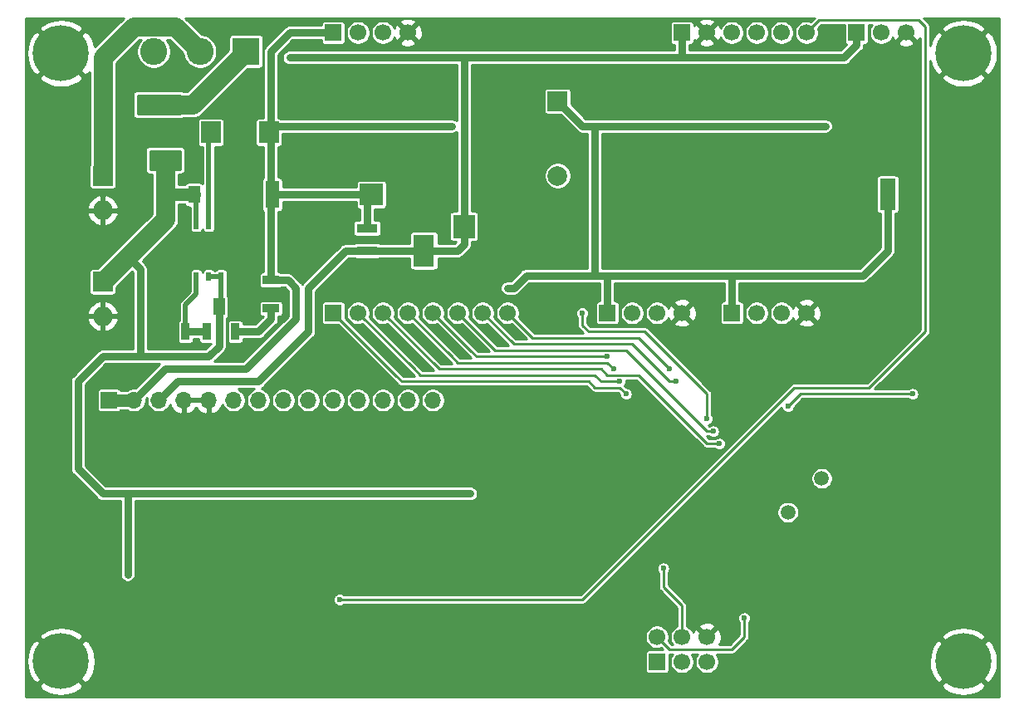
<source format=gbl>
G04 #@! TF.GenerationSoftware,KiCad,Pcbnew,(5.1.10)-1*
G04 #@! TF.CreationDate,2021-07-15T20:03:02+02:00*
G04 #@! TF.ProjectId,wobbly,776f6262-6c79-42e6-9b69-6361645f7063,v1.0*
G04 #@! TF.SameCoordinates,Original*
G04 #@! TF.FileFunction,Copper,L2,Bot*
G04 #@! TF.FilePolarity,Positive*
%FSLAX46Y46*%
G04 Gerber Fmt 4.6, Leading zero omitted, Abs format (unit mm)*
G04 Created by KiCad (PCBNEW (5.1.10)-1) date 2021-07-15 20:03:02*
%MOMM*%
%LPD*%
G01*
G04 APERTURE LIST*
G04 #@! TA.AperFunction,SMDPad,CuDef*
%ADD10R,2.150000X3.250001*%
G04 #@! TD*
G04 #@! TA.AperFunction,SMDPad,CuDef*
%ADD11R,2.150000X0.950000*%
G04 #@! TD*
G04 #@! TA.AperFunction,ComponentPad*
%ADD12O,1.700000X1.700000*%
G04 #@! TD*
G04 #@! TA.AperFunction,ComponentPad*
%ADD13R,1.700000X1.700000*%
G04 #@! TD*
G04 #@! TA.AperFunction,ComponentPad*
%ADD14C,5.700000*%
G04 #@! TD*
G04 #@! TA.AperFunction,SMDPad,CuDef*
%ADD15R,0.650000X1.750000*%
G04 #@! TD*
G04 #@! TA.AperFunction,ComponentPad*
%ADD16C,2.000000*%
G04 #@! TD*
G04 #@! TA.AperFunction,ComponentPad*
%ADD17R,2.000000X2.000000*%
G04 #@! TD*
G04 #@! TA.AperFunction,ComponentPad*
%ADD18C,1.500000*%
G04 #@! TD*
G04 #@! TA.AperFunction,SMDPad,CuDef*
%ADD19R,3.500000X2.600000*%
G04 #@! TD*
G04 #@! TA.AperFunction,SMDPad,CuDef*
%ADD20R,0.510000X0.900000*%
G04 #@! TD*
G04 #@! TA.AperFunction,ComponentPad*
%ADD21O,2.750000X2.750000*%
G04 #@! TD*
G04 #@! TA.AperFunction,ComponentPad*
%ADD22R,2.750000X2.750000*%
G04 #@! TD*
G04 #@! TA.AperFunction,SMDPad,CuDef*
%ADD23R,0.900000X1.700000*%
G04 #@! TD*
G04 #@! TA.AperFunction,SMDPad,CuDef*
%ADD24R,1.700000X0.900000*%
G04 #@! TD*
G04 #@! TA.AperFunction,SMDPad,CuDef*
%ADD25R,2.000000X2.200000*%
G04 #@! TD*
G04 #@! TA.AperFunction,ComponentPad*
%ADD26C,1.700000*%
G04 #@! TD*
G04 #@! TA.AperFunction,ComponentPad*
%ADD27O,2.000000X2.000000*%
G04 #@! TD*
G04 #@! TA.AperFunction,SMDPad,CuDef*
%ADD28R,1.600000X3.200000*%
G04 #@! TD*
G04 #@! TA.AperFunction,SMDPad,CuDef*
%ADD29R,2.230000X2.370000*%
G04 #@! TD*
G04 #@! TA.AperFunction,SMDPad,CuDef*
%ADD30R,2.370000X2.230000*%
G04 #@! TD*
G04 #@! TA.AperFunction,SMDPad,CuDef*
%ADD31R,1.400000X2.800000*%
G04 #@! TD*
G04 #@! TA.AperFunction,SMDPad,CuDef*
%ADD32R,1.150000X1.800000*%
G04 #@! TD*
G04 #@! TA.AperFunction,ViaPad*
%ADD33C,0.600000*%
G04 #@! TD*
G04 #@! TA.AperFunction,Conductor*
%ADD34C,0.762000*%
G04 #@! TD*
G04 #@! TA.AperFunction,Conductor*
%ADD35C,0.254000*%
G04 #@! TD*
G04 #@! TA.AperFunction,Conductor*
%ADD36C,1.270000*%
G04 #@! TD*
G04 #@! TA.AperFunction,Conductor*
%ADD37C,1.981200*%
G04 #@! TD*
G04 #@! TA.AperFunction,Conductor*
%ADD38C,0.510000*%
G04 #@! TD*
G04 #@! TA.AperFunction,Conductor*
%ADD39C,0.100000*%
G04 #@! TD*
G04 APERTURE END LIST*
D10*
G04 #@! TO.P,U2,4*
G04 #@! TO.N,+3V3*
X66400000Y-49530000D03*
D11*
G04 #@! TO.P,U2,3*
G04 #@! TO.N,+5V*
X60600000Y-47230000D03*
G04 #@! TO.P,U2,2*
G04 #@! TO.N,+3V3*
X60600000Y-49530000D03*
G04 #@! TO.P,U2,1*
G04 #@! TO.N,GND*
X60600000Y-51830000D03*
G04 #@! TD*
D12*
G04 #@! TO.P,J10,14*
G04 #@! TO.N,A7*
X67310000Y-64770000D03*
G04 #@! TO.P,J10,13*
G04 #@! TO.N,A6*
X64770000Y-64770000D03*
G04 #@! TO.P,J10,12*
G04 #@! TO.N,A5*
X62230000Y-64770000D03*
G04 #@! TO.P,J10,11*
G04 #@! TO.N,A4*
X59690000Y-64770000D03*
G04 #@! TO.P,J10,10*
G04 #@! TO.N,A3*
X57150000Y-64770000D03*
G04 #@! TO.P,J10,9*
G04 #@! TO.N,A2*
X54610000Y-64770000D03*
G04 #@! TO.P,J10,8*
G04 #@! TO.N,A1*
X52070000Y-64770000D03*
G04 #@! TO.P,J10,7*
G04 #@! TO.N,E5*
X49530000Y-64770000D03*
G04 #@! TO.P,J10,6*
G04 #@! TO.N,E6*
X46990000Y-64770000D03*
G04 #@! TO.P,J10,5*
G04 #@! TO.N,GND*
X44450000Y-64770000D03*
G04 #@! TO.P,J10,4*
X41910000Y-64770000D03*
G04 #@! TO.P,J10,3*
G04 #@! TO.N,+3V3*
X39370000Y-64770000D03*
G04 #@! TO.P,J10,2*
G04 #@! TO.N,+5V*
X36830000Y-64770000D03*
D13*
G04 #@! TO.P,J10,1*
X34290000Y-64770000D03*
G04 #@! TD*
D14*
G04 #@! TO.P,H4,1*
G04 #@! TO.N,GND*
X29400000Y-91400000D03*
G04 #@! TD*
G04 #@! TO.P,H3,1*
G04 #@! TO.N,GND*
X121400000Y-91400000D03*
G04 #@! TD*
G04 #@! TO.P,H2,1*
G04 #@! TO.N,GND*
X121400000Y-29400000D03*
G04 #@! TD*
G04 #@! TO.P,H1,1*
G04 #@! TO.N,GND*
X29400000Y-29400000D03*
G04 #@! TD*
D15*
G04 #@! TO.P,Q1,8*
G04 #@! TO.N,Net-(Q1-Pad5)*
X41275000Y-34665000D03*
G04 #@! TO.P,Q1,7*
X40005000Y-34665000D03*
G04 #@! TO.P,Q1,6*
X38735000Y-34665000D03*
G04 #@! TO.P,Q1,5*
X37465000Y-34665000D03*
G04 #@! TO.P,Q1,4*
G04 #@! TO.N,GND*
X37465000Y-40265000D03*
G04 #@! TO.P,Q1,3*
G04 #@! TO.N,+VSW*
X38735000Y-40265000D03*
G04 #@! TO.P,Q1,2*
X40005000Y-40265000D03*
G04 #@! TO.P,Q1,1*
X41275000Y-40265000D03*
G04 #@! TD*
D16*
G04 #@! TO.P,BZ1,2*
G04 #@! TO.N,Net-(BZ1-Pad2)*
X80010000Y-41890000D03*
D17*
G04 #@! TO.P,BZ1,1*
G04 #@! TO.N,+5V*
X80010000Y-34290000D03*
G04 #@! TD*
D18*
G04 #@! TO.P,Y1,2*
G04 #@! TO.N,Net-(C11-Pad1)*
X106955681Y-72749319D03*
G04 #@! TO.P,Y1,1*
G04 #@! TO.N,Net-(C10-Pad1)*
X103505000Y-76200000D03*
G04 #@! TD*
D19*
G04 #@! TO.P,U1,9*
G04 #@! TO.N,GND*
X43815000Y-49530000D03*
D20*
G04 #@! TO.P,U1,8*
X45720000Y-46880000D03*
G04 #@! TO.P,U1,7*
G04 #@! TO.N,Net-(L1-Pad1)*
X44450000Y-46880000D03*
G04 #@! TO.P,U1,6*
G04 #@! TO.N,+VSW*
X43180000Y-46880000D03*
G04 #@! TO.P,U1,5*
G04 #@! TO.N,GND*
X41910000Y-46880000D03*
G04 #@! TO.P,U1,4*
X41910000Y-52180000D03*
G04 #@! TO.P,U1,3*
G04 #@! TO.N,Net-(R4-Pad2)*
X43180000Y-52180000D03*
G04 #@! TO.P,U1,2*
G04 #@! TO.N,+VSW*
X44450000Y-52180000D03*
G04 #@! TO.P,U1,1*
X45720000Y-52180000D03*
G04 #@! TD*
D21*
G04 #@! TO.P,SW1,3*
G04 #@! TO.N,Net-(SW1-Pad3)*
X38860000Y-29210000D03*
G04 #@! TO.P,SW1,2*
G04 #@! TO.N,+BATT*
X43560000Y-29210000D03*
D22*
G04 #@! TO.P,SW1,1*
G04 #@! TO.N,Net-(Q1-Pad5)*
X48260000Y-29210000D03*
G04 #@! TD*
D23*
G04 #@! TO.P,R5,2*
G04 #@! TO.N,GND*
X39190000Y-57785000D03*
G04 #@! TO.P,R5,1*
G04 #@! TO.N,Net-(R4-Pad2)*
X42090000Y-57785000D03*
G04 #@! TD*
G04 #@! TO.P,R4,2*
G04 #@! TO.N,Net-(R4-Pad2)*
X44270000Y-57785000D03*
G04 #@! TO.P,R4,1*
G04 #@! TO.N,Net-(R3-Pad2)*
X47170000Y-57785000D03*
G04 #@! TD*
D24*
G04 #@! TO.P,R3,1*
G04 #@! TO.N,+5V*
X50800000Y-52525000D03*
G04 #@! TO.P,R3,2*
G04 #@! TO.N,Net-(R3-Pad2)*
X50800000Y-55425000D03*
G04 #@! TD*
D25*
G04 #@! TO.P,L1,2*
G04 #@! TO.N,+5V*
X50575000Y-37465000D03*
G04 #@! TO.P,L1,1*
G04 #@! TO.N,Net-(L1-Pad1)*
X44675000Y-37465000D03*
G04 #@! TD*
D26*
G04 #@! TO.P,J9,4*
G04 #@! TO.N,GND*
X105410000Y-55880000D03*
G04 #@! TO.P,J9,3*
G04 #@! TO.N,E2*
X102870000Y-55880000D03*
G04 #@! TO.P,J9,2*
G04 #@! TO.N,Net-(J9-Pad2)*
X100330000Y-55880000D03*
D13*
G04 #@! TO.P,J9,1*
G04 #@! TO.N,+5V*
X97790000Y-55880000D03*
G04 #@! TD*
D26*
G04 #@! TO.P,J8,4*
G04 #@! TO.N,GND*
X92710000Y-55880000D03*
G04 #@! TO.P,J8,3*
G04 #@! TO.N,E3*
X90170000Y-55880000D03*
G04 #@! TO.P,J8,2*
G04 #@! TO.N,Net-(J8-Pad2)*
X87630000Y-55880000D03*
D13*
G04 #@! TO.P,J8,1*
G04 #@! TO.N,+5V*
X85090000Y-55880000D03*
G04 #@! TD*
D26*
G04 #@! TO.P,J7,8*
G04 #@! TO.N,C3*
X74930000Y-55880000D03*
G04 #@! TO.P,J7,7*
G04 #@! TO.N,C2*
X72390000Y-55880000D03*
G04 #@! TO.P,J7,6*
G04 #@! TO.N,D5*
X69850000Y-55880000D03*
G04 #@! TO.P,J7,5*
G04 #@! TO.N,C7*
X67310000Y-55880000D03*
G04 #@! TO.P,J7,4*
G04 #@! TO.N,C6*
X64770000Y-55880000D03*
G04 #@! TO.P,J7,3*
G04 #@! TO.N,D4*
X62230000Y-55880000D03*
G04 #@! TO.P,J7,2*
G04 #@! TO.N,C5*
X59690000Y-55880000D03*
D13*
G04 #@! TO.P,J7,1*
G04 #@! TO.N,C4*
X57150000Y-55880000D03*
G04 #@! TD*
D26*
G04 #@! TO.P,J6,4*
G04 #@! TO.N,GND*
X64770000Y-27305000D03*
G04 #@! TO.P,J6,3*
G04 #@! TO.N,Net-(J6-Pad3)*
X62230000Y-27305000D03*
G04 #@! TO.P,J6,2*
G04 #@! TO.N,Net-(J6-Pad2)*
X59690000Y-27305000D03*
D13*
G04 #@! TO.P,J6,1*
G04 #@! TO.N,+5V*
X57150000Y-27305000D03*
G04 #@! TD*
D26*
G04 #@! TO.P,J5,3*
G04 #@! TO.N,GND*
X115570000Y-27305000D03*
G04 #@! TO.P,J5,2*
G04 #@! TO.N,Net-(J4-Pad5)*
X113030000Y-27305000D03*
D13*
G04 #@! TO.P,J5,1*
G04 #@! TO.N,+3V3*
X110490000Y-27305000D03*
G04 #@! TD*
D26*
G04 #@! TO.P,J4,6*
G04 #@! TO.N,Net-(J4-Pad6)*
X105410000Y-27305000D03*
G04 #@! TO.P,J4,5*
G04 #@! TO.N,Net-(J4-Pad5)*
X102870000Y-27305000D03*
G04 #@! TO.P,J4,4*
G04 #@! TO.N,Net-(J4-Pad4)*
X100330000Y-27305000D03*
G04 #@! TO.P,J4,3*
G04 #@! TO.N,Net-(J4-Pad3)*
X97790000Y-27305000D03*
G04 #@! TO.P,J4,2*
G04 #@! TO.N,GND*
X95250000Y-27305000D03*
D13*
G04 #@! TO.P,J4,1*
G04 #@! TO.N,+3V3*
X92710000Y-27305000D03*
G04 #@! TD*
D26*
G04 #@! TO.P,J3,6*
G04 #@! TO.N,GND*
X95250000Y-88900000D03*
G04 #@! TO.P,J3,5*
G04 #@! TO.N,RESET*
X95250000Y-91440000D03*
G04 #@! TO.P,J3,4*
G04 #@! TO.N,MOSI*
X92710000Y-88900000D03*
G04 #@! TO.P,J3,3*
G04 #@! TO.N,SCK*
X92710000Y-91440000D03*
G04 #@! TO.P,J3,2*
G04 #@! TO.N,+5V*
X90170000Y-88900000D03*
D13*
G04 #@! TO.P,J3,1*
G04 #@! TO.N,MISO*
X90170000Y-91440000D03*
G04 #@! TD*
D27*
G04 #@! TO.P,J2,2*
G04 #@! TO.N,GND*
X33655000Y-56205000D03*
D17*
G04 #@! TO.P,J2,1*
G04 #@! TO.N,+VSW*
X33655000Y-52705000D03*
G04 #@! TD*
D27*
G04 #@! TO.P,J1,2*
G04 #@! TO.N,GND*
X33655000Y-45410000D03*
D17*
G04 #@! TO.P,J1,1*
G04 #@! TO.N,+BATT*
X33655000Y-41910000D03*
G04 #@! TD*
D28*
G04 #@! TO.P,C14,2*
G04 #@! TO.N,GND*
X113665000Y-38775000D03*
G04 #@! TO.P,C14,1*
G04 #@! TO.N,+5V*
X113665000Y-43775000D03*
G04 #@! TD*
D29*
G04 #@! TO.P,C5,2*
G04 #@! TO.N,GND*
X70485000Y-52000000D03*
G04 #@! TO.P,C5,1*
G04 #@! TO.N,+3V3*
X70485000Y-47060000D03*
G04 #@! TD*
D30*
G04 #@! TO.P,C4,2*
G04 #@! TO.N,GND*
X65970000Y-43815000D03*
G04 #@! TO.P,C4,1*
G04 #@! TO.N,+5V*
X61030000Y-43815000D03*
G04 #@! TD*
D31*
G04 #@! TO.P,C3,2*
G04 #@! TO.N,GND*
X48130000Y-43815000D03*
G04 #@! TO.P,C3,1*
G04 #@! TO.N,+5V*
X50930000Y-43815000D03*
G04 #@! TD*
D32*
G04 #@! TO.P,C2,2*
G04 #@! TO.N,GND*
X48490000Y-55245000D03*
G04 #@! TO.P,C2,1*
G04 #@! TO.N,+VSW*
X45490000Y-55245000D03*
G04 #@! TD*
G04 #@! TO.P,C1,2*
G04 #@! TO.N,GND*
X45950000Y-43815000D03*
G04 #@! TO.P,C1,1*
G04 #@! TO.N,+VSW*
X42950000Y-43815000D03*
G04 #@! TD*
D33*
G04 #@! TO.N,+5V*
X60960000Y-36830000D03*
X69215000Y-36830000D03*
X99060000Y-36830000D03*
X107315000Y-36830000D03*
X95885000Y-52070000D03*
X108585000Y-52070000D03*
X113665000Y-46355000D03*
X113665000Y-46990000D03*
X53340000Y-53340000D03*
X52705000Y-52705000D03*
X75565000Y-53340000D03*
X74930000Y-53340000D03*
X99060000Y-86995000D03*
G04 #@! TO.N,GND*
X42545000Y-50165000D03*
X43815000Y-50165000D03*
X45085000Y-50165000D03*
X45085000Y-48895000D03*
X43815000Y-48895000D03*
X42545000Y-48895000D03*
X71120000Y-76835000D03*
X93980000Y-78105000D03*
X83820000Y-67945000D03*
X87630000Y-50800000D03*
X100330000Y-50800000D03*
X60960000Y-40640000D03*
X93980000Y-48260000D03*
X59690000Y-40640000D03*
X62230000Y-40640000D03*
X103505000Y-81280000D03*
X103505000Y-80010000D03*
X99060000Y-92710000D03*
X119380000Y-62865000D03*
X119380000Y-53340000D03*
X119380000Y-43815000D03*
X88900000Y-76835000D03*
X92710000Y-73025000D03*
X88900000Y-69215000D03*
X85090000Y-73025000D03*
X67310000Y-52070000D03*
X106680000Y-48260000D03*
G04 #@! TO.N,+3V3*
X69215000Y-29845000D03*
X90805000Y-29845000D03*
X99060000Y-29845000D03*
X107315000Y-29845000D03*
X52705000Y-29845000D03*
X60960000Y-29845000D03*
G04 #@! TO.N,MOSI*
X90805000Y-81915000D03*
G04 #@! TO.N,Net-(J4-Pad6)*
X57785000Y-85090000D03*
G04 #@! TO.N,C3*
X91440000Y-61595000D03*
G04 #@! TO.N,C2*
X92075000Y-62865000D03*
G04 #@! TO.N,D5*
X95885000Y-67945000D03*
G04 #@! TO.N,C7*
X85090000Y-60325000D03*
G04 #@! TO.N,C6*
X85725000Y-61595000D03*
G04 #@! TO.N,D4*
X96520000Y-69215000D03*
G04 #@! TO.N,C5*
X86360000Y-62865000D03*
G04 #@! TO.N,C4*
X86995000Y-64135000D03*
G04 #@! TO.N,/Microcontroller and UI/D6*
X95250000Y-66675000D03*
X82550000Y-55880000D03*
G04 #@! TO.N,/Microcontroller and UI/B4*
X116205000Y-64135000D03*
X103505000Y-65405000D03*
G04 #@! TO.N,+VSW*
X71120000Y-74295000D03*
X36195000Y-82550000D03*
G04 #@! TD*
D34*
G04 #@! TO.N,+5V*
X50800000Y-37690000D02*
X50575000Y-37465000D01*
X57220000Y-43815000D02*
X50930000Y-43815000D01*
X60960000Y-36830000D02*
X69215000Y-36830000D01*
X107315000Y-36830000D02*
X99060000Y-36830000D01*
X52705000Y-27305000D02*
X57150000Y-27305000D01*
X50800000Y-29210000D02*
X52705000Y-27305000D01*
X57220000Y-43815000D02*
X61030000Y-43815000D01*
X113665000Y-43775000D02*
X113665000Y-46355000D01*
X113665000Y-46355000D02*
X113665000Y-46990000D01*
X60600000Y-44245000D02*
X61030000Y-43815000D01*
X60600000Y-47230000D02*
X60600000Y-44245000D01*
X51210000Y-36830000D02*
X50575000Y-37465000D01*
X60960000Y-36830000D02*
X51210000Y-36830000D01*
X97790000Y-55880000D02*
X97790000Y-52070000D01*
X97790000Y-52070000D02*
X95885000Y-52070000D01*
X108585000Y-52070000D02*
X97790000Y-52070000D01*
X113665000Y-47625000D02*
X113665000Y-46990000D01*
X113665000Y-49530000D02*
X113665000Y-47625000D01*
X111125000Y-52070000D02*
X113665000Y-49530000D01*
X108585000Y-52070000D02*
X111125000Y-52070000D01*
X85090000Y-55880000D02*
X85090000Y-52070000D01*
X95885000Y-52070000D02*
X85090000Y-52070000D01*
X82550000Y-36830000D02*
X80010000Y-34290000D01*
X83185000Y-36830000D02*
X82550000Y-36830000D01*
X52525000Y-52525000D02*
X50800000Y-52525000D01*
X53340000Y-53340000D02*
X53340000Y-53340000D01*
X53340000Y-56515000D02*
X53340000Y-53340000D01*
X48260000Y-61595000D02*
X53340000Y-56515000D01*
X40005000Y-61595000D02*
X48260000Y-61595000D01*
X36830000Y-64770000D02*
X40005000Y-61595000D01*
X53340000Y-53340000D02*
X52705000Y-52705000D01*
X52705000Y-52705000D02*
X52525000Y-52525000D01*
X76835000Y-52070000D02*
X75565000Y-53340000D01*
X83185000Y-52070000D02*
X76835000Y-52070000D01*
X75565000Y-53340000D02*
X74930000Y-53340000D01*
X83820000Y-36830000D02*
X83820000Y-52070000D01*
X83820000Y-52070000D02*
X83185000Y-52070000D01*
X99060000Y-36830000D02*
X83820000Y-36830000D01*
X85090000Y-52070000D02*
X83820000Y-52070000D01*
X83820000Y-36830000D02*
X83185000Y-36830000D01*
D35*
X99060000Y-86995000D02*
X99060000Y-88900000D01*
X99060000Y-88900000D02*
X97790000Y-90170000D01*
X91440000Y-90170000D02*
X90170000Y-88900000D01*
X97790000Y-90170000D02*
X91440000Y-90170000D01*
D34*
X50800000Y-40005000D02*
X50800000Y-29210000D01*
X50800000Y-52525000D02*
X50800000Y-40005000D01*
D36*
X34290000Y-64770000D02*
X36830000Y-64770000D01*
D37*
G04 #@! TO.N,+BATT*
X33655000Y-29845000D02*
X33655000Y-41910000D01*
X36830000Y-26670000D02*
X33655000Y-29845000D01*
X43560000Y-29210000D02*
X41020000Y-26670000D01*
X41020000Y-26670000D02*
X36830000Y-26670000D01*
D34*
G04 #@! TO.N,+3V3*
X66400000Y-49530000D02*
X69850000Y-49530000D01*
X70485000Y-48895000D02*
X70485000Y-47060000D01*
X69850000Y-49530000D02*
X70485000Y-48895000D01*
X70485000Y-47060000D02*
X70485000Y-29845000D01*
X70485000Y-29845000D02*
X52705000Y-29845000D01*
X92710000Y-27305000D02*
X92710000Y-29845000D01*
X92710000Y-29845000D02*
X107315000Y-29845000D01*
X70485000Y-29845000D02*
X92710000Y-29845000D01*
X110490000Y-27305000D02*
X110490000Y-28575000D01*
X109220000Y-29845000D02*
X107315000Y-29845000D01*
X110490000Y-28575000D02*
X109220000Y-29845000D01*
X58420000Y-49530000D02*
X60600000Y-49530000D01*
X49530000Y-62865000D02*
X41275000Y-62865000D01*
X54610000Y-53340000D02*
X58420000Y-49530000D01*
X41275000Y-62865000D02*
X39370000Y-64770000D01*
X54610000Y-57785000D02*
X54610000Y-53340000D01*
X54610000Y-57785000D02*
X49530000Y-62865000D01*
X60600000Y-49530000D02*
X66400000Y-49530000D01*
D35*
G04 #@! TO.N,MOSI*
X90805000Y-83820000D02*
X90805000Y-81915000D01*
X92710000Y-85725000D02*
X90805000Y-83820000D01*
X92710000Y-85725000D02*
X92710000Y-88900000D01*
G04 #@! TO.N,Net-(J4-Pad6)*
X116840000Y-26035000D02*
X106680000Y-26035000D01*
X106680000Y-26035000D02*
X105410000Y-27305000D01*
X117475000Y-57785000D02*
X117475000Y-26670000D01*
X111760000Y-63500000D02*
X117475000Y-57785000D01*
X117475000Y-26670000D02*
X116840000Y-26035000D01*
X104140000Y-63500000D02*
X111760000Y-63500000D01*
X57785000Y-85090000D02*
X82550000Y-85090000D01*
X82550000Y-85090000D02*
X104140000Y-63500000D01*
G04 #@! TO.N,C3*
X77470000Y-58420000D02*
X88265000Y-58420000D01*
X74930000Y-55880000D02*
X77470000Y-58420000D01*
X91440000Y-61595000D02*
X88265000Y-58420000D01*
G04 #@! TO.N,C2*
X75565000Y-59055000D02*
X87630000Y-59055000D01*
X72390000Y-55880000D02*
X75565000Y-59055000D01*
X91440000Y-62865000D02*
X92075000Y-62865000D01*
X87630000Y-59055000D02*
X91440000Y-62865000D01*
G04 #@! TO.N,D5*
X95885000Y-67945000D02*
X95250000Y-67945000D01*
X73660000Y-59690000D02*
X86995000Y-59690000D01*
X69850000Y-55880000D02*
X73660000Y-59690000D01*
X95250000Y-67945000D02*
X86995000Y-59690000D01*
G04 #@! TO.N,C7*
X71120000Y-59690000D02*
X67310000Y-55880000D01*
X71755000Y-60325000D02*
X71120000Y-59690000D01*
X85090000Y-60325000D02*
X71755000Y-60325000D01*
G04 #@! TO.N,C6*
X69215000Y-60325000D02*
X64770000Y-55880000D01*
X85725000Y-61595000D02*
X85090000Y-60960000D01*
X85090000Y-60960000D02*
X69850000Y-60960000D01*
X69850000Y-60960000D02*
X69215000Y-60325000D01*
G04 #@! TO.N,D4*
X96520000Y-69215000D02*
X95250000Y-69215000D01*
X85090000Y-62230000D02*
X88265000Y-62230000D01*
X84455000Y-61595000D02*
X85090000Y-62230000D01*
X67945000Y-61595000D02*
X84455000Y-61595000D01*
X62230000Y-55880000D02*
X67945000Y-61595000D01*
X95250000Y-69215000D02*
X88265000Y-62230000D01*
G04 #@! TO.N,C5*
X65405000Y-61595000D02*
X59690000Y-55880000D01*
X86360000Y-62865000D02*
X84455000Y-62865000D01*
X84455000Y-62865000D02*
X83820000Y-62230000D01*
X83820000Y-62230000D02*
X66040000Y-62230000D01*
X66040000Y-62230000D02*
X65405000Y-61595000D01*
G04 #@! TO.N,C4*
X63500000Y-62230000D02*
X57150000Y-55880000D01*
X86995000Y-64135000D02*
X86360000Y-63500000D01*
X86360000Y-63500000D02*
X83820000Y-63500000D01*
X83820000Y-63500000D02*
X83185000Y-62865000D01*
X83185000Y-62865000D02*
X64135000Y-62865000D01*
X64135000Y-62865000D02*
X63500000Y-62230000D01*
D38*
G04 #@! TO.N,Net-(L1-Pad1)*
X44450000Y-37690000D02*
X44675000Y-37465000D01*
X44450000Y-46880000D02*
X44450000Y-37690000D01*
D37*
G04 #@! TO.N,Net-(Q1-Pad5)*
X42805000Y-34665000D02*
X41275000Y-34665000D01*
X48260000Y-29210000D02*
X42805000Y-34665000D01*
D34*
G04 #@! TO.N,Net-(R3-Pad2)*
X50800000Y-56515000D02*
X50800000Y-55425000D01*
X49530000Y-57785000D02*
X50800000Y-56515000D01*
X47170000Y-57785000D02*
X49530000Y-57785000D01*
G04 #@! TO.N,Net-(R4-Pad2)*
X44270000Y-57785000D02*
X42090000Y-57785000D01*
D38*
X43180000Y-52180000D02*
X43180000Y-53975000D01*
X42090000Y-55065000D02*
X42090000Y-57785000D01*
X43180000Y-53975000D02*
X42090000Y-55065000D01*
D35*
G04 #@! TO.N,/Microcontroller and UI/D6*
X95250000Y-66675000D02*
X95250000Y-64135000D01*
X95250000Y-64135000D02*
X88900000Y-57785000D01*
X88900000Y-57785000D02*
X83185000Y-57785000D01*
X83185000Y-57785000D02*
X82550000Y-57150000D01*
X82550000Y-57150000D02*
X82550000Y-55880000D01*
G04 #@! TO.N,/Microcontroller and UI/B4*
X104775000Y-64135000D02*
X103505000Y-65405000D01*
X116205000Y-64135000D02*
X104775000Y-64135000D01*
D38*
G04 #@! TO.N,+VSW*
X43180000Y-44045000D02*
X42950000Y-43815000D01*
X43180000Y-46880000D02*
X43180000Y-44045000D01*
X45720000Y-55015000D02*
X45490000Y-55245000D01*
X45720000Y-52180000D02*
X45720000Y-55015000D01*
X44450000Y-52180000D02*
X45720000Y-52180000D01*
D34*
X36195000Y-82550000D02*
X36195000Y-74295000D01*
X71120000Y-74295000D02*
X36195000Y-74295000D01*
X33655000Y-60325000D02*
X31115000Y-62865000D01*
X31115000Y-71755000D02*
X33655000Y-74295000D01*
X36195000Y-74295000D02*
X33655000Y-74295000D01*
X31115000Y-62865000D02*
X31115000Y-71755000D01*
X37465000Y-60325000D02*
X33655000Y-60325000D01*
D37*
X40005000Y-46355000D02*
X37465000Y-48895000D01*
D36*
X42950000Y-43815000D02*
X40005000Y-43815000D01*
D37*
X40005000Y-43815000D02*
X40005000Y-46355000D01*
X40005000Y-40265000D02*
X40005000Y-43815000D01*
D34*
X45490000Y-59285000D02*
X45490000Y-55245000D01*
X44450000Y-60325000D02*
X45490000Y-59285000D01*
X37465000Y-60325000D02*
X44450000Y-60325000D01*
X37465000Y-51435000D02*
X36195000Y-50165000D01*
X37465000Y-60325000D02*
X37465000Y-51435000D01*
D37*
X36195000Y-50165000D02*
X33655000Y-52705000D01*
X37465000Y-48895000D02*
X36195000Y-50165000D01*
G04 #@! TD*
D35*
G04 #@! TO.N,GND*
X32835808Y-28724457D02*
X32639298Y-28069593D01*
X32317506Y-27463201D01*
X32305850Y-27445757D01*
X31852033Y-27127572D01*
X29579605Y-29400000D01*
X31852033Y-31672428D01*
X32283400Y-31369983D01*
X32283401Y-40822494D01*
X32279513Y-40835311D01*
X32272157Y-40910000D01*
X32272157Y-42910000D01*
X32279513Y-42984689D01*
X32301299Y-43056508D01*
X32336678Y-43122696D01*
X32384289Y-43180711D01*
X32442304Y-43228322D01*
X32508492Y-43263701D01*
X32580311Y-43285487D01*
X32655000Y-43292843D01*
X34655000Y-43292843D01*
X34729689Y-43285487D01*
X34801508Y-43263701D01*
X34867696Y-43228322D01*
X34925711Y-43180711D01*
X34973322Y-43122696D01*
X35008701Y-43056508D01*
X35030487Y-42984689D01*
X35037843Y-42910000D01*
X35037843Y-40910000D01*
X35030487Y-40835311D01*
X35026600Y-40822497D01*
X35026600Y-35686895D01*
X36703000Y-35686895D01*
X36710321Y-35761329D01*
X36732002Y-35832802D01*
X36767210Y-35898672D01*
X36814592Y-35956408D01*
X36872328Y-36003790D01*
X36938198Y-36038998D01*
X37009671Y-36060679D01*
X37084000Y-36068000D01*
X41656000Y-36068000D01*
X41730432Y-36060659D01*
X41801899Y-36038958D01*
X41806308Y-36036600D01*
X42737633Y-36036600D01*
X42805000Y-36043235D01*
X42872367Y-36036600D01*
X42872378Y-36036600D01*
X43073881Y-36016754D01*
X43332428Y-35938324D01*
X43570707Y-35810961D01*
X43779560Y-35639560D01*
X43822511Y-35587224D01*
X48441893Y-30967843D01*
X49635000Y-30967843D01*
X49709689Y-30960487D01*
X49781508Y-30938701D01*
X49847696Y-30903322D01*
X49905711Y-30855711D01*
X49953322Y-30797696D01*
X49988701Y-30731508D01*
X50010487Y-30659689D01*
X50017843Y-30585000D01*
X50017843Y-27835000D01*
X50010487Y-27760311D01*
X49988701Y-27688492D01*
X49953322Y-27622304D01*
X49905711Y-27564289D01*
X49847696Y-27516678D01*
X49781508Y-27481299D01*
X49709689Y-27459513D01*
X49635000Y-27452157D01*
X46885000Y-27452157D01*
X46810311Y-27459513D01*
X46738492Y-27481299D01*
X46672304Y-27516678D01*
X46614289Y-27564289D01*
X46566678Y-27622304D01*
X46531299Y-27688492D01*
X46509513Y-27760311D01*
X46502157Y-27835000D01*
X46502157Y-29028107D01*
X42236865Y-33293400D01*
X41889869Y-33293400D01*
X41867095Y-33274710D01*
X41801225Y-33239502D01*
X41729752Y-33217821D01*
X41655423Y-33210500D01*
X37084577Y-33210500D01*
X37010350Y-33217800D01*
X36938872Y-33239462D01*
X36872992Y-33274652D01*
X36815244Y-33322018D01*
X36767845Y-33379741D01*
X36732619Y-33445601D01*
X36710918Y-33517068D01*
X36703577Y-33591395D01*
X36703000Y-35686895D01*
X35026600Y-35686895D01*
X35026600Y-30413135D01*
X37398136Y-28041600D01*
X37545040Y-28041600D01*
X37496025Y-28090615D01*
X37303853Y-28378222D01*
X37171482Y-28697794D01*
X37104000Y-29037049D01*
X37104000Y-29382951D01*
X37171482Y-29722206D01*
X37303853Y-30041778D01*
X37496025Y-30329385D01*
X37740615Y-30573975D01*
X38028222Y-30766147D01*
X38347794Y-30898518D01*
X38687049Y-30966000D01*
X39032951Y-30966000D01*
X39372206Y-30898518D01*
X39691778Y-30766147D01*
X39979385Y-30573975D01*
X40223975Y-30329385D01*
X40416147Y-30041778D01*
X40548518Y-29722206D01*
X40616000Y-29382951D01*
X40616000Y-29037049D01*
X40548518Y-28697794D01*
X40416147Y-28378222D01*
X40223975Y-28090615D01*
X40174960Y-28041600D01*
X40451865Y-28041600D01*
X41806678Y-29396413D01*
X41871482Y-29722206D01*
X42003853Y-30041778D01*
X42196025Y-30329385D01*
X42440615Y-30573975D01*
X42728222Y-30766147D01*
X43047794Y-30898518D01*
X43387049Y-30966000D01*
X43732951Y-30966000D01*
X44072206Y-30898518D01*
X44391778Y-30766147D01*
X44679385Y-30573975D01*
X44923975Y-30329385D01*
X45116147Y-30041778D01*
X45248518Y-29722206D01*
X45316000Y-29382951D01*
X45316000Y-29037049D01*
X45248518Y-28697794D01*
X45116147Y-28378222D01*
X44923975Y-28090615D01*
X44679385Y-27846025D01*
X44391778Y-27653853D01*
X44072206Y-27521482D01*
X43746413Y-27456678D01*
X42083435Y-25793700D01*
X106202879Y-25793700D01*
X105844166Y-26152413D01*
X105769069Y-26121307D01*
X105531243Y-26074000D01*
X105288757Y-26074000D01*
X105050931Y-26121307D01*
X104826903Y-26214102D01*
X104625283Y-26348820D01*
X104453820Y-26520283D01*
X104319102Y-26721903D01*
X104226307Y-26945931D01*
X104179000Y-27183757D01*
X104179000Y-27426243D01*
X104226307Y-27664069D01*
X104319102Y-27888097D01*
X104453820Y-28089717D01*
X104625283Y-28261180D01*
X104826903Y-28395898D01*
X105050931Y-28488693D01*
X105288757Y-28536000D01*
X105531243Y-28536000D01*
X105769069Y-28488693D01*
X105993097Y-28395898D01*
X106194717Y-28261180D01*
X106366180Y-28089717D01*
X106500898Y-27888097D01*
X106593693Y-27664069D01*
X106641000Y-27426243D01*
X106641000Y-27183757D01*
X106593693Y-26945931D01*
X106562587Y-26870834D01*
X106890421Y-26543000D01*
X109257157Y-26543000D01*
X109257157Y-28155000D01*
X109264513Y-28229689D01*
X109286299Y-28301508D01*
X109321678Y-28367696D01*
X109369289Y-28425711D01*
X109427304Y-28473322D01*
X109483832Y-28503537D01*
X108904370Y-29083000D01*
X93472000Y-29083000D01*
X93472000Y-28537843D01*
X93560000Y-28537843D01*
X93634689Y-28530487D01*
X93706508Y-28508701D01*
X93772696Y-28473322D01*
X93830711Y-28425711D01*
X93878322Y-28367696D01*
X93896655Y-28333397D01*
X94401208Y-28333397D01*
X94478843Y-28582472D01*
X94742883Y-28708371D01*
X95026411Y-28780339D01*
X95318531Y-28795611D01*
X95608019Y-28753599D01*
X95883747Y-28655919D01*
X96021157Y-28582472D01*
X96098792Y-28333397D01*
X95250000Y-27484605D01*
X94401208Y-28333397D01*
X93896655Y-28333397D01*
X93913701Y-28301508D01*
X93935487Y-28229689D01*
X93942843Y-28155000D01*
X93942843Y-28020620D01*
X93972528Y-28076157D01*
X94221603Y-28153792D01*
X95070395Y-27305000D01*
X95429605Y-27305000D01*
X96278397Y-28153792D01*
X96527472Y-28076157D01*
X96653371Y-27812117D01*
X96658789Y-27790772D01*
X96699102Y-27888097D01*
X96833820Y-28089717D01*
X97005283Y-28261180D01*
X97206903Y-28395898D01*
X97430931Y-28488693D01*
X97668757Y-28536000D01*
X97911243Y-28536000D01*
X98149069Y-28488693D01*
X98373097Y-28395898D01*
X98574717Y-28261180D01*
X98746180Y-28089717D01*
X98880898Y-27888097D01*
X98973693Y-27664069D01*
X99021000Y-27426243D01*
X99021000Y-27183757D01*
X99099000Y-27183757D01*
X99099000Y-27426243D01*
X99146307Y-27664069D01*
X99239102Y-27888097D01*
X99373820Y-28089717D01*
X99545283Y-28261180D01*
X99746903Y-28395898D01*
X99970931Y-28488693D01*
X100208757Y-28536000D01*
X100451243Y-28536000D01*
X100689069Y-28488693D01*
X100913097Y-28395898D01*
X101114717Y-28261180D01*
X101286180Y-28089717D01*
X101420898Y-27888097D01*
X101513693Y-27664069D01*
X101561000Y-27426243D01*
X101561000Y-27183757D01*
X101639000Y-27183757D01*
X101639000Y-27426243D01*
X101686307Y-27664069D01*
X101779102Y-27888097D01*
X101913820Y-28089717D01*
X102085283Y-28261180D01*
X102286903Y-28395898D01*
X102510931Y-28488693D01*
X102748757Y-28536000D01*
X102991243Y-28536000D01*
X103229069Y-28488693D01*
X103453097Y-28395898D01*
X103654717Y-28261180D01*
X103826180Y-28089717D01*
X103960898Y-27888097D01*
X104053693Y-27664069D01*
X104101000Y-27426243D01*
X104101000Y-27183757D01*
X104053693Y-26945931D01*
X103960898Y-26721903D01*
X103826180Y-26520283D01*
X103654717Y-26348820D01*
X103453097Y-26214102D01*
X103229069Y-26121307D01*
X102991243Y-26074000D01*
X102748757Y-26074000D01*
X102510931Y-26121307D01*
X102286903Y-26214102D01*
X102085283Y-26348820D01*
X101913820Y-26520283D01*
X101779102Y-26721903D01*
X101686307Y-26945931D01*
X101639000Y-27183757D01*
X101561000Y-27183757D01*
X101513693Y-26945931D01*
X101420898Y-26721903D01*
X101286180Y-26520283D01*
X101114717Y-26348820D01*
X100913097Y-26214102D01*
X100689069Y-26121307D01*
X100451243Y-26074000D01*
X100208757Y-26074000D01*
X99970931Y-26121307D01*
X99746903Y-26214102D01*
X99545283Y-26348820D01*
X99373820Y-26520283D01*
X99239102Y-26721903D01*
X99146307Y-26945931D01*
X99099000Y-27183757D01*
X99021000Y-27183757D01*
X98973693Y-26945931D01*
X98880898Y-26721903D01*
X98746180Y-26520283D01*
X98574717Y-26348820D01*
X98373097Y-26214102D01*
X98149069Y-26121307D01*
X97911243Y-26074000D01*
X97668757Y-26074000D01*
X97430931Y-26121307D01*
X97206903Y-26214102D01*
X97005283Y-26348820D01*
X96833820Y-26520283D01*
X96699102Y-26721903D01*
X96655852Y-26826317D01*
X96600919Y-26671253D01*
X96527472Y-26533843D01*
X96278397Y-26456208D01*
X95429605Y-27305000D01*
X95070395Y-27305000D01*
X94221603Y-26456208D01*
X93972528Y-26533843D01*
X93942843Y-26596099D01*
X93942843Y-26455000D01*
X93935487Y-26380311D01*
X93913701Y-26308492D01*
X93896656Y-26276603D01*
X94401208Y-26276603D01*
X95250000Y-27125395D01*
X96098792Y-26276603D01*
X96021157Y-26027528D01*
X95757117Y-25901629D01*
X95473589Y-25829661D01*
X95181469Y-25814389D01*
X94891981Y-25856401D01*
X94616253Y-25954081D01*
X94478843Y-26027528D01*
X94401208Y-26276603D01*
X93896656Y-26276603D01*
X93878322Y-26242304D01*
X93830711Y-26184289D01*
X93772696Y-26136678D01*
X93706508Y-26101299D01*
X93634689Y-26079513D01*
X93560000Y-26072157D01*
X91860000Y-26072157D01*
X91785311Y-26079513D01*
X91713492Y-26101299D01*
X91647304Y-26136678D01*
X91589289Y-26184289D01*
X91541678Y-26242304D01*
X91506299Y-26308492D01*
X91484513Y-26380311D01*
X91477157Y-26455000D01*
X91477157Y-28155000D01*
X91484513Y-28229689D01*
X91506299Y-28301508D01*
X91541678Y-28367696D01*
X91589289Y-28425711D01*
X91647304Y-28473322D01*
X91713492Y-28508701D01*
X91785311Y-28530487D01*
X91860000Y-28537843D01*
X91948000Y-28537843D01*
X91948001Y-29083000D01*
X70522426Y-29083000D01*
X70485000Y-29079314D01*
X70447575Y-29083000D01*
X52667574Y-29083000D01*
X52555622Y-29094026D01*
X52411985Y-29137598D01*
X52279608Y-29208355D01*
X52163578Y-29303578D01*
X52068355Y-29419608D01*
X51997598Y-29551985D01*
X51954026Y-29695622D01*
X51939314Y-29845000D01*
X51954026Y-29994378D01*
X51997598Y-30138015D01*
X52068355Y-30270392D01*
X52163578Y-30386422D01*
X52279608Y-30481645D01*
X52411985Y-30552402D01*
X52555622Y-30595974D01*
X52667574Y-30607000D01*
X69723001Y-30607000D01*
X69723001Y-36261150D01*
X69640392Y-36193355D01*
X69508015Y-36122598D01*
X69364378Y-36079026D01*
X69252426Y-36068000D01*
X51813677Y-36068000D01*
X51787696Y-36046678D01*
X51721508Y-36011299D01*
X51649689Y-35989513D01*
X51575000Y-35982157D01*
X51562000Y-35982157D01*
X51562000Y-29525630D01*
X53020631Y-28067000D01*
X55917157Y-28067000D01*
X55917157Y-28155000D01*
X55924513Y-28229689D01*
X55946299Y-28301508D01*
X55981678Y-28367696D01*
X56029289Y-28425711D01*
X56087304Y-28473322D01*
X56153492Y-28508701D01*
X56225311Y-28530487D01*
X56300000Y-28537843D01*
X58000000Y-28537843D01*
X58074689Y-28530487D01*
X58146508Y-28508701D01*
X58212696Y-28473322D01*
X58270711Y-28425711D01*
X58318322Y-28367696D01*
X58353701Y-28301508D01*
X58375487Y-28229689D01*
X58382843Y-28155000D01*
X58382843Y-27183757D01*
X58459000Y-27183757D01*
X58459000Y-27426243D01*
X58506307Y-27664069D01*
X58599102Y-27888097D01*
X58733820Y-28089717D01*
X58905283Y-28261180D01*
X59106903Y-28395898D01*
X59330931Y-28488693D01*
X59568757Y-28536000D01*
X59811243Y-28536000D01*
X60049069Y-28488693D01*
X60273097Y-28395898D01*
X60474717Y-28261180D01*
X60646180Y-28089717D01*
X60780898Y-27888097D01*
X60873693Y-27664069D01*
X60921000Y-27426243D01*
X60921000Y-27183757D01*
X60999000Y-27183757D01*
X60999000Y-27426243D01*
X61046307Y-27664069D01*
X61139102Y-27888097D01*
X61273820Y-28089717D01*
X61445283Y-28261180D01*
X61646903Y-28395898D01*
X61870931Y-28488693D01*
X62108757Y-28536000D01*
X62351243Y-28536000D01*
X62589069Y-28488693D01*
X62813097Y-28395898D01*
X62906636Y-28333397D01*
X63921208Y-28333397D01*
X63998843Y-28582472D01*
X64262883Y-28708371D01*
X64546411Y-28780339D01*
X64838531Y-28795611D01*
X65128019Y-28753599D01*
X65403747Y-28655919D01*
X65541157Y-28582472D01*
X65618792Y-28333397D01*
X64770000Y-27484605D01*
X63921208Y-28333397D01*
X62906636Y-28333397D01*
X63014717Y-28261180D01*
X63186180Y-28089717D01*
X63320898Y-27888097D01*
X63364148Y-27783683D01*
X63419081Y-27938747D01*
X63492528Y-28076157D01*
X63741603Y-28153792D01*
X64590395Y-27305000D01*
X64949605Y-27305000D01*
X65798397Y-28153792D01*
X66047472Y-28076157D01*
X66173371Y-27812117D01*
X66245339Y-27528589D01*
X66260611Y-27236469D01*
X66218599Y-26946981D01*
X66120919Y-26671253D01*
X66047472Y-26533843D01*
X65798397Y-26456208D01*
X64949605Y-27305000D01*
X64590395Y-27305000D01*
X63741603Y-26456208D01*
X63492528Y-26533843D01*
X63366629Y-26797883D01*
X63361211Y-26819228D01*
X63320898Y-26721903D01*
X63186180Y-26520283D01*
X63014717Y-26348820D01*
X62906637Y-26276603D01*
X63921208Y-26276603D01*
X64770000Y-27125395D01*
X65618792Y-26276603D01*
X65541157Y-26027528D01*
X65277117Y-25901629D01*
X64993589Y-25829661D01*
X64701469Y-25814389D01*
X64411981Y-25856401D01*
X64136253Y-25954081D01*
X63998843Y-26027528D01*
X63921208Y-26276603D01*
X62906637Y-26276603D01*
X62813097Y-26214102D01*
X62589069Y-26121307D01*
X62351243Y-26074000D01*
X62108757Y-26074000D01*
X61870931Y-26121307D01*
X61646903Y-26214102D01*
X61445283Y-26348820D01*
X61273820Y-26520283D01*
X61139102Y-26721903D01*
X61046307Y-26945931D01*
X60999000Y-27183757D01*
X60921000Y-27183757D01*
X60873693Y-26945931D01*
X60780898Y-26721903D01*
X60646180Y-26520283D01*
X60474717Y-26348820D01*
X60273097Y-26214102D01*
X60049069Y-26121307D01*
X59811243Y-26074000D01*
X59568757Y-26074000D01*
X59330931Y-26121307D01*
X59106903Y-26214102D01*
X58905283Y-26348820D01*
X58733820Y-26520283D01*
X58599102Y-26721903D01*
X58506307Y-26945931D01*
X58459000Y-27183757D01*
X58382843Y-27183757D01*
X58382843Y-26455000D01*
X58375487Y-26380311D01*
X58353701Y-26308492D01*
X58318322Y-26242304D01*
X58270711Y-26184289D01*
X58212696Y-26136678D01*
X58146508Y-26101299D01*
X58074689Y-26079513D01*
X58000000Y-26072157D01*
X56300000Y-26072157D01*
X56225311Y-26079513D01*
X56153492Y-26101299D01*
X56087304Y-26136678D01*
X56029289Y-26184289D01*
X55981678Y-26242304D01*
X55946299Y-26308492D01*
X55924513Y-26380311D01*
X55917157Y-26455000D01*
X55917157Y-26543000D01*
X52742423Y-26543000D01*
X52705000Y-26539314D01*
X52667577Y-26543000D01*
X52667574Y-26543000D01*
X52555622Y-26554026D01*
X52411985Y-26597598D01*
X52350364Y-26630535D01*
X52279607Y-26668355D01*
X52214359Y-26721903D01*
X52163578Y-26763578D01*
X52139721Y-26792648D01*
X50287649Y-28644721D01*
X50258579Y-28668578D01*
X50234722Y-28697648D01*
X50234721Y-28697649D01*
X50163355Y-28784608D01*
X50092599Y-28916985D01*
X50049027Y-29060622D01*
X50034314Y-29210000D01*
X50038001Y-29247433D01*
X50038000Y-35982157D01*
X49575000Y-35982157D01*
X49500311Y-35989513D01*
X49428492Y-36011299D01*
X49362304Y-36046678D01*
X49304289Y-36094289D01*
X49256678Y-36152304D01*
X49221299Y-36218492D01*
X49199513Y-36290311D01*
X49192157Y-36365000D01*
X49192157Y-38565000D01*
X49199513Y-38639689D01*
X49221299Y-38711508D01*
X49256678Y-38777696D01*
X49304289Y-38835711D01*
X49362304Y-38883322D01*
X49428492Y-38918701D01*
X49500311Y-38940487D01*
X49575000Y-38947843D01*
X50038000Y-38947843D01*
X50038000Y-40042425D01*
X50038001Y-40042435D01*
X50038001Y-42085615D01*
X50017304Y-42096678D01*
X49959289Y-42144289D01*
X49911678Y-42202304D01*
X49876299Y-42268492D01*
X49854513Y-42340311D01*
X49847157Y-42415000D01*
X49847157Y-45215000D01*
X49854513Y-45289689D01*
X49876299Y-45361508D01*
X49911678Y-45427696D01*
X49959289Y-45485711D01*
X50017304Y-45533322D01*
X50038001Y-45544385D01*
X50038000Y-51692157D01*
X49950000Y-51692157D01*
X49875311Y-51699513D01*
X49803492Y-51721299D01*
X49737304Y-51756678D01*
X49679289Y-51804289D01*
X49631678Y-51862304D01*
X49596299Y-51928492D01*
X49574513Y-52000311D01*
X49567157Y-52075000D01*
X49567157Y-52975000D01*
X49574513Y-53049689D01*
X49596299Y-53121508D01*
X49631678Y-53187696D01*
X49679289Y-53245711D01*
X49737304Y-53293322D01*
X49803492Y-53328701D01*
X49875311Y-53350487D01*
X49950000Y-53357843D01*
X51650000Y-53357843D01*
X51724689Y-53350487D01*
X51796508Y-53328701D01*
X51862696Y-53293322D01*
X51870399Y-53287000D01*
X52209370Y-53287000D01*
X52578001Y-53655631D01*
X52578000Y-56199369D01*
X47944370Y-60833000D01*
X45019630Y-60833000D01*
X46002353Y-59850278D01*
X46031422Y-59826422D01*
X46126645Y-59710392D01*
X46197402Y-59578015D01*
X46240974Y-59434378D01*
X46252000Y-59322426D01*
X46252000Y-59322424D01*
X46255686Y-59285001D01*
X46252000Y-59247578D01*
X46252000Y-56935000D01*
X46337157Y-56935000D01*
X46337157Y-58635000D01*
X46344513Y-58709689D01*
X46366299Y-58781508D01*
X46401678Y-58847696D01*
X46449289Y-58905711D01*
X46507304Y-58953322D01*
X46573492Y-58988701D01*
X46645311Y-59010487D01*
X46720000Y-59017843D01*
X47620000Y-59017843D01*
X47694689Y-59010487D01*
X47766508Y-58988701D01*
X47832696Y-58953322D01*
X47890711Y-58905711D01*
X47938322Y-58847696D01*
X47973701Y-58781508D01*
X47995487Y-58709689D01*
X48002843Y-58635000D01*
X48002843Y-58547000D01*
X49492577Y-58547000D01*
X49530000Y-58550686D01*
X49567423Y-58547000D01*
X49567426Y-58547000D01*
X49679378Y-58535974D01*
X49823015Y-58492402D01*
X49955392Y-58421645D01*
X50071422Y-58326422D01*
X50095284Y-58297346D01*
X51312353Y-57080278D01*
X51341422Y-57056422D01*
X51436645Y-56940392D01*
X51507402Y-56808015D01*
X51550974Y-56664378D01*
X51562000Y-56552426D01*
X51562000Y-56552424D01*
X51565686Y-56515001D01*
X51562000Y-56477578D01*
X51562000Y-56257843D01*
X51650000Y-56257843D01*
X51724689Y-56250487D01*
X51796508Y-56228701D01*
X51862696Y-56193322D01*
X51920711Y-56145711D01*
X51968322Y-56087696D01*
X52003701Y-56021508D01*
X52025487Y-55949689D01*
X52032843Y-55875000D01*
X52032843Y-54975000D01*
X52025487Y-54900311D01*
X52003701Y-54828492D01*
X51968322Y-54762304D01*
X51920711Y-54704289D01*
X51862696Y-54656678D01*
X51796508Y-54621299D01*
X51724689Y-54599513D01*
X51650000Y-54592157D01*
X49950000Y-54592157D01*
X49875311Y-54599513D01*
X49803492Y-54621299D01*
X49737304Y-54656678D01*
X49679289Y-54704289D01*
X49631678Y-54762304D01*
X49596299Y-54828492D01*
X49574513Y-54900311D01*
X49567157Y-54975000D01*
X49567157Y-55875000D01*
X49574513Y-55949689D01*
X49596299Y-56021508D01*
X49631678Y-56087696D01*
X49679289Y-56145711D01*
X49737304Y-56193322D01*
X49803492Y-56228701D01*
X49875311Y-56250487D01*
X49950000Y-56257843D01*
X49979526Y-56257843D01*
X49214370Y-57023000D01*
X48002843Y-57023000D01*
X48002843Y-56935000D01*
X47995487Y-56860311D01*
X47973701Y-56788492D01*
X47938322Y-56722304D01*
X47890711Y-56664289D01*
X47832696Y-56616678D01*
X47766508Y-56581299D01*
X47694689Y-56559513D01*
X47620000Y-56552157D01*
X46720000Y-56552157D01*
X46645311Y-56559513D01*
X46573492Y-56581299D01*
X46507304Y-56616678D01*
X46449289Y-56664289D01*
X46401678Y-56722304D01*
X46366299Y-56788492D01*
X46344513Y-56860311D01*
X46337157Y-56935000D01*
X46252000Y-56935000D01*
X46252000Y-56477057D01*
X46277696Y-56463322D01*
X46335711Y-56415711D01*
X46383322Y-56357696D01*
X46418701Y-56291508D01*
X46440487Y-56219689D01*
X46447843Y-56145000D01*
X46447843Y-54345000D01*
X46440487Y-54270311D01*
X46418701Y-54198492D01*
X46383322Y-54132304D01*
X46356000Y-54099012D01*
X46356000Y-52648713D01*
X46357843Y-52630000D01*
X46357843Y-52192529D01*
X46359077Y-52180000D01*
X46357843Y-52167471D01*
X46357843Y-51730000D01*
X46350487Y-51655311D01*
X46328701Y-51583492D01*
X46293322Y-51517304D01*
X46245711Y-51459289D01*
X46187696Y-51411678D01*
X46121508Y-51376299D01*
X46049689Y-51354513D01*
X45975000Y-51347157D01*
X45465000Y-51347157D01*
X45390311Y-51354513D01*
X45318492Y-51376299D01*
X45252304Y-51411678D01*
X45194289Y-51459289D01*
X45146678Y-51517304D01*
X45132408Y-51544000D01*
X45037592Y-51544000D01*
X45023322Y-51517304D01*
X44975711Y-51459289D01*
X44917696Y-51411678D01*
X44851508Y-51376299D01*
X44779689Y-51354513D01*
X44705000Y-51347157D01*
X44195000Y-51347157D01*
X44120311Y-51354513D01*
X44048492Y-51376299D01*
X43982304Y-51411678D01*
X43924289Y-51459289D01*
X43876678Y-51517304D01*
X43841299Y-51583492D01*
X43819513Y-51655311D01*
X43815000Y-51701134D01*
X43810487Y-51655311D01*
X43788701Y-51583492D01*
X43753322Y-51517304D01*
X43705711Y-51459289D01*
X43647696Y-51411678D01*
X43581508Y-51376299D01*
X43509689Y-51354513D01*
X43435000Y-51347157D01*
X42925000Y-51347157D01*
X42850311Y-51354513D01*
X42778492Y-51376299D01*
X42712304Y-51411678D01*
X42654289Y-51459289D01*
X42606678Y-51517304D01*
X42571299Y-51583492D01*
X42549513Y-51655311D01*
X42542157Y-51730000D01*
X42542157Y-52630000D01*
X42544000Y-52648716D01*
X42544001Y-53711559D01*
X41662378Y-54593183D01*
X41638104Y-54613104D01*
X41558627Y-54709949D01*
X41499570Y-54820437D01*
X41475341Y-54900311D01*
X41463203Y-54940323D01*
X41450923Y-55065000D01*
X41454000Y-55096241D01*
X41454001Y-56602408D01*
X41427304Y-56616678D01*
X41369289Y-56664289D01*
X41321678Y-56722304D01*
X41286299Y-56788492D01*
X41264513Y-56860311D01*
X41257157Y-56935000D01*
X41257157Y-58635000D01*
X41264513Y-58709689D01*
X41286299Y-58781508D01*
X41321678Y-58847696D01*
X41369289Y-58905711D01*
X41427304Y-58953322D01*
X41493492Y-58988701D01*
X41565311Y-59010487D01*
X41640000Y-59017843D01*
X42540000Y-59017843D01*
X42614689Y-59010487D01*
X42686508Y-58988701D01*
X42752696Y-58953322D01*
X42810711Y-58905711D01*
X42858322Y-58847696D01*
X42893701Y-58781508D01*
X42915487Y-58709689D01*
X42922843Y-58635000D01*
X42922843Y-58547000D01*
X43437157Y-58547000D01*
X43437157Y-58635000D01*
X43444513Y-58709689D01*
X43466299Y-58781508D01*
X43501678Y-58847696D01*
X43549289Y-58905711D01*
X43607304Y-58953322D01*
X43673492Y-58988701D01*
X43745311Y-59010487D01*
X43820000Y-59017843D01*
X44679526Y-59017843D01*
X44134370Y-59563000D01*
X38227000Y-59563000D01*
X38227000Y-51472422D01*
X38230686Y-51434999D01*
X38227000Y-51397574D01*
X38215974Y-51285622D01*
X38172402Y-51141985D01*
X38101645Y-51009608D01*
X38006422Y-50893578D01*
X37977352Y-50869721D01*
X37703683Y-50596052D01*
X40927224Y-47372511D01*
X40979560Y-47329560D01*
X41057121Y-47235052D01*
X41150961Y-47120708D01*
X41262923Y-46911241D01*
X41278324Y-46882428D01*
X41356754Y-46623881D01*
X41376600Y-46422378D01*
X41376600Y-46422368D01*
X41383235Y-46355001D01*
X41376600Y-46287634D01*
X41376600Y-44831000D01*
X42012045Y-44831000D01*
X42021299Y-44861508D01*
X42056678Y-44927696D01*
X42104289Y-44985711D01*
X42162304Y-45033322D01*
X42228492Y-45068701D01*
X42300311Y-45090487D01*
X42375000Y-45097843D01*
X42544001Y-45097843D01*
X42544000Y-46411285D01*
X42542157Y-46430000D01*
X42542157Y-47330000D01*
X42549513Y-47404689D01*
X42571299Y-47476508D01*
X42606678Y-47542696D01*
X42654289Y-47600711D01*
X42712304Y-47648322D01*
X42778492Y-47683701D01*
X42850311Y-47705487D01*
X42925000Y-47712843D01*
X43435000Y-47712843D01*
X43509689Y-47705487D01*
X43581508Y-47683701D01*
X43647696Y-47648322D01*
X43705711Y-47600711D01*
X43753322Y-47542696D01*
X43788701Y-47476508D01*
X43810487Y-47404689D01*
X43815000Y-47358866D01*
X43819513Y-47404689D01*
X43841299Y-47476508D01*
X43876678Y-47542696D01*
X43924289Y-47600711D01*
X43982304Y-47648322D01*
X44048492Y-47683701D01*
X44120311Y-47705487D01*
X44195000Y-47712843D01*
X44705000Y-47712843D01*
X44779689Y-47705487D01*
X44851508Y-47683701D01*
X44917696Y-47648322D01*
X44975711Y-47600711D01*
X45023322Y-47542696D01*
X45058701Y-47476508D01*
X45080487Y-47404689D01*
X45087843Y-47330000D01*
X45087843Y-46430000D01*
X45086000Y-46411287D01*
X45086000Y-38947843D01*
X45675000Y-38947843D01*
X45749689Y-38940487D01*
X45821508Y-38918701D01*
X45887696Y-38883322D01*
X45945711Y-38835711D01*
X45993322Y-38777696D01*
X46028701Y-38711508D01*
X46050487Y-38639689D01*
X46057843Y-38565000D01*
X46057843Y-36365000D01*
X46050487Y-36290311D01*
X46028701Y-36218492D01*
X45993322Y-36152304D01*
X45945711Y-36094289D01*
X45887696Y-36046678D01*
X45821508Y-36011299D01*
X45749689Y-35989513D01*
X45675000Y-35982157D01*
X43675000Y-35982157D01*
X43600311Y-35989513D01*
X43528492Y-36011299D01*
X43462304Y-36046678D01*
X43404289Y-36094289D01*
X43356678Y-36152304D01*
X43321299Y-36218492D01*
X43299513Y-36290311D01*
X43292157Y-36365000D01*
X43292157Y-38565000D01*
X43299513Y-38639689D01*
X43321299Y-38711508D01*
X43356678Y-38777696D01*
X43404289Y-38835711D01*
X43462304Y-38883322D01*
X43528492Y-38918701D01*
X43600311Y-38940487D01*
X43675000Y-38947843D01*
X43814001Y-38947843D01*
X43814000Y-42666575D01*
X43795711Y-42644289D01*
X43737696Y-42596678D01*
X43671508Y-42561299D01*
X43599689Y-42539513D01*
X43525000Y-42532157D01*
X42375000Y-42532157D01*
X42300311Y-42539513D01*
X42228492Y-42561299D01*
X42162304Y-42596678D01*
X42104289Y-42644289D01*
X42056678Y-42702304D01*
X42021299Y-42768492D01*
X42012045Y-42799000D01*
X41376600Y-42799000D01*
X41376600Y-41719500D01*
X41656000Y-41719500D01*
X41730329Y-41712179D01*
X41801802Y-41690498D01*
X41867672Y-41655290D01*
X41925408Y-41607908D01*
X41972790Y-41550172D01*
X42007998Y-41484302D01*
X42029679Y-41412829D01*
X42037000Y-41338500D01*
X42037000Y-39243000D01*
X42029679Y-39168671D01*
X42007998Y-39097198D01*
X41972790Y-39031328D01*
X41925408Y-38973592D01*
X41867672Y-38926210D01*
X41801802Y-38891002D01*
X41730329Y-38869321D01*
X41656000Y-38862000D01*
X38354000Y-38862000D01*
X38279671Y-38869321D01*
X38208198Y-38891002D01*
X38142328Y-38926210D01*
X38084592Y-38973592D01*
X38037210Y-39031328D01*
X38002002Y-39097198D01*
X37980321Y-39168671D01*
X37973000Y-39243000D01*
X37973000Y-41338500D01*
X37980321Y-41412829D01*
X38002002Y-41484302D01*
X38037210Y-41550172D01*
X38084592Y-41607908D01*
X38142328Y-41655290D01*
X38208198Y-41690498D01*
X38279671Y-41712179D01*
X38354000Y-41719500D01*
X38633400Y-41719500D01*
X38633401Y-43747613D01*
X38633400Y-43747623D01*
X38633401Y-45786864D01*
X33098108Y-51322157D01*
X32655000Y-51322157D01*
X32580311Y-51329513D01*
X32508492Y-51351299D01*
X32442304Y-51386678D01*
X32384289Y-51434289D01*
X32336678Y-51492304D01*
X32301299Y-51558492D01*
X32279513Y-51630311D01*
X32272157Y-51705000D01*
X32272157Y-53705000D01*
X32279513Y-53779689D01*
X32301299Y-53851508D01*
X32336678Y-53917696D01*
X32384289Y-53975711D01*
X32442304Y-54023322D01*
X32508492Y-54058701D01*
X32580311Y-54080487D01*
X32655000Y-54087843D01*
X34655000Y-54087843D01*
X34729689Y-54080487D01*
X34801508Y-54058701D01*
X34867696Y-54023322D01*
X34925711Y-53975711D01*
X34973322Y-53917696D01*
X35008701Y-53851508D01*
X35030487Y-53779689D01*
X35037843Y-53705000D01*
X35037843Y-53261892D01*
X36626052Y-51673683D01*
X36703001Y-51750632D01*
X36703000Y-59563000D01*
X33692422Y-59563000D01*
X33654999Y-59559314D01*
X33617576Y-59563000D01*
X33617574Y-59563000D01*
X33505622Y-59574026D01*
X33361985Y-59617598D01*
X33229608Y-59688355D01*
X33113578Y-59783578D01*
X33089721Y-59812648D01*
X30602654Y-62299716D01*
X30573578Y-62323578D01*
X30517983Y-62391322D01*
X30478355Y-62439608D01*
X30452409Y-62488150D01*
X30407598Y-62571986D01*
X30364026Y-62715623D01*
X30355920Y-62797927D01*
X30349314Y-62865000D01*
X30353000Y-62902423D01*
X30353001Y-71717567D01*
X30349314Y-71755000D01*
X30364027Y-71904378D01*
X30407599Y-72048015D01*
X30478355Y-72180392D01*
X30549721Y-72267351D01*
X30573579Y-72296422D01*
X30602649Y-72320279D01*
X33089721Y-74807352D01*
X33113578Y-74836422D01*
X33229608Y-74931645D01*
X33361985Y-75002402D01*
X33505622Y-75045974D01*
X33617574Y-75057000D01*
X33617576Y-75057000D01*
X33654999Y-75060686D01*
X33692422Y-75057000D01*
X35433001Y-75057000D01*
X35433000Y-82587425D01*
X35444026Y-82699377D01*
X35487598Y-82843014D01*
X35558355Y-82975391D01*
X35653578Y-83091422D01*
X35769608Y-83186645D01*
X35901985Y-83257402D01*
X36045622Y-83300974D01*
X36195000Y-83315686D01*
X36344377Y-83300974D01*
X36488014Y-83257402D01*
X36620391Y-83186645D01*
X36736422Y-83091422D01*
X36831645Y-82975392D01*
X36902402Y-82843015D01*
X36945974Y-82699378D01*
X36957000Y-82587426D01*
X36957000Y-75057000D01*
X71157426Y-75057000D01*
X71269378Y-75045974D01*
X71413015Y-75002402D01*
X71545392Y-74931645D01*
X71661422Y-74836422D01*
X71756645Y-74720392D01*
X71827402Y-74588015D01*
X71870974Y-74444378D01*
X71885686Y-74295000D01*
X71870974Y-74145622D01*
X71827402Y-74001985D01*
X71756645Y-73869608D01*
X71661422Y-73753578D01*
X71545392Y-73658355D01*
X71413015Y-73587598D01*
X71269378Y-73544026D01*
X71157426Y-73533000D01*
X36232426Y-73533000D01*
X36195000Y-73529314D01*
X36157575Y-73533000D01*
X33970631Y-73533000D01*
X31877000Y-71439370D01*
X31877000Y-63180630D01*
X33970631Y-61087000D01*
X37427574Y-61087000D01*
X37465000Y-61090686D01*
X37502425Y-61087000D01*
X39435369Y-61087000D01*
X36978040Y-63544330D01*
X36951243Y-63539000D01*
X36708757Y-63539000D01*
X36470931Y-63586307D01*
X36246903Y-63679102D01*
X36134810Y-63754000D01*
X35483282Y-63754000D01*
X35458322Y-63707304D01*
X35410711Y-63649289D01*
X35352696Y-63601678D01*
X35286508Y-63566299D01*
X35214689Y-63544513D01*
X35140000Y-63537157D01*
X33440000Y-63537157D01*
X33365311Y-63544513D01*
X33293492Y-63566299D01*
X33227304Y-63601678D01*
X33169289Y-63649289D01*
X33121678Y-63707304D01*
X33086299Y-63773492D01*
X33064513Y-63845311D01*
X33057157Y-63920000D01*
X33057157Y-65620000D01*
X33064513Y-65694689D01*
X33086299Y-65766508D01*
X33121678Y-65832696D01*
X33169289Y-65890711D01*
X33227304Y-65938322D01*
X33293492Y-65973701D01*
X33365311Y-65995487D01*
X33440000Y-66002843D01*
X35140000Y-66002843D01*
X35214689Y-65995487D01*
X35286508Y-65973701D01*
X35352696Y-65938322D01*
X35410711Y-65890711D01*
X35458322Y-65832696D01*
X35483282Y-65786000D01*
X36134810Y-65786000D01*
X36246903Y-65860898D01*
X36470931Y-65953693D01*
X36708757Y-66001000D01*
X36951243Y-66001000D01*
X37189069Y-65953693D01*
X37413097Y-65860898D01*
X37614717Y-65726180D01*
X37786180Y-65554717D01*
X37920898Y-65353097D01*
X38013693Y-65129069D01*
X38061000Y-64891243D01*
X38061000Y-64648757D01*
X38055670Y-64621960D01*
X38166345Y-64511285D01*
X38139000Y-64648757D01*
X38139000Y-64891243D01*
X38186307Y-65129069D01*
X38279102Y-65353097D01*
X38413820Y-65554717D01*
X38585283Y-65726180D01*
X38786903Y-65860898D01*
X39010931Y-65953693D01*
X39248757Y-66001000D01*
X39491243Y-66001000D01*
X39729069Y-65953693D01*
X39953097Y-65860898D01*
X40154717Y-65726180D01*
X40326180Y-65554717D01*
X40460898Y-65353097D01*
X40508228Y-65238832D01*
X40565843Y-65401252D01*
X40714822Y-65651355D01*
X40909731Y-65867588D01*
X41143080Y-66041641D01*
X41405901Y-66166825D01*
X41553110Y-66211476D01*
X41783000Y-66090155D01*
X41783000Y-64897000D01*
X42037000Y-64897000D01*
X42037000Y-66090155D01*
X42266890Y-66211476D01*
X42414099Y-66166825D01*
X42676920Y-66041641D01*
X42910269Y-65867588D01*
X43105178Y-65651355D01*
X43180000Y-65525745D01*
X43254822Y-65651355D01*
X43449731Y-65867588D01*
X43683080Y-66041641D01*
X43945901Y-66166825D01*
X44093110Y-66211476D01*
X44323000Y-66090155D01*
X44323000Y-64897000D01*
X42037000Y-64897000D01*
X41783000Y-64897000D01*
X41763000Y-64897000D01*
X41763000Y-64643000D01*
X41783000Y-64643000D01*
X41783000Y-64623000D01*
X42037000Y-64623000D01*
X42037000Y-64643000D01*
X44323000Y-64643000D01*
X44323000Y-64623000D01*
X44577000Y-64623000D01*
X44577000Y-64643000D01*
X44597000Y-64643000D01*
X44597000Y-64897000D01*
X44577000Y-64897000D01*
X44577000Y-66090155D01*
X44806890Y-66211476D01*
X44954099Y-66166825D01*
X45216920Y-66041641D01*
X45450269Y-65867588D01*
X45645178Y-65651355D01*
X45794157Y-65401252D01*
X45851772Y-65238832D01*
X45899102Y-65353097D01*
X46033820Y-65554717D01*
X46205283Y-65726180D01*
X46406903Y-65860898D01*
X46630931Y-65953693D01*
X46868757Y-66001000D01*
X47111243Y-66001000D01*
X47349069Y-65953693D01*
X47573097Y-65860898D01*
X47774717Y-65726180D01*
X47946180Y-65554717D01*
X48080898Y-65353097D01*
X48173693Y-65129069D01*
X48221000Y-64891243D01*
X48221000Y-64648757D01*
X48173693Y-64410931D01*
X48080898Y-64186903D01*
X47946180Y-63985283D01*
X47774717Y-63813820D01*
X47573097Y-63679102D01*
X47447311Y-63627000D01*
X49072689Y-63627000D01*
X48946903Y-63679102D01*
X48745283Y-63813820D01*
X48573820Y-63985283D01*
X48439102Y-64186903D01*
X48346307Y-64410931D01*
X48299000Y-64648757D01*
X48299000Y-64891243D01*
X48346307Y-65129069D01*
X48439102Y-65353097D01*
X48573820Y-65554717D01*
X48745283Y-65726180D01*
X48946903Y-65860898D01*
X49170931Y-65953693D01*
X49408757Y-66001000D01*
X49651243Y-66001000D01*
X49889069Y-65953693D01*
X50113097Y-65860898D01*
X50314717Y-65726180D01*
X50486180Y-65554717D01*
X50620898Y-65353097D01*
X50713693Y-65129069D01*
X50761000Y-64891243D01*
X50761000Y-64648757D01*
X50839000Y-64648757D01*
X50839000Y-64891243D01*
X50886307Y-65129069D01*
X50979102Y-65353097D01*
X51113820Y-65554717D01*
X51285283Y-65726180D01*
X51486903Y-65860898D01*
X51710931Y-65953693D01*
X51948757Y-66001000D01*
X52191243Y-66001000D01*
X52429069Y-65953693D01*
X52653097Y-65860898D01*
X52854717Y-65726180D01*
X53026180Y-65554717D01*
X53160898Y-65353097D01*
X53253693Y-65129069D01*
X53301000Y-64891243D01*
X53301000Y-64648757D01*
X53379000Y-64648757D01*
X53379000Y-64891243D01*
X53426307Y-65129069D01*
X53519102Y-65353097D01*
X53653820Y-65554717D01*
X53825283Y-65726180D01*
X54026903Y-65860898D01*
X54250931Y-65953693D01*
X54488757Y-66001000D01*
X54731243Y-66001000D01*
X54969069Y-65953693D01*
X55193097Y-65860898D01*
X55394717Y-65726180D01*
X55566180Y-65554717D01*
X55700898Y-65353097D01*
X55793693Y-65129069D01*
X55841000Y-64891243D01*
X55841000Y-64648757D01*
X55919000Y-64648757D01*
X55919000Y-64891243D01*
X55966307Y-65129069D01*
X56059102Y-65353097D01*
X56193820Y-65554717D01*
X56365283Y-65726180D01*
X56566903Y-65860898D01*
X56790931Y-65953693D01*
X57028757Y-66001000D01*
X57271243Y-66001000D01*
X57509069Y-65953693D01*
X57733097Y-65860898D01*
X57934717Y-65726180D01*
X58106180Y-65554717D01*
X58240898Y-65353097D01*
X58333693Y-65129069D01*
X58381000Y-64891243D01*
X58381000Y-64648757D01*
X58459000Y-64648757D01*
X58459000Y-64891243D01*
X58506307Y-65129069D01*
X58599102Y-65353097D01*
X58733820Y-65554717D01*
X58905283Y-65726180D01*
X59106903Y-65860898D01*
X59330931Y-65953693D01*
X59568757Y-66001000D01*
X59811243Y-66001000D01*
X60049069Y-65953693D01*
X60273097Y-65860898D01*
X60474717Y-65726180D01*
X60646180Y-65554717D01*
X60780898Y-65353097D01*
X60873693Y-65129069D01*
X60921000Y-64891243D01*
X60921000Y-64648757D01*
X60999000Y-64648757D01*
X60999000Y-64891243D01*
X61046307Y-65129069D01*
X61139102Y-65353097D01*
X61273820Y-65554717D01*
X61445283Y-65726180D01*
X61646903Y-65860898D01*
X61870931Y-65953693D01*
X62108757Y-66001000D01*
X62351243Y-66001000D01*
X62589069Y-65953693D01*
X62813097Y-65860898D01*
X63014717Y-65726180D01*
X63186180Y-65554717D01*
X63320898Y-65353097D01*
X63413693Y-65129069D01*
X63461000Y-64891243D01*
X63461000Y-64648757D01*
X63539000Y-64648757D01*
X63539000Y-64891243D01*
X63586307Y-65129069D01*
X63679102Y-65353097D01*
X63813820Y-65554717D01*
X63985283Y-65726180D01*
X64186903Y-65860898D01*
X64410931Y-65953693D01*
X64648757Y-66001000D01*
X64891243Y-66001000D01*
X65129069Y-65953693D01*
X65353097Y-65860898D01*
X65554717Y-65726180D01*
X65726180Y-65554717D01*
X65860898Y-65353097D01*
X65953693Y-65129069D01*
X66001000Y-64891243D01*
X66001000Y-64648757D01*
X66079000Y-64648757D01*
X66079000Y-64891243D01*
X66126307Y-65129069D01*
X66219102Y-65353097D01*
X66353820Y-65554717D01*
X66525283Y-65726180D01*
X66726903Y-65860898D01*
X66950931Y-65953693D01*
X67188757Y-66001000D01*
X67431243Y-66001000D01*
X67669069Y-65953693D01*
X67893097Y-65860898D01*
X68094717Y-65726180D01*
X68266180Y-65554717D01*
X68400898Y-65353097D01*
X68493693Y-65129069D01*
X68541000Y-64891243D01*
X68541000Y-64648757D01*
X68493693Y-64410931D01*
X68400898Y-64186903D01*
X68266180Y-63985283D01*
X68094717Y-63813820D01*
X67893097Y-63679102D01*
X67669069Y-63586307D01*
X67431243Y-63539000D01*
X67188757Y-63539000D01*
X66950931Y-63586307D01*
X66726903Y-63679102D01*
X66525283Y-63813820D01*
X66353820Y-63985283D01*
X66219102Y-64186903D01*
X66126307Y-64410931D01*
X66079000Y-64648757D01*
X66001000Y-64648757D01*
X65953693Y-64410931D01*
X65860898Y-64186903D01*
X65726180Y-63985283D01*
X65554717Y-63813820D01*
X65353097Y-63679102D01*
X65129069Y-63586307D01*
X64891243Y-63539000D01*
X64648757Y-63539000D01*
X64410931Y-63586307D01*
X64186903Y-63679102D01*
X63985283Y-63813820D01*
X63813820Y-63985283D01*
X63679102Y-64186903D01*
X63586307Y-64410931D01*
X63539000Y-64648757D01*
X63461000Y-64648757D01*
X63413693Y-64410931D01*
X63320898Y-64186903D01*
X63186180Y-63985283D01*
X63014717Y-63813820D01*
X62813097Y-63679102D01*
X62589069Y-63586307D01*
X62351243Y-63539000D01*
X62108757Y-63539000D01*
X61870931Y-63586307D01*
X61646903Y-63679102D01*
X61445283Y-63813820D01*
X61273820Y-63985283D01*
X61139102Y-64186903D01*
X61046307Y-64410931D01*
X60999000Y-64648757D01*
X60921000Y-64648757D01*
X60873693Y-64410931D01*
X60780898Y-64186903D01*
X60646180Y-63985283D01*
X60474717Y-63813820D01*
X60273097Y-63679102D01*
X60049069Y-63586307D01*
X59811243Y-63539000D01*
X59568757Y-63539000D01*
X59330931Y-63586307D01*
X59106903Y-63679102D01*
X58905283Y-63813820D01*
X58733820Y-63985283D01*
X58599102Y-64186903D01*
X58506307Y-64410931D01*
X58459000Y-64648757D01*
X58381000Y-64648757D01*
X58333693Y-64410931D01*
X58240898Y-64186903D01*
X58106180Y-63985283D01*
X57934717Y-63813820D01*
X57733097Y-63679102D01*
X57509069Y-63586307D01*
X57271243Y-63539000D01*
X57028757Y-63539000D01*
X56790931Y-63586307D01*
X56566903Y-63679102D01*
X56365283Y-63813820D01*
X56193820Y-63985283D01*
X56059102Y-64186903D01*
X55966307Y-64410931D01*
X55919000Y-64648757D01*
X55841000Y-64648757D01*
X55793693Y-64410931D01*
X55700898Y-64186903D01*
X55566180Y-63985283D01*
X55394717Y-63813820D01*
X55193097Y-63679102D01*
X54969069Y-63586307D01*
X54731243Y-63539000D01*
X54488757Y-63539000D01*
X54250931Y-63586307D01*
X54026903Y-63679102D01*
X53825283Y-63813820D01*
X53653820Y-63985283D01*
X53519102Y-64186903D01*
X53426307Y-64410931D01*
X53379000Y-64648757D01*
X53301000Y-64648757D01*
X53253693Y-64410931D01*
X53160898Y-64186903D01*
X53026180Y-63985283D01*
X52854717Y-63813820D01*
X52653097Y-63679102D01*
X52429069Y-63586307D01*
X52191243Y-63539000D01*
X51948757Y-63539000D01*
X51710931Y-63586307D01*
X51486903Y-63679102D01*
X51285283Y-63813820D01*
X51113820Y-63985283D01*
X50979102Y-64186903D01*
X50886307Y-64410931D01*
X50839000Y-64648757D01*
X50761000Y-64648757D01*
X50713693Y-64410931D01*
X50620898Y-64186903D01*
X50486180Y-63985283D01*
X50314717Y-63813820D01*
X50113097Y-63679102D01*
X49889069Y-63586307D01*
X49821490Y-63572865D01*
X49823015Y-63572402D01*
X49955392Y-63501645D01*
X50071422Y-63406422D01*
X50095284Y-63377346D01*
X55122353Y-58350278D01*
X55151422Y-58326422D01*
X55184884Y-58285648D01*
X55246645Y-58210393D01*
X55291449Y-58126570D01*
X55317402Y-58078015D01*
X55360974Y-57934378D01*
X55372000Y-57822426D01*
X55372000Y-57822423D01*
X55375686Y-57785000D01*
X55372000Y-57747577D01*
X55372000Y-55030000D01*
X55917157Y-55030000D01*
X55917157Y-56730000D01*
X55924513Y-56804689D01*
X55946299Y-56876508D01*
X55981678Y-56942696D01*
X56029289Y-57000711D01*
X56087304Y-57048322D01*
X56153492Y-57083701D01*
X56225311Y-57105487D01*
X56300000Y-57112843D01*
X57664423Y-57112843D01*
X63158429Y-62606850D01*
X63158435Y-62606855D01*
X63758145Y-63206565D01*
X63774052Y-63225948D01*
X63851405Y-63289429D01*
X63939657Y-63336601D01*
X64035415Y-63365649D01*
X64110053Y-63373000D01*
X64110056Y-63373000D01*
X64135000Y-63375457D01*
X64159944Y-63373000D01*
X82974580Y-63373000D01*
X83443145Y-63841565D01*
X83459052Y-63860948D01*
X83536405Y-63924429D01*
X83624657Y-63971601D01*
X83720415Y-64000649D01*
X83795053Y-64008000D01*
X83795056Y-64008000D01*
X83820000Y-64010457D01*
X83844944Y-64008000D01*
X86149580Y-64008000D01*
X86314000Y-64172420D01*
X86314000Y-64202073D01*
X86340171Y-64333640D01*
X86391506Y-64457574D01*
X86466033Y-64569112D01*
X86560888Y-64663967D01*
X86672426Y-64738494D01*
X86796360Y-64789829D01*
X86927927Y-64816000D01*
X87062073Y-64816000D01*
X87193640Y-64789829D01*
X87317574Y-64738494D01*
X87429112Y-64663967D01*
X87523967Y-64569112D01*
X87598494Y-64457574D01*
X87649829Y-64333640D01*
X87676000Y-64202073D01*
X87676000Y-64067927D01*
X87649829Y-63936360D01*
X87598494Y-63812426D01*
X87523967Y-63700888D01*
X87429112Y-63606033D01*
X87317574Y-63531506D01*
X87193640Y-63480171D01*
X87062073Y-63454000D01*
X87032420Y-63454000D01*
X86883250Y-63304830D01*
X86888967Y-63299112D01*
X86963494Y-63187574D01*
X87014829Y-63063640D01*
X87041000Y-62932073D01*
X87041000Y-62797927D01*
X87029079Y-62738000D01*
X88054580Y-62738000D01*
X94873145Y-69556565D01*
X94889052Y-69575948D01*
X94966405Y-69639429D01*
X95054657Y-69686601D01*
X95150415Y-69715649D01*
X95225053Y-69723000D01*
X95225056Y-69723000D01*
X95250000Y-69725457D01*
X95274944Y-69723000D01*
X96064921Y-69723000D01*
X96085888Y-69743967D01*
X96197426Y-69818494D01*
X96321360Y-69869829D01*
X96452927Y-69896000D01*
X96587073Y-69896000D01*
X96718640Y-69869829D01*
X96842574Y-69818494D01*
X96954112Y-69743967D01*
X97048967Y-69649112D01*
X97123494Y-69537574D01*
X97174829Y-69413640D01*
X97201000Y-69282073D01*
X97201000Y-69147927D01*
X97174829Y-69016360D01*
X97123494Y-68892426D01*
X97048967Y-68780888D01*
X96954112Y-68686033D01*
X96842574Y-68611506D01*
X96718640Y-68560171D01*
X96587073Y-68534000D01*
X96452927Y-68534000D01*
X96321360Y-68560171D01*
X96197426Y-68611506D01*
X96085888Y-68686033D01*
X96064921Y-68707000D01*
X95460420Y-68707000D01*
X95204384Y-68450964D01*
X95225053Y-68453000D01*
X95225056Y-68453000D01*
X95250000Y-68455457D01*
X95274944Y-68453000D01*
X95429921Y-68453000D01*
X95450888Y-68473967D01*
X95562426Y-68548494D01*
X95686360Y-68599829D01*
X95817927Y-68626000D01*
X95952073Y-68626000D01*
X96083640Y-68599829D01*
X96207574Y-68548494D01*
X96319112Y-68473967D01*
X96413967Y-68379112D01*
X96488494Y-68267574D01*
X96539829Y-68143640D01*
X96566000Y-68012073D01*
X96566000Y-67877927D01*
X96539829Y-67746360D01*
X96488494Y-67622426D01*
X96413967Y-67510888D01*
X96319112Y-67416033D01*
X96207574Y-67341506D01*
X96083640Y-67290171D01*
X95952073Y-67264000D01*
X95817927Y-67264000D01*
X95686360Y-67290171D01*
X95562426Y-67341506D01*
X95450888Y-67416033D01*
X95445171Y-67421750D01*
X95369077Y-67345656D01*
X95448640Y-67329829D01*
X95572574Y-67278494D01*
X95684112Y-67203967D01*
X95778967Y-67109112D01*
X95853494Y-66997574D01*
X95904829Y-66873640D01*
X95931000Y-66742073D01*
X95931000Y-66607927D01*
X95904829Y-66476360D01*
X95853494Y-66352426D01*
X95778967Y-66240888D01*
X95758000Y-66219921D01*
X95758000Y-64159943D01*
X95760457Y-64134999D01*
X95758000Y-64110053D01*
X95750649Y-64035415D01*
X95721601Y-63939657D01*
X95679530Y-63860948D01*
X95674429Y-63851404D01*
X95626850Y-63793429D01*
X95610948Y-63774052D01*
X95591571Y-63758150D01*
X89276855Y-57443435D01*
X89260948Y-57424052D01*
X89183595Y-57360571D01*
X89095343Y-57313399D01*
X88999585Y-57284351D01*
X88924947Y-57277000D01*
X88924944Y-57277000D01*
X88900000Y-57274543D01*
X88875056Y-57277000D01*
X83395420Y-57277000D01*
X83058000Y-56939580D01*
X83058000Y-56335079D01*
X83078967Y-56314112D01*
X83153494Y-56202574D01*
X83204829Y-56078640D01*
X83231000Y-55947073D01*
X83231000Y-55812927D01*
X83204829Y-55681360D01*
X83153494Y-55557426D01*
X83078967Y-55445888D01*
X82984112Y-55351033D01*
X82872574Y-55276506D01*
X82748640Y-55225171D01*
X82617073Y-55199000D01*
X82482927Y-55199000D01*
X82351360Y-55225171D01*
X82227426Y-55276506D01*
X82115888Y-55351033D01*
X82021033Y-55445888D01*
X81946506Y-55557426D01*
X81895171Y-55681360D01*
X81869000Y-55812927D01*
X81869000Y-55947073D01*
X81895171Y-56078640D01*
X81946506Y-56202574D01*
X82021033Y-56314112D01*
X82042001Y-56335080D01*
X82042000Y-57125055D01*
X82039543Y-57150000D01*
X82042000Y-57174944D01*
X82042000Y-57174946D01*
X82049351Y-57249584D01*
X82078399Y-57345342D01*
X82125571Y-57433595D01*
X82189052Y-57510948D01*
X82208435Y-57526855D01*
X82593580Y-57912000D01*
X77680421Y-57912000D01*
X76082587Y-56314166D01*
X76113693Y-56239069D01*
X76161000Y-56001243D01*
X76161000Y-55758757D01*
X76113693Y-55520931D01*
X76020898Y-55296903D01*
X75886180Y-55095283D01*
X75714717Y-54923820D01*
X75513097Y-54789102D01*
X75289069Y-54696307D01*
X75051243Y-54649000D01*
X74808757Y-54649000D01*
X74570931Y-54696307D01*
X74346903Y-54789102D01*
X74145283Y-54923820D01*
X73973820Y-55095283D01*
X73839102Y-55296903D01*
X73746307Y-55520931D01*
X73699000Y-55758757D01*
X73699000Y-56001243D01*
X73746307Y-56239069D01*
X73839102Y-56463097D01*
X73973820Y-56664717D01*
X74145283Y-56836180D01*
X74346903Y-56970898D01*
X74570931Y-57063693D01*
X74808757Y-57111000D01*
X75051243Y-57111000D01*
X75289069Y-57063693D01*
X75364166Y-57032587D01*
X76878579Y-58547000D01*
X75775421Y-58547000D01*
X73542587Y-56314166D01*
X73573693Y-56239069D01*
X73621000Y-56001243D01*
X73621000Y-55758757D01*
X73573693Y-55520931D01*
X73480898Y-55296903D01*
X73346180Y-55095283D01*
X73174717Y-54923820D01*
X72973097Y-54789102D01*
X72749069Y-54696307D01*
X72511243Y-54649000D01*
X72268757Y-54649000D01*
X72030931Y-54696307D01*
X71806903Y-54789102D01*
X71605283Y-54923820D01*
X71433820Y-55095283D01*
X71299102Y-55296903D01*
X71206307Y-55520931D01*
X71159000Y-55758757D01*
X71159000Y-56001243D01*
X71206307Y-56239069D01*
X71299102Y-56463097D01*
X71433820Y-56664717D01*
X71605283Y-56836180D01*
X71806903Y-56970898D01*
X72030931Y-57063693D01*
X72268757Y-57111000D01*
X72511243Y-57111000D01*
X72749069Y-57063693D01*
X72824166Y-57032587D01*
X74973579Y-59182000D01*
X73870420Y-59182000D01*
X71002587Y-56314167D01*
X71033693Y-56239069D01*
X71081000Y-56001243D01*
X71081000Y-55758757D01*
X71033693Y-55520931D01*
X70940898Y-55296903D01*
X70806180Y-55095283D01*
X70634717Y-54923820D01*
X70433097Y-54789102D01*
X70209069Y-54696307D01*
X69971243Y-54649000D01*
X69728757Y-54649000D01*
X69490931Y-54696307D01*
X69266903Y-54789102D01*
X69065283Y-54923820D01*
X68893820Y-55095283D01*
X68759102Y-55296903D01*
X68666307Y-55520931D01*
X68619000Y-55758757D01*
X68619000Y-56001243D01*
X68666307Y-56239069D01*
X68759102Y-56463097D01*
X68893820Y-56664717D01*
X69065283Y-56836180D01*
X69266903Y-56970898D01*
X69490931Y-57063693D01*
X69728757Y-57111000D01*
X69971243Y-57111000D01*
X70209069Y-57063693D01*
X70284167Y-57032587D01*
X73068580Y-59817000D01*
X71965420Y-59817000D01*
X68462587Y-56314167D01*
X68493693Y-56239069D01*
X68541000Y-56001243D01*
X68541000Y-55758757D01*
X68493693Y-55520931D01*
X68400898Y-55296903D01*
X68266180Y-55095283D01*
X68094717Y-54923820D01*
X67893097Y-54789102D01*
X67669069Y-54696307D01*
X67431243Y-54649000D01*
X67188757Y-54649000D01*
X66950931Y-54696307D01*
X66726903Y-54789102D01*
X66525283Y-54923820D01*
X66353820Y-55095283D01*
X66219102Y-55296903D01*
X66126307Y-55520931D01*
X66079000Y-55758757D01*
X66079000Y-56001243D01*
X66126307Y-56239069D01*
X66219102Y-56463097D01*
X66353820Y-56664717D01*
X66525283Y-56836180D01*
X66726903Y-56970898D01*
X66950931Y-57063693D01*
X67188757Y-57111000D01*
X67431243Y-57111000D01*
X67669069Y-57063693D01*
X67744167Y-57032587D01*
X71163580Y-60452000D01*
X70060420Y-60452000D01*
X69591855Y-59983435D01*
X69591850Y-59983429D01*
X65922587Y-56314167D01*
X65953693Y-56239069D01*
X66001000Y-56001243D01*
X66001000Y-55758757D01*
X65953693Y-55520931D01*
X65860898Y-55296903D01*
X65726180Y-55095283D01*
X65554717Y-54923820D01*
X65353097Y-54789102D01*
X65129069Y-54696307D01*
X64891243Y-54649000D01*
X64648757Y-54649000D01*
X64410931Y-54696307D01*
X64186903Y-54789102D01*
X63985283Y-54923820D01*
X63813820Y-55095283D01*
X63679102Y-55296903D01*
X63586307Y-55520931D01*
X63539000Y-55758757D01*
X63539000Y-56001243D01*
X63586307Y-56239069D01*
X63679102Y-56463097D01*
X63813820Y-56664717D01*
X63985283Y-56836180D01*
X64186903Y-56970898D01*
X64410931Y-57063693D01*
X64648757Y-57111000D01*
X64891243Y-57111000D01*
X65129069Y-57063693D01*
X65204167Y-57032587D01*
X68873429Y-60701850D01*
X68873435Y-60701855D01*
X69258580Y-61087000D01*
X68155420Y-61087000D01*
X63382587Y-56314167D01*
X63413693Y-56239069D01*
X63461000Y-56001243D01*
X63461000Y-55758757D01*
X63413693Y-55520931D01*
X63320898Y-55296903D01*
X63186180Y-55095283D01*
X63014717Y-54923820D01*
X62813097Y-54789102D01*
X62589069Y-54696307D01*
X62351243Y-54649000D01*
X62108757Y-54649000D01*
X61870931Y-54696307D01*
X61646903Y-54789102D01*
X61445283Y-54923820D01*
X61273820Y-55095283D01*
X61139102Y-55296903D01*
X61046307Y-55520931D01*
X60999000Y-55758757D01*
X60999000Y-56001243D01*
X61046307Y-56239069D01*
X61139102Y-56463097D01*
X61273820Y-56664717D01*
X61445283Y-56836180D01*
X61646903Y-56970898D01*
X61870931Y-57063693D01*
X62108757Y-57111000D01*
X62351243Y-57111000D01*
X62589069Y-57063693D01*
X62664167Y-57032587D01*
X67353580Y-61722000D01*
X66250420Y-61722000D01*
X60842587Y-56314167D01*
X60873693Y-56239069D01*
X60921000Y-56001243D01*
X60921000Y-55758757D01*
X60873693Y-55520931D01*
X60780898Y-55296903D01*
X60646180Y-55095283D01*
X60474717Y-54923820D01*
X60273097Y-54789102D01*
X60049069Y-54696307D01*
X59811243Y-54649000D01*
X59568757Y-54649000D01*
X59330931Y-54696307D01*
X59106903Y-54789102D01*
X58905283Y-54923820D01*
X58733820Y-55095283D01*
X58599102Y-55296903D01*
X58506307Y-55520931D01*
X58459000Y-55758757D01*
X58459000Y-56001243D01*
X58506307Y-56239069D01*
X58599102Y-56463097D01*
X58733820Y-56664717D01*
X58905283Y-56836180D01*
X59106903Y-56970898D01*
X59330931Y-57063693D01*
X59568757Y-57111000D01*
X59811243Y-57111000D01*
X60049069Y-57063693D01*
X60124167Y-57032587D01*
X65448580Y-62357000D01*
X64345420Y-62357000D01*
X63876855Y-61888435D01*
X63876850Y-61888429D01*
X58382843Y-56394423D01*
X58382843Y-55030000D01*
X58375487Y-54955311D01*
X58353701Y-54883492D01*
X58318322Y-54817304D01*
X58270711Y-54759289D01*
X58212696Y-54711678D01*
X58146508Y-54676299D01*
X58074689Y-54654513D01*
X58000000Y-54647157D01*
X56300000Y-54647157D01*
X56225311Y-54654513D01*
X56153492Y-54676299D01*
X56087304Y-54711678D01*
X56029289Y-54759289D01*
X55981678Y-54817304D01*
X55946299Y-54883492D01*
X55924513Y-54955311D01*
X55917157Y-55030000D01*
X55372000Y-55030000D01*
X55372000Y-53655630D01*
X55687630Y-53340000D01*
X74164314Y-53340000D01*
X74179026Y-53489378D01*
X74222598Y-53633015D01*
X74293355Y-53765392D01*
X74388578Y-53881422D01*
X74504608Y-53976645D01*
X74636985Y-54047402D01*
X74780622Y-54090974D01*
X74892574Y-54102000D01*
X75527577Y-54102000D01*
X75565000Y-54105686D01*
X75602423Y-54102000D01*
X75602426Y-54102000D01*
X75714378Y-54090974D01*
X75858015Y-54047402D01*
X75990392Y-53976645D01*
X76106422Y-53881422D01*
X76130284Y-53852346D01*
X77150631Y-52832000D01*
X83782575Y-52832000D01*
X83820000Y-52835686D01*
X83857426Y-52832000D01*
X84328001Y-52832000D01*
X84328000Y-54647157D01*
X84240000Y-54647157D01*
X84165311Y-54654513D01*
X84093492Y-54676299D01*
X84027304Y-54711678D01*
X83969289Y-54759289D01*
X83921678Y-54817304D01*
X83886299Y-54883492D01*
X83864513Y-54955311D01*
X83857157Y-55030000D01*
X83857157Y-56730000D01*
X83864513Y-56804689D01*
X83886299Y-56876508D01*
X83921678Y-56942696D01*
X83969289Y-57000711D01*
X84027304Y-57048322D01*
X84093492Y-57083701D01*
X84165311Y-57105487D01*
X84240000Y-57112843D01*
X85940000Y-57112843D01*
X86014689Y-57105487D01*
X86086508Y-57083701D01*
X86152696Y-57048322D01*
X86210711Y-57000711D01*
X86258322Y-56942696D01*
X86293701Y-56876508D01*
X86315487Y-56804689D01*
X86322843Y-56730000D01*
X86322843Y-55758757D01*
X86399000Y-55758757D01*
X86399000Y-56001243D01*
X86446307Y-56239069D01*
X86539102Y-56463097D01*
X86673820Y-56664717D01*
X86845283Y-56836180D01*
X87046903Y-56970898D01*
X87270931Y-57063693D01*
X87508757Y-57111000D01*
X87751243Y-57111000D01*
X87989069Y-57063693D01*
X88213097Y-56970898D01*
X88414717Y-56836180D01*
X88586180Y-56664717D01*
X88720898Y-56463097D01*
X88813693Y-56239069D01*
X88861000Y-56001243D01*
X88861000Y-55758757D01*
X88939000Y-55758757D01*
X88939000Y-56001243D01*
X88986307Y-56239069D01*
X89079102Y-56463097D01*
X89213820Y-56664717D01*
X89385283Y-56836180D01*
X89586903Y-56970898D01*
X89810931Y-57063693D01*
X90048757Y-57111000D01*
X90291243Y-57111000D01*
X90529069Y-57063693D01*
X90753097Y-56970898D01*
X90846636Y-56908397D01*
X91861208Y-56908397D01*
X91938843Y-57157472D01*
X92202883Y-57283371D01*
X92486411Y-57355339D01*
X92778531Y-57370611D01*
X93068019Y-57328599D01*
X93343747Y-57230919D01*
X93481157Y-57157472D01*
X93558792Y-56908397D01*
X92710000Y-56059605D01*
X91861208Y-56908397D01*
X90846636Y-56908397D01*
X90954717Y-56836180D01*
X91126180Y-56664717D01*
X91260898Y-56463097D01*
X91304148Y-56358683D01*
X91359081Y-56513747D01*
X91432528Y-56651157D01*
X91681603Y-56728792D01*
X92530395Y-55880000D01*
X92889605Y-55880000D01*
X93738397Y-56728792D01*
X93987472Y-56651157D01*
X94113371Y-56387117D01*
X94185339Y-56103589D01*
X94200611Y-55811469D01*
X94158599Y-55521981D01*
X94060919Y-55246253D01*
X93987472Y-55108843D01*
X93738397Y-55031208D01*
X92889605Y-55880000D01*
X92530395Y-55880000D01*
X91681603Y-55031208D01*
X91432528Y-55108843D01*
X91306629Y-55372883D01*
X91301211Y-55394228D01*
X91260898Y-55296903D01*
X91126180Y-55095283D01*
X90954717Y-54923820D01*
X90846637Y-54851603D01*
X91861208Y-54851603D01*
X92710000Y-55700395D01*
X93558792Y-54851603D01*
X93481157Y-54602528D01*
X93217117Y-54476629D01*
X92933589Y-54404661D01*
X92641469Y-54389389D01*
X92351981Y-54431401D01*
X92076253Y-54529081D01*
X91938843Y-54602528D01*
X91861208Y-54851603D01*
X90846637Y-54851603D01*
X90753097Y-54789102D01*
X90529069Y-54696307D01*
X90291243Y-54649000D01*
X90048757Y-54649000D01*
X89810931Y-54696307D01*
X89586903Y-54789102D01*
X89385283Y-54923820D01*
X89213820Y-55095283D01*
X89079102Y-55296903D01*
X88986307Y-55520931D01*
X88939000Y-55758757D01*
X88861000Y-55758757D01*
X88813693Y-55520931D01*
X88720898Y-55296903D01*
X88586180Y-55095283D01*
X88414717Y-54923820D01*
X88213097Y-54789102D01*
X87989069Y-54696307D01*
X87751243Y-54649000D01*
X87508757Y-54649000D01*
X87270931Y-54696307D01*
X87046903Y-54789102D01*
X86845283Y-54923820D01*
X86673820Y-55095283D01*
X86539102Y-55296903D01*
X86446307Y-55520931D01*
X86399000Y-55758757D01*
X86322843Y-55758757D01*
X86322843Y-55030000D01*
X86315487Y-54955311D01*
X86293701Y-54883492D01*
X86258322Y-54817304D01*
X86210711Y-54759289D01*
X86152696Y-54711678D01*
X86086508Y-54676299D01*
X86014689Y-54654513D01*
X85940000Y-54647157D01*
X85852000Y-54647157D01*
X85852000Y-52832000D01*
X97028001Y-52832000D01*
X97028000Y-54647157D01*
X96940000Y-54647157D01*
X96865311Y-54654513D01*
X96793492Y-54676299D01*
X96727304Y-54711678D01*
X96669289Y-54759289D01*
X96621678Y-54817304D01*
X96586299Y-54883492D01*
X96564513Y-54955311D01*
X96557157Y-55030000D01*
X96557157Y-56730000D01*
X96564513Y-56804689D01*
X96586299Y-56876508D01*
X96621678Y-56942696D01*
X96669289Y-57000711D01*
X96727304Y-57048322D01*
X96793492Y-57083701D01*
X96865311Y-57105487D01*
X96940000Y-57112843D01*
X98640000Y-57112843D01*
X98714689Y-57105487D01*
X98786508Y-57083701D01*
X98852696Y-57048322D01*
X98910711Y-57000711D01*
X98958322Y-56942696D01*
X98993701Y-56876508D01*
X99015487Y-56804689D01*
X99022843Y-56730000D01*
X99022843Y-55758757D01*
X99099000Y-55758757D01*
X99099000Y-56001243D01*
X99146307Y-56239069D01*
X99239102Y-56463097D01*
X99373820Y-56664717D01*
X99545283Y-56836180D01*
X99746903Y-56970898D01*
X99970931Y-57063693D01*
X100208757Y-57111000D01*
X100451243Y-57111000D01*
X100689069Y-57063693D01*
X100913097Y-56970898D01*
X101114717Y-56836180D01*
X101286180Y-56664717D01*
X101420898Y-56463097D01*
X101513693Y-56239069D01*
X101561000Y-56001243D01*
X101561000Y-55758757D01*
X101639000Y-55758757D01*
X101639000Y-56001243D01*
X101686307Y-56239069D01*
X101779102Y-56463097D01*
X101913820Y-56664717D01*
X102085283Y-56836180D01*
X102286903Y-56970898D01*
X102510931Y-57063693D01*
X102748757Y-57111000D01*
X102991243Y-57111000D01*
X103229069Y-57063693D01*
X103453097Y-56970898D01*
X103546636Y-56908397D01*
X104561208Y-56908397D01*
X104638843Y-57157472D01*
X104902883Y-57283371D01*
X105186411Y-57355339D01*
X105478531Y-57370611D01*
X105768019Y-57328599D01*
X106043747Y-57230919D01*
X106181157Y-57157472D01*
X106258792Y-56908397D01*
X105410000Y-56059605D01*
X104561208Y-56908397D01*
X103546636Y-56908397D01*
X103654717Y-56836180D01*
X103826180Y-56664717D01*
X103960898Y-56463097D01*
X104004148Y-56358683D01*
X104059081Y-56513747D01*
X104132528Y-56651157D01*
X104381603Y-56728792D01*
X105230395Y-55880000D01*
X105589605Y-55880000D01*
X106438397Y-56728792D01*
X106687472Y-56651157D01*
X106813371Y-56387117D01*
X106885339Y-56103589D01*
X106900611Y-55811469D01*
X106858599Y-55521981D01*
X106760919Y-55246253D01*
X106687472Y-55108843D01*
X106438397Y-55031208D01*
X105589605Y-55880000D01*
X105230395Y-55880000D01*
X104381603Y-55031208D01*
X104132528Y-55108843D01*
X104006629Y-55372883D01*
X104001211Y-55394228D01*
X103960898Y-55296903D01*
X103826180Y-55095283D01*
X103654717Y-54923820D01*
X103546637Y-54851603D01*
X104561208Y-54851603D01*
X105410000Y-55700395D01*
X106258792Y-54851603D01*
X106181157Y-54602528D01*
X105917117Y-54476629D01*
X105633589Y-54404661D01*
X105341469Y-54389389D01*
X105051981Y-54431401D01*
X104776253Y-54529081D01*
X104638843Y-54602528D01*
X104561208Y-54851603D01*
X103546637Y-54851603D01*
X103453097Y-54789102D01*
X103229069Y-54696307D01*
X102991243Y-54649000D01*
X102748757Y-54649000D01*
X102510931Y-54696307D01*
X102286903Y-54789102D01*
X102085283Y-54923820D01*
X101913820Y-55095283D01*
X101779102Y-55296903D01*
X101686307Y-55520931D01*
X101639000Y-55758757D01*
X101561000Y-55758757D01*
X101513693Y-55520931D01*
X101420898Y-55296903D01*
X101286180Y-55095283D01*
X101114717Y-54923820D01*
X100913097Y-54789102D01*
X100689069Y-54696307D01*
X100451243Y-54649000D01*
X100208757Y-54649000D01*
X99970931Y-54696307D01*
X99746903Y-54789102D01*
X99545283Y-54923820D01*
X99373820Y-55095283D01*
X99239102Y-55296903D01*
X99146307Y-55520931D01*
X99099000Y-55758757D01*
X99022843Y-55758757D01*
X99022843Y-55030000D01*
X99015487Y-54955311D01*
X98993701Y-54883492D01*
X98958322Y-54817304D01*
X98910711Y-54759289D01*
X98852696Y-54711678D01*
X98786508Y-54676299D01*
X98714689Y-54654513D01*
X98640000Y-54647157D01*
X98552000Y-54647157D01*
X98552000Y-52832000D01*
X111087577Y-52832000D01*
X111125000Y-52835686D01*
X111162423Y-52832000D01*
X111162426Y-52832000D01*
X111274378Y-52820974D01*
X111418015Y-52777402D01*
X111550392Y-52706645D01*
X111666422Y-52611422D01*
X111690284Y-52582346D01*
X114177353Y-50095278D01*
X114206422Y-50071422D01*
X114301645Y-49955392D01*
X114372402Y-49823015D01*
X114415974Y-49679378D01*
X114427000Y-49567426D01*
X114427000Y-49567424D01*
X114430686Y-49530001D01*
X114427000Y-49492578D01*
X114427000Y-45757843D01*
X114465000Y-45757843D01*
X114539689Y-45750487D01*
X114611508Y-45728701D01*
X114677696Y-45693322D01*
X114735711Y-45645711D01*
X114783322Y-45587696D01*
X114818701Y-45521508D01*
X114840487Y-45449689D01*
X114847843Y-45375000D01*
X114847843Y-42175000D01*
X114840487Y-42100311D01*
X114818701Y-42028492D01*
X114783322Y-41962304D01*
X114735711Y-41904289D01*
X114677696Y-41856678D01*
X114611508Y-41821299D01*
X114539689Y-41799513D01*
X114465000Y-41792157D01*
X112865000Y-41792157D01*
X112790311Y-41799513D01*
X112718492Y-41821299D01*
X112652304Y-41856678D01*
X112594289Y-41904289D01*
X112546678Y-41962304D01*
X112511299Y-42028492D01*
X112489513Y-42100311D01*
X112482157Y-42175000D01*
X112482157Y-45375000D01*
X112489513Y-45449689D01*
X112511299Y-45521508D01*
X112546678Y-45587696D01*
X112594289Y-45645711D01*
X112652304Y-45693322D01*
X112718492Y-45728701D01*
X112790311Y-45750487D01*
X112865000Y-45757843D01*
X112903001Y-45757843D01*
X112903001Y-46317565D01*
X112903000Y-46317575D01*
X112903000Y-47662425D01*
X112903001Y-47662435D01*
X112903000Y-49214369D01*
X110809370Y-51308000D01*
X97827426Y-51308000D01*
X97790000Y-51304314D01*
X97752575Y-51308000D01*
X85127426Y-51308000D01*
X85090000Y-51304314D01*
X85052575Y-51308000D01*
X84582000Y-51308000D01*
X84582000Y-37592000D01*
X107352426Y-37592000D01*
X107464378Y-37580974D01*
X107608015Y-37537402D01*
X107740392Y-37466645D01*
X107856422Y-37371422D01*
X107951645Y-37255392D01*
X108022402Y-37123015D01*
X108065974Y-36979378D01*
X108080686Y-36830000D01*
X108065974Y-36680622D01*
X108022402Y-36536985D01*
X107951645Y-36404608D01*
X107856422Y-36288578D01*
X107740392Y-36193355D01*
X107608015Y-36122598D01*
X107464378Y-36079026D01*
X107352426Y-36068000D01*
X83857425Y-36068000D01*
X83820000Y-36064314D01*
X83782574Y-36068000D01*
X82865631Y-36068000D01*
X81392843Y-34595213D01*
X81392843Y-33290000D01*
X81385487Y-33215311D01*
X81363701Y-33143492D01*
X81328322Y-33077304D01*
X81280711Y-33019289D01*
X81222696Y-32971678D01*
X81156508Y-32936299D01*
X81084689Y-32914513D01*
X81010000Y-32907157D01*
X79010000Y-32907157D01*
X78935311Y-32914513D01*
X78863492Y-32936299D01*
X78797304Y-32971678D01*
X78739289Y-33019289D01*
X78691678Y-33077304D01*
X78656299Y-33143492D01*
X78634513Y-33215311D01*
X78627157Y-33290000D01*
X78627157Y-35290000D01*
X78634513Y-35364689D01*
X78656299Y-35436508D01*
X78691678Y-35502696D01*
X78739289Y-35560711D01*
X78797304Y-35608322D01*
X78863492Y-35643701D01*
X78935311Y-35665487D01*
X79010000Y-35672843D01*
X80315213Y-35672843D01*
X81984720Y-37342351D01*
X82008578Y-37371422D01*
X82124608Y-37466645D01*
X82256985Y-37537402D01*
X82400622Y-37580974D01*
X82512574Y-37592000D01*
X82512576Y-37592000D01*
X82549999Y-37595686D01*
X82587422Y-37592000D01*
X83058000Y-37592000D01*
X83058001Y-51308000D01*
X76872422Y-51308000D01*
X76834999Y-51304314D01*
X76797576Y-51308000D01*
X76797574Y-51308000D01*
X76685622Y-51319026D01*
X76541985Y-51362598D01*
X76409608Y-51433355D01*
X76293578Y-51528578D01*
X76269721Y-51557648D01*
X75249370Y-52578000D01*
X74892574Y-52578000D01*
X74780622Y-52589026D01*
X74636985Y-52632598D01*
X74504608Y-52703355D01*
X74388578Y-52798578D01*
X74293355Y-52914608D01*
X74222598Y-53046985D01*
X74179026Y-53190622D01*
X74164314Y-53340000D01*
X55687630Y-53340000D01*
X58735630Y-50292000D01*
X59274137Y-50292000D01*
X59312304Y-50323322D01*
X59378492Y-50358701D01*
X59450311Y-50380487D01*
X59525000Y-50387843D01*
X61675000Y-50387843D01*
X61749689Y-50380487D01*
X61821508Y-50358701D01*
X61887696Y-50323322D01*
X61925863Y-50292000D01*
X64942157Y-50292000D01*
X64942157Y-51155000D01*
X64949513Y-51229689D01*
X64971299Y-51301508D01*
X65006678Y-51367696D01*
X65054289Y-51425711D01*
X65112304Y-51473322D01*
X65178492Y-51508701D01*
X65250311Y-51530487D01*
X65325000Y-51537843D01*
X67475000Y-51537843D01*
X67549689Y-51530487D01*
X67621508Y-51508701D01*
X67687696Y-51473322D01*
X67745711Y-51425711D01*
X67793322Y-51367696D01*
X67828701Y-51301508D01*
X67850487Y-51229689D01*
X67857843Y-51155000D01*
X67857843Y-50292000D01*
X69812577Y-50292000D01*
X69850000Y-50295686D01*
X69887423Y-50292000D01*
X69887426Y-50292000D01*
X69999378Y-50280974D01*
X70143015Y-50237402D01*
X70275392Y-50166645D01*
X70391422Y-50071422D01*
X70415284Y-50042346D01*
X70997347Y-49460283D01*
X71026422Y-49436422D01*
X71086857Y-49362781D01*
X71121645Y-49320393D01*
X71166227Y-49236985D01*
X71192402Y-49188015D01*
X71235974Y-49044378D01*
X71247000Y-48932426D01*
X71247000Y-48932423D01*
X71250686Y-48895000D01*
X71247000Y-48857577D01*
X71247000Y-48627843D01*
X71600000Y-48627843D01*
X71674689Y-48620487D01*
X71746508Y-48598701D01*
X71812696Y-48563322D01*
X71870711Y-48515711D01*
X71918322Y-48457696D01*
X71953701Y-48391508D01*
X71975487Y-48319689D01*
X71982843Y-48245000D01*
X71982843Y-45875000D01*
X71975487Y-45800311D01*
X71953701Y-45728492D01*
X71918322Y-45662304D01*
X71870711Y-45604289D01*
X71812696Y-45556678D01*
X71746508Y-45521299D01*
X71674689Y-45499513D01*
X71600000Y-45492157D01*
X71247000Y-45492157D01*
X71247000Y-41753983D01*
X78629000Y-41753983D01*
X78629000Y-42026017D01*
X78682071Y-42292823D01*
X78786174Y-42544149D01*
X78937307Y-42770336D01*
X79129664Y-42962693D01*
X79355851Y-43113826D01*
X79607177Y-43217929D01*
X79873983Y-43271000D01*
X80146017Y-43271000D01*
X80412823Y-43217929D01*
X80664149Y-43113826D01*
X80890336Y-42962693D01*
X81082693Y-42770336D01*
X81233826Y-42544149D01*
X81337929Y-42292823D01*
X81391000Y-42026017D01*
X81391000Y-41753983D01*
X81337929Y-41487177D01*
X81233826Y-41235851D01*
X81082693Y-41009664D01*
X80890336Y-40817307D01*
X80664149Y-40666174D01*
X80412823Y-40562071D01*
X80146017Y-40509000D01*
X79873983Y-40509000D01*
X79607177Y-40562071D01*
X79355851Y-40666174D01*
X79129664Y-40817307D01*
X78937307Y-41009664D01*
X78786174Y-41235851D01*
X78682071Y-41487177D01*
X78629000Y-41753983D01*
X71247000Y-41753983D01*
X71247000Y-30607000D01*
X92672575Y-30607000D01*
X92710000Y-30610686D01*
X92747426Y-30607000D01*
X109182577Y-30607000D01*
X109220000Y-30610686D01*
X109257423Y-30607000D01*
X109257426Y-30607000D01*
X109369378Y-30595974D01*
X109513015Y-30552402D01*
X109645392Y-30481645D01*
X109761422Y-30386422D01*
X109785284Y-30357346D01*
X111002352Y-29140279D01*
X111031422Y-29116422D01*
X111126645Y-29000392D01*
X111197402Y-28868015D01*
X111240974Y-28724378D01*
X111252000Y-28612426D01*
X111252000Y-28612424D01*
X111255686Y-28575001D01*
X111252026Y-28537843D01*
X111340000Y-28537843D01*
X111414689Y-28530487D01*
X111486508Y-28508701D01*
X111552696Y-28473322D01*
X111610711Y-28425711D01*
X111658322Y-28367696D01*
X111693701Y-28301508D01*
X111715487Y-28229689D01*
X111722843Y-28155000D01*
X111722843Y-26543000D01*
X112058641Y-26543000D01*
X111939102Y-26721903D01*
X111846307Y-26945931D01*
X111799000Y-27183757D01*
X111799000Y-27426243D01*
X111846307Y-27664069D01*
X111939102Y-27888097D01*
X112073820Y-28089717D01*
X112245283Y-28261180D01*
X112446903Y-28395898D01*
X112670931Y-28488693D01*
X112908757Y-28536000D01*
X113151243Y-28536000D01*
X113389069Y-28488693D01*
X113613097Y-28395898D01*
X113706636Y-28333397D01*
X114721208Y-28333397D01*
X114798843Y-28582472D01*
X115062883Y-28708371D01*
X115346411Y-28780339D01*
X115638531Y-28795611D01*
X115928019Y-28753599D01*
X116203747Y-28655919D01*
X116341157Y-28582472D01*
X116418792Y-28333397D01*
X115570000Y-27484605D01*
X114721208Y-28333397D01*
X113706636Y-28333397D01*
X113814717Y-28261180D01*
X113986180Y-28089717D01*
X114120898Y-27888097D01*
X114164148Y-27783683D01*
X114219081Y-27938747D01*
X114292528Y-28076157D01*
X114541603Y-28153792D01*
X115390395Y-27305000D01*
X115376253Y-27290858D01*
X115555858Y-27111253D01*
X115570000Y-27125395D01*
X115584143Y-27111253D01*
X115763748Y-27290858D01*
X115749605Y-27305000D01*
X116598397Y-28153792D01*
X116847472Y-28076157D01*
X116967001Y-27825476D01*
X116967000Y-57574580D01*
X111549580Y-62992000D01*
X104164944Y-62992000D01*
X104140000Y-62989543D01*
X104115056Y-62992000D01*
X104115053Y-62992000D01*
X104040415Y-62999351D01*
X103944657Y-63028399D01*
X103856405Y-63075571D01*
X103779052Y-63139052D01*
X103763145Y-63158435D01*
X82339580Y-84582000D01*
X58240079Y-84582000D01*
X58219112Y-84561033D01*
X58107574Y-84486506D01*
X57983640Y-84435171D01*
X57852073Y-84409000D01*
X57717927Y-84409000D01*
X57586360Y-84435171D01*
X57462426Y-84486506D01*
X57350888Y-84561033D01*
X57256033Y-84655888D01*
X57181506Y-84767426D01*
X57130171Y-84891360D01*
X57104000Y-85022927D01*
X57104000Y-85157073D01*
X57130171Y-85288640D01*
X57181506Y-85412574D01*
X57256033Y-85524112D01*
X57350888Y-85618967D01*
X57462426Y-85693494D01*
X57586360Y-85744829D01*
X57717927Y-85771000D01*
X57852073Y-85771000D01*
X57983640Y-85744829D01*
X58107574Y-85693494D01*
X58219112Y-85618967D01*
X58240079Y-85598000D01*
X82525056Y-85598000D01*
X82550000Y-85600457D01*
X82574944Y-85598000D01*
X82574947Y-85598000D01*
X82649585Y-85590649D01*
X82745343Y-85561601D01*
X82833595Y-85514429D01*
X82910948Y-85450948D01*
X82926855Y-85431565D01*
X92269814Y-76088606D01*
X102374000Y-76088606D01*
X102374000Y-76311394D01*
X102417464Y-76529900D01*
X102502721Y-76735729D01*
X102626495Y-76920970D01*
X102784030Y-77078505D01*
X102969271Y-77202279D01*
X103175100Y-77287536D01*
X103393606Y-77331000D01*
X103616394Y-77331000D01*
X103834900Y-77287536D01*
X104040729Y-77202279D01*
X104225970Y-77078505D01*
X104383505Y-76920970D01*
X104507279Y-76735729D01*
X104592536Y-76529900D01*
X104636000Y-76311394D01*
X104636000Y-76088606D01*
X104592536Y-75870100D01*
X104507279Y-75664271D01*
X104383505Y-75479030D01*
X104225970Y-75321495D01*
X104040729Y-75197721D01*
X103834900Y-75112464D01*
X103616394Y-75069000D01*
X103393606Y-75069000D01*
X103175100Y-75112464D01*
X102969271Y-75197721D01*
X102784030Y-75321495D01*
X102626495Y-75479030D01*
X102502721Y-75664271D01*
X102417464Y-75870100D01*
X102374000Y-76088606D01*
X92269814Y-76088606D01*
X95720495Y-72637925D01*
X105824681Y-72637925D01*
X105824681Y-72860713D01*
X105868145Y-73079219D01*
X105953402Y-73285048D01*
X106077176Y-73470289D01*
X106234711Y-73627824D01*
X106419952Y-73751598D01*
X106625781Y-73836855D01*
X106844287Y-73880319D01*
X107067075Y-73880319D01*
X107285581Y-73836855D01*
X107491410Y-73751598D01*
X107676651Y-73627824D01*
X107834186Y-73470289D01*
X107957960Y-73285048D01*
X108043217Y-73079219D01*
X108086681Y-72860713D01*
X108086681Y-72637925D01*
X108043217Y-72419419D01*
X107957960Y-72213590D01*
X107834186Y-72028349D01*
X107676651Y-71870814D01*
X107491410Y-71747040D01*
X107285581Y-71661783D01*
X107067075Y-71618319D01*
X106844287Y-71618319D01*
X106625781Y-71661783D01*
X106419952Y-71747040D01*
X106234711Y-71870814D01*
X106077176Y-72028349D01*
X105953402Y-72213590D01*
X105868145Y-72419419D01*
X105824681Y-72637925D01*
X95720495Y-72637925D01*
X102834344Y-65524076D01*
X102850171Y-65603640D01*
X102901506Y-65727574D01*
X102976033Y-65839112D01*
X103070888Y-65933967D01*
X103182426Y-66008494D01*
X103306360Y-66059829D01*
X103437927Y-66086000D01*
X103572073Y-66086000D01*
X103703640Y-66059829D01*
X103827574Y-66008494D01*
X103939112Y-65933967D01*
X104033967Y-65839112D01*
X104108494Y-65727574D01*
X104159829Y-65603640D01*
X104186000Y-65472073D01*
X104186000Y-65442420D01*
X104985421Y-64643000D01*
X115749921Y-64643000D01*
X115770888Y-64663967D01*
X115882426Y-64738494D01*
X116006360Y-64789829D01*
X116137927Y-64816000D01*
X116272073Y-64816000D01*
X116403640Y-64789829D01*
X116527574Y-64738494D01*
X116639112Y-64663967D01*
X116733967Y-64569112D01*
X116808494Y-64457574D01*
X116859829Y-64333640D01*
X116886000Y-64202073D01*
X116886000Y-64067927D01*
X116859829Y-63936360D01*
X116808494Y-63812426D01*
X116733967Y-63700888D01*
X116639112Y-63606033D01*
X116527574Y-63531506D01*
X116403640Y-63480171D01*
X116272073Y-63454000D01*
X116137927Y-63454000D01*
X116006360Y-63480171D01*
X115882426Y-63531506D01*
X115770888Y-63606033D01*
X115749921Y-63627000D01*
X112351420Y-63627000D01*
X117816565Y-58161855D01*
X117835948Y-58145948D01*
X117899429Y-58068595D01*
X117946601Y-57980343D01*
X117975649Y-57884585D01*
X117983000Y-57809947D01*
X117983000Y-57809944D01*
X117985457Y-57785000D01*
X117983000Y-57760056D01*
X117983000Y-31852033D01*
X119127572Y-31852033D01*
X119445757Y-32305850D01*
X120050210Y-32631269D01*
X120706535Y-32832512D01*
X121389510Y-32901845D01*
X122072888Y-32836605D01*
X122730407Y-32639298D01*
X123336799Y-32317506D01*
X123354243Y-32305850D01*
X123672428Y-31852033D01*
X121400000Y-29579605D01*
X119127572Y-31852033D01*
X117983000Y-31852033D01*
X117983000Y-30138221D01*
X118160702Y-30730407D01*
X118482494Y-31336799D01*
X118494150Y-31354243D01*
X118947967Y-31672428D01*
X121220395Y-29400000D01*
X121579605Y-29400000D01*
X123852033Y-31672428D01*
X124305850Y-31354243D01*
X124631269Y-30749790D01*
X124832512Y-30093465D01*
X124901845Y-29410490D01*
X124836605Y-28727112D01*
X124639298Y-28069593D01*
X124317506Y-27463201D01*
X124305850Y-27445757D01*
X123852033Y-27127572D01*
X121579605Y-29400000D01*
X121220395Y-29400000D01*
X118947967Y-27127572D01*
X118494150Y-27445757D01*
X118168731Y-28050210D01*
X117983000Y-28655945D01*
X117983000Y-26947967D01*
X119127572Y-26947967D01*
X121400000Y-29220395D01*
X123672428Y-26947967D01*
X123354243Y-26494150D01*
X122749790Y-26168731D01*
X122093465Y-25967488D01*
X121410490Y-25898155D01*
X120727112Y-25963395D01*
X120069593Y-26160702D01*
X119463201Y-26482494D01*
X119445757Y-26494150D01*
X119127572Y-26947967D01*
X117983000Y-26947967D01*
X117983000Y-26694944D01*
X117985457Y-26670000D01*
X117978326Y-26597599D01*
X117975649Y-26570415D01*
X117946601Y-26474657D01*
X117899429Y-26386405D01*
X117835948Y-26309052D01*
X117816565Y-26293145D01*
X117317120Y-25793700D01*
X125006300Y-25793700D01*
X125006301Y-95006300D01*
X25793700Y-95006300D01*
X25793700Y-93852033D01*
X27127572Y-93852033D01*
X27445757Y-94305850D01*
X28050210Y-94631269D01*
X28706535Y-94832512D01*
X29389510Y-94901845D01*
X30072888Y-94836605D01*
X30730407Y-94639298D01*
X31336799Y-94317506D01*
X31354243Y-94305850D01*
X31672428Y-93852033D01*
X119127572Y-93852033D01*
X119445757Y-94305850D01*
X120050210Y-94631269D01*
X120706535Y-94832512D01*
X121389510Y-94901845D01*
X122072888Y-94836605D01*
X122730407Y-94639298D01*
X123336799Y-94317506D01*
X123354243Y-94305850D01*
X123672428Y-93852033D01*
X121400000Y-91579605D01*
X119127572Y-93852033D01*
X31672428Y-93852033D01*
X29400000Y-91579605D01*
X27127572Y-93852033D01*
X25793700Y-93852033D01*
X25793700Y-91389510D01*
X25898155Y-91389510D01*
X25963395Y-92072888D01*
X26160702Y-92730407D01*
X26482494Y-93336799D01*
X26494150Y-93354243D01*
X26947967Y-93672428D01*
X29220395Y-91400000D01*
X29579605Y-91400000D01*
X31852033Y-93672428D01*
X32305850Y-93354243D01*
X32631269Y-92749790D01*
X32832512Y-92093465D01*
X32901845Y-91410490D01*
X32836605Y-90727112D01*
X32795461Y-90590000D01*
X88937157Y-90590000D01*
X88937157Y-92290000D01*
X88944513Y-92364689D01*
X88966299Y-92436508D01*
X89001678Y-92502696D01*
X89049289Y-92560711D01*
X89107304Y-92608322D01*
X89173492Y-92643701D01*
X89245311Y-92665487D01*
X89320000Y-92672843D01*
X91020000Y-92672843D01*
X91094689Y-92665487D01*
X91166508Y-92643701D01*
X91232696Y-92608322D01*
X91290711Y-92560711D01*
X91338322Y-92502696D01*
X91373701Y-92436508D01*
X91395487Y-92364689D01*
X91402843Y-92290000D01*
X91402843Y-90676797D01*
X91415053Y-90678000D01*
X91415055Y-90678000D01*
X91439999Y-90680457D01*
X91464943Y-90678000D01*
X91738641Y-90678000D01*
X91619102Y-90856903D01*
X91526307Y-91080931D01*
X91479000Y-91318757D01*
X91479000Y-91561243D01*
X91526307Y-91799069D01*
X91619102Y-92023097D01*
X91753820Y-92224717D01*
X91925283Y-92396180D01*
X92126903Y-92530898D01*
X92350931Y-92623693D01*
X92588757Y-92671000D01*
X92831243Y-92671000D01*
X93069069Y-92623693D01*
X93293097Y-92530898D01*
X93494717Y-92396180D01*
X93666180Y-92224717D01*
X93800898Y-92023097D01*
X93893693Y-91799069D01*
X93941000Y-91561243D01*
X93941000Y-91318757D01*
X93893693Y-91080931D01*
X93800898Y-90856903D01*
X93681359Y-90678000D01*
X94278641Y-90678000D01*
X94159102Y-90856903D01*
X94066307Y-91080931D01*
X94019000Y-91318757D01*
X94019000Y-91561243D01*
X94066307Y-91799069D01*
X94159102Y-92023097D01*
X94293820Y-92224717D01*
X94465283Y-92396180D01*
X94666903Y-92530898D01*
X94890931Y-92623693D01*
X95128757Y-92671000D01*
X95371243Y-92671000D01*
X95609069Y-92623693D01*
X95833097Y-92530898D01*
X96034717Y-92396180D01*
X96206180Y-92224717D01*
X96340898Y-92023097D01*
X96433693Y-91799069D01*
X96481000Y-91561243D01*
X96481000Y-91389510D01*
X117898155Y-91389510D01*
X117963395Y-92072888D01*
X118160702Y-92730407D01*
X118482494Y-93336799D01*
X118494150Y-93354243D01*
X118947967Y-93672428D01*
X121220395Y-91400000D01*
X121579605Y-91400000D01*
X123852033Y-93672428D01*
X124305850Y-93354243D01*
X124631269Y-92749790D01*
X124832512Y-92093465D01*
X124901845Y-91410490D01*
X124836605Y-90727112D01*
X124639298Y-90069593D01*
X124317506Y-89463201D01*
X124305850Y-89445757D01*
X123852033Y-89127572D01*
X121579605Y-91400000D01*
X121220395Y-91400000D01*
X118947967Y-89127572D01*
X118494150Y-89445757D01*
X118168731Y-90050210D01*
X117967488Y-90706535D01*
X117898155Y-91389510D01*
X96481000Y-91389510D01*
X96481000Y-91318757D01*
X96433693Y-91080931D01*
X96340898Y-90856903D01*
X96221359Y-90678000D01*
X97765056Y-90678000D01*
X97790000Y-90680457D01*
X97814944Y-90678000D01*
X97814947Y-90678000D01*
X97889585Y-90670649D01*
X97985343Y-90641601D01*
X98073595Y-90594429D01*
X98150948Y-90530948D01*
X98166855Y-90511565D01*
X99401571Y-89276850D01*
X99420948Y-89260948D01*
X99439624Y-89238190D01*
X99484429Y-89183596D01*
X99531600Y-89095345D01*
X99536375Y-89079605D01*
X99560649Y-88999585D01*
X99565732Y-88947967D01*
X119127572Y-88947967D01*
X121400000Y-91220395D01*
X123672428Y-88947967D01*
X123354243Y-88494150D01*
X122749790Y-88168731D01*
X122093465Y-87967488D01*
X121410490Y-87898155D01*
X120727112Y-87963395D01*
X120069593Y-88160702D01*
X119463201Y-88482494D01*
X119445757Y-88494150D01*
X119127572Y-88947967D01*
X99565732Y-88947967D01*
X99568000Y-88924947D01*
X99568000Y-88924945D01*
X99570457Y-88900001D01*
X99568000Y-88875057D01*
X99568000Y-87450079D01*
X99588967Y-87429112D01*
X99663494Y-87317574D01*
X99714829Y-87193640D01*
X99741000Y-87062073D01*
X99741000Y-86927927D01*
X99714829Y-86796360D01*
X99663494Y-86672426D01*
X99588967Y-86560888D01*
X99494112Y-86466033D01*
X99382574Y-86391506D01*
X99258640Y-86340171D01*
X99127073Y-86314000D01*
X98992927Y-86314000D01*
X98861360Y-86340171D01*
X98737426Y-86391506D01*
X98625888Y-86466033D01*
X98531033Y-86560888D01*
X98456506Y-86672426D01*
X98405171Y-86796360D01*
X98379000Y-86927927D01*
X98379000Y-87062073D01*
X98405171Y-87193640D01*
X98456506Y-87317574D01*
X98531033Y-87429112D01*
X98552000Y-87450079D01*
X98552001Y-88689578D01*
X97579580Y-89662000D01*
X96531838Y-89662000D01*
X96653371Y-89407117D01*
X96725339Y-89123589D01*
X96740611Y-88831469D01*
X96698599Y-88541981D01*
X96600919Y-88266253D01*
X96527472Y-88128843D01*
X96278397Y-88051208D01*
X95429605Y-88900000D01*
X95443748Y-88914143D01*
X95264143Y-89093748D01*
X95250000Y-89079605D01*
X95235858Y-89093748D01*
X95056253Y-88914143D01*
X95070395Y-88900000D01*
X94221603Y-88051208D01*
X93972528Y-88128843D01*
X93846629Y-88392883D01*
X93841211Y-88414228D01*
X93800898Y-88316903D01*
X93666180Y-88115283D01*
X93494717Y-87943820D01*
X93386637Y-87871603D01*
X94401208Y-87871603D01*
X95250000Y-88720395D01*
X96098792Y-87871603D01*
X96021157Y-87622528D01*
X95757117Y-87496629D01*
X95473589Y-87424661D01*
X95181469Y-87409389D01*
X94891981Y-87451401D01*
X94616253Y-87549081D01*
X94478843Y-87622528D01*
X94401208Y-87871603D01*
X93386637Y-87871603D01*
X93293097Y-87809102D01*
X93218000Y-87777996D01*
X93218000Y-85749944D01*
X93220457Y-85725000D01*
X93217354Y-85693494D01*
X93210649Y-85625415D01*
X93181601Y-85529657D01*
X93134429Y-85441405D01*
X93070948Y-85364052D01*
X93051565Y-85348145D01*
X91313000Y-83609580D01*
X91313000Y-82370079D01*
X91333967Y-82349112D01*
X91408494Y-82237574D01*
X91459829Y-82113640D01*
X91486000Y-81982073D01*
X91486000Y-81847927D01*
X91459829Y-81716360D01*
X91408494Y-81592426D01*
X91333967Y-81480888D01*
X91239112Y-81386033D01*
X91127574Y-81311506D01*
X91003640Y-81260171D01*
X90872073Y-81234000D01*
X90737927Y-81234000D01*
X90606360Y-81260171D01*
X90482426Y-81311506D01*
X90370888Y-81386033D01*
X90276033Y-81480888D01*
X90201506Y-81592426D01*
X90150171Y-81716360D01*
X90124000Y-81847927D01*
X90124000Y-81982073D01*
X90150171Y-82113640D01*
X90201506Y-82237574D01*
X90276033Y-82349112D01*
X90297001Y-82370080D01*
X90297000Y-83795056D01*
X90294543Y-83820000D01*
X90297000Y-83844944D01*
X90297000Y-83844946D01*
X90304351Y-83919584D01*
X90333399Y-84015342D01*
X90380571Y-84103595D01*
X90444052Y-84180948D01*
X90463435Y-84196855D01*
X92202000Y-85935420D01*
X92202001Y-87777996D01*
X92126903Y-87809102D01*
X91925283Y-87943820D01*
X91753820Y-88115283D01*
X91619102Y-88316903D01*
X91526307Y-88540931D01*
X91479000Y-88778757D01*
X91479000Y-89021243D01*
X91526307Y-89259069D01*
X91619102Y-89483097D01*
X91738641Y-89662000D01*
X91650421Y-89662000D01*
X91322587Y-89334166D01*
X91353693Y-89259069D01*
X91401000Y-89021243D01*
X91401000Y-88778757D01*
X91353693Y-88540931D01*
X91260898Y-88316903D01*
X91126180Y-88115283D01*
X90954717Y-87943820D01*
X90753097Y-87809102D01*
X90529069Y-87716307D01*
X90291243Y-87669000D01*
X90048757Y-87669000D01*
X89810931Y-87716307D01*
X89586903Y-87809102D01*
X89385283Y-87943820D01*
X89213820Y-88115283D01*
X89079102Y-88316903D01*
X88986307Y-88540931D01*
X88939000Y-88778757D01*
X88939000Y-89021243D01*
X88986307Y-89259069D01*
X89079102Y-89483097D01*
X89213820Y-89684717D01*
X89385283Y-89856180D01*
X89586903Y-89990898D01*
X89810931Y-90083693D01*
X90048757Y-90131000D01*
X90291243Y-90131000D01*
X90529069Y-90083693D01*
X90604166Y-90052587D01*
X90758736Y-90207157D01*
X89320000Y-90207157D01*
X89245311Y-90214513D01*
X89173492Y-90236299D01*
X89107304Y-90271678D01*
X89049289Y-90319289D01*
X89001678Y-90377304D01*
X88966299Y-90443492D01*
X88944513Y-90515311D01*
X88937157Y-90590000D01*
X32795461Y-90590000D01*
X32639298Y-90069593D01*
X32317506Y-89463201D01*
X32305850Y-89445757D01*
X31852033Y-89127572D01*
X29579605Y-91400000D01*
X29220395Y-91400000D01*
X26947967Y-89127572D01*
X26494150Y-89445757D01*
X26168731Y-90050210D01*
X25967488Y-90706535D01*
X25898155Y-91389510D01*
X25793700Y-91389510D01*
X25793700Y-88947967D01*
X27127572Y-88947967D01*
X29400000Y-91220395D01*
X31672428Y-88947967D01*
X31354243Y-88494150D01*
X30749790Y-88168731D01*
X30093465Y-87967488D01*
X29410490Y-87898155D01*
X28727112Y-87963395D01*
X28069593Y-88160702D01*
X27463201Y-88482494D01*
X27445757Y-88494150D01*
X27127572Y-88947967D01*
X25793700Y-88947967D01*
X25793700Y-56585435D01*
X32064871Y-56585435D01*
X32169644Y-56888344D01*
X32331499Y-57164992D01*
X32544215Y-57404748D01*
X32799618Y-57598399D01*
X33087893Y-57738502D01*
X33274566Y-57795124D01*
X33528000Y-57675777D01*
X33528000Y-56332000D01*
X33782000Y-56332000D01*
X33782000Y-57675777D01*
X34035434Y-57795124D01*
X34222107Y-57738502D01*
X34510382Y-57598399D01*
X34765785Y-57404748D01*
X34978501Y-57164992D01*
X35140356Y-56888344D01*
X35245129Y-56585435D01*
X35126315Y-56332000D01*
X33782000Y-56332000D01*
X33528000Y-56332000D01*
X32183685Y-56332000D01*
X32064871Y-56585435D01*
X25793700Y-56585435D01*
X25793700Y-55824565D01*
X32064871Y-55824565D01*
X32183685Y-56078000D01*
X33528000Y-56078000D01*
X33528000Y-54734223D01*
X33782000Y-54734223D01*
X33782000Y-56078000D01*
X35126315Y-56078000D01*
X35245129Y-55824565D01*
X35140356Y-55521656D01*
X34978501Y-55245008D01*
X34765785Y-55005252D01*
X34510382Y-54811601D01*
X34222107Y-54671498D01*
X34035434Y-54614876D01*
X33782000Y-54734223D01*
X33528000Y-54734223D01*
X33274566Y-54614876D01*
X33087893Y-54671498D01*
X32799618Y-54811601D01*
X32544215Y-55005252D01*
X32331499Y-55245008D01*
X32169644Y-55521656D01*
X32064871Y-55824565D01*
X25793700Y-55824565D01*
X25793700Y-45790435D01*
X32064871Y-45790435D01*
X32169644Y-46093344D01*
X32331499Y-46369992D01*
X32544215Y-46609748D01*
X32799618Y-46803399D01*
X33087893Y-46943502D01*
X33274566Y-47000124D01*
X33528000Y-46880777D01*
X33528000Y-45537000D01*
X33782000Y-45537000D01*
X33782000Y-46880777D01*
X34035434Y-47000124D01*
X34222107Y-46943502D01*
X34510382Y-46803399D01*
X34765785Y-46609748D01*
X34978501Y-46369992D01*
X35140356Y-46093344D01*
X35245129Y-45790435D01*
X35126315Y-45537000D01*
X33782000Y-45537000D01*
X33528000Y-45537000D01*
X32183685Y-45537000D01*
X32064871Y-45790435D01*
X25793700Y-45790435D01*
X25793700Y-45029565D01*
X32064871Y-45029565D01*
X32183685Y-45283000D01*
X33528000Y-45283000D01*
X33528000Y-43939223D01*
X33782000Y-43939223D01*
X33782000Y-45283000D01*
X35126315Y-45283000D01*
X35245129Y-45029565D01*
X35140356Y-44726656D01*
X34978501Y-44450008D01*
X34765785Y-44210252D01*
X34510382Y-44016601D01*
X34222107Y-43876498D01*
X34035434Y-43819876D01*
X33782000Y-43939223D01*
X33528000Y-43939223D01*
X33274566Y-43819876D01*
X33087893Y-43876498D01*
X32799618Y-44016601D01*
X32544215Y-44210252D01*
X32331499Y-44450008D01*
X32169644Y-44726656D01*
X32064871Y-45029565D01*
X25793700Y-45029565D01*
X25793700Y-31852033D01*
X27127572Y-31852033D01*
X27445757Y-32305850D01*
X28050210Y-32631269D01*
X28706535Y-32832512D01*
X29389510Y-32901845D01*
X30072888Y-32836605D01*
X30730407Y-32639298D01*
X31336799Y-32317506D01*
X31354243Y-32305850D01*
X31672428Y-31852033D01*
X29400000Y-29579605D01*
X27127572Y-31852033D01*
X25793700Y-31852033D01*
X25793700Y-29389510D01*
X25898155Y-29389510D01*
X25963395Y-30072888D01*
X26160702Y-30730407D01*
X26482494Y-31336799D01*
X26494150Y-31354243D01*
X26947967Y-31672428D01*
X29220395Y-29400000D01*
X26947967Y-27127572D01*
X26494150Y-27445757D01*
X26168731Y-28050210D01*
X25967488Y-28706535D01*
X25898155Y-29389510D01*
X25793700Y-29389510D01*
X25793700Y-26947967D01*
X27127572Y-26947967D01*
X29400000Y-29220395D01*
X31672428Y-26947967D01*
X31354243Y-26494150D01*
X30749790Y-26168731D01*
X30093465Y-25967488D01*
X29410490Y-25898155D01*
X28727112Y-25963395D01*
X28069593Y-26160702D01*
X27463201Y-26482494D01*
X27445757Y-26494150D01*
X27127572Y-26947967D01*
X25793700Y-26947967D01*
X25793700Y-25793700D01*
X35766564Y-25793700D01*
X32835808Y-28724457D01*
G04 #@! TA.AperFunction,Conductor*
D39*
G36*
X32835808Y-28724457D02*
G01*
X32639298Y-28069593D01*
X32317506Y-27463201D01*
X32305850Y-27445757D01*
X31852033Y-27127572D01*
X29579605Y-29400000D01*
X31852033Y-31672428D01*
X32283400Y-31369983D01*
X32283401Y-40822494D01*
X32279513Y-40835311D01*
X32272157Y-40910000D01*
X32272157Y-42910000D01*
X32279513Y-42984689D01*
X32301299Y-43056508D01*
X32336678Y-43122696D01*
X32384289Y-43180711D01*
X32442304Y-43228322D01*
X32508492Y-43263701D01*
X32580311Y-43285487D01*
X32655000Y-43292843D01*
X34655000Y-43292843D01*
X34729689Y-43285487D01*
X34801508Y-43263701D01*
X34867696Y-43228322D01*
X34925711Y-43180711D01*
X34973322Y-43122696D01*
X35008701Y-43056508D01*
X35030487Y-42984689D01*
X35037843Y-42910000D01*
X35037843Y-40910000D01*
X35030487Y-40835311D01*
X35026600Y-40822497D01*
X35026600Y-35686895D01*
X36703000Y-35686895D01*
X36710321Y-35761329D01*
X36732002Y-35832802D01*
X36767210Y-35898672D01*
X36814592Y-35956408D01*
X36872328Y-36003790D01*
X36938198Y-36038998D01*
X37009671Y-36060679D01*
X37084000Y-36068000D01*
X41656000Y-36068000D01*
X41730432Y-36060659D01*
X41801899Y-36038958D01*
X41806308Y-36036600D01*
X42737633Y-36036600D01*
X42805000Y-36043235D01*
X42872367Y-36036600D01*
X42872378Y-36036600D01*
X43073881Y-36016754D01*
X43332428Y-35938324D01*
X43570707Y-35810961D01*
X43779560Y-35639560D01*
X43822511Y-35587224D01*
X48441893Y-30967843D01*
X49635000Y-30967843D01*
X49709689Y-30960487D01*
X49781508Y-30938701D01*
X49847696Y-30903322D01*
X49905711Y-30855711D01*
X49953322Y-30797696D01*
X49988701Y-30731508D01*
X50010487Y-30659689D01*
X50017843Y-30585000D01*
X50017843Y-27835000D01*
X50010487Y-27760311D01*
X49988701Y-27688492D01*
X49953322Y-27622304D01*
X49905711Y-27564289D01*
X49847696Y-27516678D01*
X49781508Y-27481299D01*
X49709689Y-27459513D01*
X49635000Y-27452157D01*
X46885000Y-27452157D01*
X46810311Y-27459513D01*
X46738492Y-27481299D01*
X46672304Y-27516678D01*
X46614289Y-27564289D01*
X46566678Y-27622304D01*
X46531299Y-27688492D01*
X46509513Y-27760311D01*
X46502157Y-27835000D01*
X46502157Y-29028107D01*
X42236865Y-33293400D01*
X41889869Y-33293400D01*
X41867095Y-33274710D01*
X41801225Y-33239502D01*
X41729752Y-33217821D01*
X41655423Y-33210500D01*
X37084577Y-33210500D01*
X37010350Y-33217800D01*
X36938872Y-33239462D01*
X36872992Y-33274652D01*
X36815244Y-33322018D01*
X36767845Y-33379741D01*
X36732619Y-33445601D01*
X36710918Y-33517068D01*
X36703577Y-33591395D01*
X36703000Y-35686895D01*
X35026600Y-35686895D01*
X35026600Y-30413135D01*
X37398136Y-28041600D01*
X37545040Y-28041600D01*
X37496025Y-28090615D01*
X37303853Y-28378222D01*
X37171482Y-28697794D01*
X37104000Y-29037049D01*
X37104000Y-29382951D01*
X37171482Y-29722206D01*
X37303853Y-30041778D01*
X37496025Y-30329385D01*
X37740615Y-30573975D01*
X38028222Y-30766147D01*
X38347794Y-30898518D01*
X38687049Y-30966000D01*
X39032951Y-30966000D01*
X39372206Y-30898518D01*
X39691778Y-30766147D01*
X39979385Y-30573975D01*
X40223975Y-30329385D01*
X40416147Y-30041778D01*
X40548518Y-29722206D01*
X40616000Y-29382951D01*
X40616000Y-29037049D01*
X40548518Y-28697794D01*
X40416147Y-28378222D01*
X40223975Y-28090615D01*
X40174960Y-28041600D01*
X40451865Y-28041600D01*
X41806678Y-29396413D01*
X41871482Y-29722206D01*
X42003853Y-30041778D01*
X42196025Y-30329385D01*
X42440615Y-30573975D01*
X42728222Y-30766147D01*
X43047794Y-30898518D01*
X43387049Y-30966000D01*
X43732951Y-30966000D01*
X44072206Y-30898518D01*
X44391778Y-30766147D01*
X44679385Y-30573975D01*
X44923975Y-30329385D01*
X45116147Y-30041778D01*
X45248518Y-29722206D01*
X45316000Y-29382951D01*
X45316000Y-29037049D01*
X45248518Y-28697794D01*
X45116147Y-28378222D01*
X44923975Y-28090615D01*
X44679385Y-27846025D01*
X44391778Y-27653853D01*
X44072206Y-27521482D01*
X43746413Y-27456678D01*
X42083435Y-25793700D01*
X106202879Y-25793700D01*
X105844166Y-26152413D01*
X105769069Y-26121307D01*
X105531243Y-26074000D01*
X105288757Y-26074000D01*
X105050931Y-26121307D01*
X104826903Y-26214102D01*
X104625283Y-26348820D01*
X104453820Y-26520283D01*
X104319102Y-26721903D01*
X104226307Y-26945931D01*
X104179000Y-27183757D01*
X104179000Y-27426243D01*
X104226307Y-27664069D01*
X104319102Y-27888097D01*
X104453820Y-28089717D01*
X104625283Y-28261180D01*
X104826903Y-28395898D01*
X105050931Y-28488693D01*
X105288757Y-28536000D01*
X105531243Y-28536000D01*
X105769069Y-28488693D01*
X105993097Y-28395898D01*
X106194717Y-28261180D01*
X106366180Y-28089717D01*
X106500898Y-27888097D01*
X106593693Y-27664069D01*
X106641000Y-27426243D01*
X106641000Y-27183757D01*
X106593693Y-26945931D01*
X106562587Y-26870834D01*
X106890421Y-26543000D01*
X109257157Y-26543000D01*
X109257157Y-28155000D01*
X109264513Y-28229689D01*
X109286299Y-28301508D01*
X109321678Y-28367696D01*
X109369289Y-28425711D01*
X109427304Y-28473322D01*
X109483832Y-28503537D01*
X108904370Y-29083000D01*
X93472000Y-29083000D01*
X93472000Y-28537843D01*
X93560000Y-28537843D01*
X93634689Y-28530487D01*
X93706508Y-28508701D01*
X93772696Y-28473322D01*
X93830711Y-28425711D01*
X93878322Y-28367696D01*
X93896655Y-28333397D01*
X94401208Y-28333397D01*
X94478843Y-28582472D01*
X94742883Y-28708371D01*
X95026411Y-28780339D01*
X95318531Y-28795611D01*
X95608019Y-28753599D01*
X95883747Y-28655919D01*
X96021157Y-28582472D01*
X96098792Y-28333397D01*
X95250000Y-27484605D01*
X94401208Y-28333397D01*
X93896655Y-28333397D01*
X93913701Y-28301508D01*
X93935487Y-28229689D01*
X93942843Y-28155000D01*
X93942843Y-28020620D01*
X93972528Y-28076157D01*
X94221603Y-28153792D01*
X95070395Y-27305000D01*
X95429605Y-27305000D01*
X96278397Y-28153792D01*
X96527472Y-28076157D01*
X96653371Y-27812117D01*
X96658789Y-27790772D01*
X96699102Y-27888097D01*
X96833820Y-28089717D01*
X97005283Y-28261180D01*
X97206903Y-28395898D01*
X97430931Y-28488693D01*
X97668757Y-28536000D01*
X97911243Y-28536000D01*
X98149069Y-28488693D01*
X98373097Y-28395898D01*
X98574717Y-28261180D01*
X98746180Y-28089717D01*
X98880898Y-27888097D01*
X98973693Y-27664069D01*
X99021000Y-27426243D01*
X99021000Y-27183757D01*
X99099000Y-27183757D01*
X99099000Y-27426243D01*
X99146307Y-27664069D01*
X99239102Y-27888097D01*
X99373820Y-28089717D01*
X99545283Y-28261180D01*
X99746903Y-28395898D01*
X99970931Y-28488693D01*
X100208757Y-28536000D01*
X100451243Y-28536000D01*
X100689069Y-28488693D01*
X100913097Y-28395898D01*
X101114717Y-28261180D01*
X101286180Y-28089717D01*
X101420898Y-27888097D01*
X101513693Y-27664069D01*
X101561000Y-27426243D01*
X101561000Y-27183757D01*
X101639000Y-27183757D01*
X101639000Y-27426243D01*
X101686307Y-27664069D01*
X101779102Y-27888097D01*
X101913820Y-28089717D01*
X102085283Y-28261180D01*
X102286903Y-28395898D01*
X102510931Y-28488693D01*
X102748757Y-28536000D01*
X102991243Y-28536000D01*
X103229069Y-28488693D01*
X103453097Y-28395898D01*
X103654717Y-28261180D01*
X103826180Y-28089717D01*
X103960898Y-27888097D01*
X104053693Y-27664069D01*
X104101000Y-27426243D01*
X104101000Y-27183757D01*
X104053693Y-26945931D01*
X103960898Y-26721903D01*
X103826180Y-26520283D01*
X103654717Y-26348820D01*
X103453097Y-26214102D01*
X103229069Y-26121307D01*
X102991243Y-26074000D01*
X102748757Y-26074000D01*
X102510931Y-26121307D01*
X102286903Y-26214102D01*
X102085283Y-26348820D01*
X101913820Y-26520283D01*
X101779102Y-26721903D01*
X101686307Y-26945931D01*
X101639000Y-27183757D01*
X101561000Y-27183757D01*
X101513693Y-26945931D01*
X101420898Y-26721903D01*
X101286180Y-26520283D01*
X101114717Y-26348820D01*
X100913097Y-26214102D01*
X100689069Y-26121307D01*
X100451243Y-26074000D01*
X100208757Y-26074000D01*
X99970931Y-26121307D01*
X99746903Y-26214102D01*
X99545283Y-26348820D01*
X99373820Y-26520283D01*
X99239102Y-26721903D01*
X99146307Y-26945931D01*
X99099000Y-27183757D01*
X99021000Y-27183757D01*
X98973693Y-26945931D01*
X98880898Y-26721903D01*
X98746180Y-26520283D01*
X98574717Y-26348820D01*
X98373097Y-26214102D01*
X98149069Y-26121307D01*
X97911243Y-26074000D01*
X97668757Y-26074000D01*
X97430931Y-26121307D01*
X97206903Y-26214102D01*
X97005283Y-26348820D01*
X96833820Y-26520283D01*
X96699102Y-26721903D01*
X96655852Y-26826317D01*
X96600919Y-26671253D01*
X96527472Y-26533843D01*
X96278397Y-26456208D01*
X95429605Y-27305000D01*
X95070395Y-27305000D01*
X94221603Y-26456208D01*
X93972528Y-26533843D01*
X93942843Y-26596099D01*
X93942843Y-26455000D01*
X93935487Y-26380311D01*
X93913701Y-26308492D01*
X93896656Y-26276603D01*
X94401208Y-26276603D01*
X95250000Y-27125395D01*
X96098792Y-26276603D01*
X96021157Y-26027528D01*
X95757117Y-25901629D01*
X95473589Y-25829661D01*
X95181469Y-25814389D01*
X94891981Y-25856401D01*
X94616253Y-25954081D01*
X94478843Y-26027528D01*
X94401208Y-26276603D01*
X93896656Y-26276603D01*
X93878322Y-26242304D01*
X93830711Y-26184289D01*
X93772696Y-26136678D01*
X93706508Y-26101299D01*
X93634689Y-26079513D01*
X93560000Y-26072157D01*
X91860000Y-26072157D01*
X91785311Y-26079513D01*
X91713492Y-26101299D01*
X91647304Y-26136678D01*
X91589289Y-26184289D01*
X91541678Y-26242304D01*
X91506299Y-26308492D01*
X91484513Y-26380311D01*
X91477157Y-26455000D01*
X91477157Y-28155000D01*
X91484513Y-28229689D01*
X91506299Y-28301508D01*
X91541678Y-28367696D01*
X91589289Y-28425711D01*
X91647304Y-28473322D01*
X91713492Y-28508701D01*
X91785311Y-28530487D01*
X91860000Y-28537843D01*
X91948000Y-28537843D01*
X91948001Y-29083000D01*
X70522426Y-29083000D01*
X70485000Y-29079314D01*
X70447575Y-29083000D01*
X52667574Y-29083000D01*
X52555622Y-29094026D01*
X52411985Y-29137598D01*
X52279608Y-29208355D01*
X52163578Y-29303578D01*
X52068355Y-29419608D01*
X51997598Y-29551985D01*
X51954026Y-29695622D01*
X51939314Y-29845000D01*
X51954026Y-29994378D01*
X51997598Y-30138015D01*
X52068355Y-30270392D01*
X52163578Y-30386422D01*
X52279608Y-30481645D01*
X52411985Y-30552402D01*
X52555622Y-30595974D01*
X52667574Y-30607000D01*
X69723001Y-30607000D01*
X69723001Y-36261150D01*
X69640392Y-36193355D01*
X69508015Y-36122598D01*
X69364378Y-36079026D01*
X69252426Y-36068000D01*
X51813677Y-36068000D01*
X51787696Y-36046678D01*
X51721508Y-36011299D01*
X51649689Y-35989513D01*
X51575000Y-35982157D01*
X51562000Y-35982157D01*
X51562000Y-29525630D01*
X53020631Y-28067000D01*
X55917157Y-28067000D01*
X55917157Y-28155000D01*
X55924513Y-28229689D01*
X55946299Y-28301508D01*
X55981678Y-28367696D01*
X56029289Y-28425711D01*
X56087304Y-28473322D01*
X56153492Y-28508701D01*
X56225311Y-28530487D01*
X56300000Y-28537843D01*
X58000000Y-28537843D01*
X58074689Y-28530487D01*
X58146508Y-28508701D01*
X58212696Y-28473322D01*
X58270711Y-28425711D01*
X58318322Y-28367696D01*
X58353701Y-28301508D01*
X58375487Y-28229689D01*
X58382843Y-28155000D01*
X58382843Y-27183757D01*
X58459000Y-27183757D01*
X58459000Y-27426243D01*
X58506307Y-27664069D01*
X58599102Y-27888097D01*
X58733820Y-28089717D01*
X58905283Y-28261180D01*
X59106903Y-28395898D01*
X59330931Y-28488693D01*
X59568757Y-28536000D01*
X59811243Y-28536000D01*
X60049069Y-28488693D01*
X60273097Y-28395898D01*
X60474717Y-28261180D01*
X60646180Y-28089717D01*
X60780898Y-27888097D01*
X60873693Y-27664069D01*
X60921000Y-27426243D01*
X60921000Y-27183757D01*
X60999000Y-27183757D01*
X60999000Y-27426243D01*
X61046307Y-27664069D01*
X61139102Y-27888097D01*
X61273820Y-28089717D01*
X61445283Y-28261180D01*
X61646903Y-28395898D01*
X61870931Y-28488693D01*
X62108757Y-28536000D01*
X62351243Y-28536000D01*
X62589069Y-28488693D01*
X62813097Y-28395898D01*
X62906636Y-28333397D01*
X63921208Y-28333397D01*
X63998843Y-28582472D01*
X64262883Y-28708371D01*
X64546411Y-28780339D01*
X64838531Y-28795611D01*
X65128019Y-28753599D01*
X65403747Y-28655919D01*
X65541157Y-28582472D01*
X65618792Y-28333397D01*
X64770000Y-27484605D01*
X63921208Y-28333397D01*
X62906636Y-28333397D01*
X63014717Y-28261180D01*
X63186180Y-28089717D01*
X63320898Y-27888097D01*
X63364148Y-27783683D01*
X63419081Y-27938747D01*
X63492528Y-28076157D01*
X63741603Y-28153792D01*
X64590395Y-27305000D01*
X64949605Y-27305000D01*
X65798397Y-28153792D01*
X66047472Y-28076157D01*
X66173371Y-27812117D01*
X66245339Y-27528589D01*
X66260611Y-27236469D01*
X66218599Y-26946981D01*
X66120919Y-26671253D01*
X66047472Y-26533843D01*
X65798397Y-26456208D01*
X64949605Y-27305000D01*
X64590395Y-27305000D01*
X63741603Y-26456208D01*
X63492528Y-26533843D01*
X63366629Y-26797883D01*
X63361211Y-26819228D01*
X63320898Y-26721903D01*
X63186180Y-26520283D01*
X63014717Y-26348820D01*
X62906637Y-26276603D01*
X63921208Y-26276603D01*
X64770000Y-27125395D01*
X65618792Y-26276603D01*
X65541157Y-26027528D01*
X65277117Y-25901629D01*
X64993589Y-25829661D01*
X64701469Y-25814389D01*
X64411981Y-25856401D01*
X64136253Y-25954081D01*
X63998843Y-26027528D01*
X63921208Y-26276603D01*
X62906637Y-26276603D01*
X62813097Y-26214102D01*
X62589069Y-26121307D01*
X62351243Y-26074000D01*
X62108757Y-26074000D01*
X61870931Y-26121307D01*
X61646903Y-26214102D01*
X61445283Y-26348820D01*
X61273820Y-26520283D01*
X61139102Y-26721903D01*
X61046307Y-26945931D01*
X60999000Y-27183757D01*
X60921000Y-27183757D01*
X60873693Y-26945931D01*
X60780898Y-26721903D01*
X60646180Y-26520283D01*
X60474717Y-26348820D01*
X60273097Y-26214102D01*
X60049069Y-26121307D01*
X59811243Y-26074000D01*
X59568757Y-26074000D01*
X59330931Y-26121307D01*
X59106903Y-26214102D01*
X58905283Y-26348820D01*
X58733820Y-26520283D01*
X58599102Y-26721903D01*
X58506307Y-26945931D01*
X58459000Y-27183757D01*
X58382843Y-27183757D01*
X58382843Y-26455000D01*
X58375487Y-26380311D01*
X58353701Y-26308492D01*
X58318322Y-26242304D01*
X58270711Y-26184289D01*
X58212696Y-26136678D01*
X58146508Y-26101299D01*
X58074689Y-26079513D01*
X58000000Y-26072157D01*
X56300000Y-26072157D01*
X56225311Y-26079513D01*
X56153492Y-26101299D01*
X56087304Y-26136678D01*
X56029289Y-26184289D01*
X55981678Y-26242304D01*
X55946299Y-26308492D01*
X55924513Y-26380311D01*
X55917157Y-26455000D01*
X55917157Y-26543000D01*
X52742423Y-26543000D01*
X52705000Y-26539314D01*
X52667577Y-26543000D01*
X52667574Y-26543000D01*
X52555622Y-26554026D01*
X52411985Y-26597598D01*
X52350364Y-26630535D01*
X52279607Y-26668355D01*
X52214359Y-26721903D01*
X52163578Y-26763578D01*
X52139721Y-26792648D01*
X50287649Y-28644721D01*
X50258579Y-28668578D01*
X50234722Y-28697648D01*
X50234721Y-28697649D01*
X50163355Y-28784608D01*
X50092599Y-28916985D01*
X50049027Y-29060622D01*
X50034314Y-29210000D01*
X50038001Y-29247433D01*
X50038000Y-35982157D01*
X49575000Y-35982157D01*
X49500311Y-35989513D01*
X49428492Y-36011299D01*
X49362304Y-36046678D01*
X49304289Y-36094289D01*
X49256678Y-36152304D01*
X49221299Y-36218492D01*
X49199513Y-36290311D01*
X49192157Y-36365000D01*
X49192157Y-38565000D01*
X49199513Y-38639689D01*
X49221299Y-38711508D01*
X49256678Y-38777696D01*
X49304289Y-38835711D01*
X49362304Y-38883322D01*
X49428492Y-38918701D01*
X49500311Y-38940487D01*
X49575000Y-38947843D01*
X50038000Y-38947843D01*
X50038000Y-40042425D01*
X50038001Y-40042435D01*
X50038001Y-42085615D01*
X50017304Y-42096678D01*
X49959289Y-42144289D01*
X49911678Y-42202304D01*
X49876299Y-42268492D01*
X49854513Y-42340311D01*
X49847157Y-42415000D01*
X49847157Y-45215000D01*
X49854513Y-45289689D01*
X49876299Y-45361508D01*
X49911678Y-45427696D01*
X49959289Y-45485711D01*
X50017304Y-45533322D01*
X50038001Y-45544385D01*
X50038000Y-51692157D01*
X49950000Y-51692157D01*
X49875311Y-51699513D01*
X49803492Y-51721299D01*
X49737304Y-51756678D01*
X49679289Y-51804289D01*
X49631678Y-51862304D01*
X49596299Y-51928492D01*
X49574513Y-52000311D01*
X49567157Y-52075000D01*
X49567157Y-52975000D01*
X49574513Y-53049689D01*
X49596299Y-53121508D01*
X49631678Y-53187696D01*
X49679289Y-53245711D01*
X49737304Y-53293322D01*
X49803492Y-53328701D01*
X49875311Y-53350487D01*
X49950000Y-53357843D01*
X51650000Y-53357843D01*
X51724689Y-53350487D01*
X51796508Y-53328701D01*
X51862696Y-53293322D01*
X51870399Y-53287000D01*
X52209370Y-53287000D01*
X52578001Y-53655631D01*
X52578000Y-56199369D01*
X47944370Y-60833000D01*
X45019630Y-60833000D01*
X46002353Y-59850278D01*
X46031422Y-59826422D01*
X46126645Y-59710392D01*
X46197402Y-59578015D01*
X46240974Y-59434378D01*
X46252000Y-59322426D01*
X46252000Y-59322424D01*
X46255686Y-59285001D01*
X46252000Y-59247578D01*
X46252000Y-56935000D01*
X46337157Y-56935000D01*
X46337157Y-58635000D01*
X46344513Y-58709689D01*
X46366299Y-58781508D01*
X46401678Y-58847696D01*
X46449289Y-58905711D01*
X46507304Y-58953322D01*
X46573492Y-58988701D01*
X46645311Y-59010487D01*
X46720000Y-59017843D01*
X47620000Y-59017843D01*
X47694689Y-59010487D01*
X47766508Y-58988701D01*
X47832696Y-58953322D01*
X47890711Y-58905711D01*
X47938322Y-58847696D01*
X47973701Y-58781508D01*
X47995487Y-58709689D01*
X48002843Y-58635000D01*
X48002843Y-58547000D01*
X49492577Y-58547000D01*
X49530000Y-58550686D01*
X49567423Y-58547000D01*
X49567426Y-58547000D01*
X49679378Y-58535974D01*
X49823015Y-58492402D01*
X49955392Y-58421645D01*
X50071422Y-58326422D01*
X50095284Y-58297346D01*
X51312353Y-57080278D01*
X51341422Y-57056422D01*
X51436645Y-56940392D01*
X51507402Y-56808015D01*
X51550974Y-56664378D01*
X51562000Y-56552426D01*
X51562000Y-56552424D01*
X51565686Y-56515001D01*
X51562000Y-56477578D01*
X51562000Y-56257843D01*
X51650000Y-56257843D01*
X51724689Y-56250487D01*
X51796508Y-56228701D01*
X51862696Y-56193322D01*
X51920711Y-56145711D01*
X51968322Y-56087696D01*
X52003701Y-56021508D01*
X52025487Y-55949689D01*
X52032843Y-55875000D01*
X52032843Y-54975000D01*
X52025487Y-54900311D01*
X52003701Y-54828492D01*
X51968322Y-54762304D01*
X51920711Y-54704289D01*
X51862696Y-54656678D01*
X51796508Y-54621299D01*
X51724689Y-54599513D01*
X51650000Y-54592157D01*
X49950000Y-54592157D01*
X49875311Y-54599513D01*
X49803492Y-54621299D01*
X49737304Y-54656678D01*
X49679289Y-54704289D01*
X49631678Y-54762304D01*
X49596299Y-54828492D01*
X49574513Y-54900311D01*
X49567157Y-54975000D01*
X49567157Y-55875000D01*
X49574513Y-55949689D01*
X49596299Y-56021508D01*
X49631678Y-56087696D01*
X49679289Y-56145711D01*
X49737304Y-56193322D01*
X49803492Y-56228701D01*
X49875311Y-56250487D01*
X49950000Y-56257843D01*
X49979526Y-56257843D01*
X49214370Y-57023000D01*
X48002843Y-57023000D01*
X48002843Y-56935000D01*
X47995487Y-56860311D01*
X47973701Y-56788492D01*
X47938322Y-56722304D01*
X47890711Y-56664289D01*
X47832696Y-56616678D01*
X47766508Y-56581299D01*
X47694689Y-56559513D01*
X47620000Y-56552157D01*
X46720000Y-56552157D01*
X46645311Y-56559513D01*
X46573492Y-56581299D01*
X46507304Y-56616678D01*
X46449289Y-56664289D01*
X46401678Y-56722304D01*
X46366299Y-56788492D01*
X46344513Y-56860311D01*
X46337157Y-56935000D01*
X46252000Y-56935000D01*
X46252000Y-56477057D01*
X46277696Y-56463322D01*
X46335711Y-56415711D01*
X46383322Y-56357696D01*
X46418701Y-56291508D01*
X46440487Y-56219689D01*
X46447843Y-56145000D01*
X46447843Y-54345000D01*
X46440487Y-54270311D01*
X46418701Y-54198492D01*
X46383322Y-54132304D01*
X46356000Y-54099012D01*
X46356000Y-52648713D01*
X46357843Y-52630000D01*
X46357843Y-52192529D01*
X46359077Y-52180000D01*
X46357843Y-52167471D01*
X46357843Y-51730000D01*
X46350487Y-51655311D01*
X46328701Y-51583492D01*
X46293322Y-51517304D01*
X46245711Y-51459289D01*
X46187696Y-51411678D01*
X46121508Y-51376299D01*
X46049689Y-51354513D01*
X45975000Y-51347157D01*
X45465000Y-51347157D01*
X45390311Y-51354513D01*
X45318492Y-51376299D01*
X45252304Y-51411678D01*
X45194289Y-51459289D01*
X45146678Y-51517304D01*
X45132408Y-51544000D01*
X45037592Y-51544000D01*
X45023322Y-51517304D01*
X44975711Y-51459289D01*
X44917696Y-51411678D01*
X44851508Y-51376299D01*
X44779689Y-51354513D01*
X44705000Y-51347157D01*
X44195000Y-51347157D01*
X44120311Y-51354513D01*
X44048492Y-51376299D01*
X43982304Y-51411678D01*
X43924289Y-51459289D01*
X43876678Y-51517304D01*
X43841299Y-51583492D01*
X43819513Y-51655311D01*
X43815000Y-51701134D01*
X43810487Y-51655311D01*
X43788701Y-51583492D01*
X43753322Y-51517304D01*
X43705711Y-51459289D01*
X43647696Y-51411678D01*
X43581508Y-51376299D01*
X43509689Y-51354513D01*
X43435000Y-51347157D01*
X42925000Y-51347157D01*
X42850311Y-51354513D01*
X42778492Y-51376299D01*
X42712304Y-51411678D01*
X42654289Y-51459289D01*
X42606678Y-51517304D01*
X42571299Y-51583492D01*
X42549513Y-51655311D01*
X42542157Y-51730000D01*
X42542157Y-52630000D01*
X42544000Y-52648716D01*
X42544001Y-53711559D01*
X41662378Y-54593183D01*
X41638104Y-54613104D01*
X41558627Y-54709949D01*
X41499570Y-54820437D01*
X41475341Y-54900311D01*
X41463203Y-54940323D01*
X41450923Y-55065000D01*
X41454000Y-55096241D01*
X41454001Y-56602408D01*
X41427304Y-56616678D01*
X41369289Y-56664289D01*
X41321678Y-56722304D01*
X41286299Y-56788492D01*
X41264513Y-56860311D01*
X41257157Y-56935000D01*
X41257157Y-58635000D01*
X41264513Y-58709689D01*
X41286299Y-58781508D01*
X41321678Y-58847696D01*
X41369289Y-58905711D01*
X41427304Y-58953322D01*
X41493492Y-58988701D01*
X41565311Y-59010487D01*
X41640000Y-59017843D01*
X42540000Y-59017843D01*
X42614689Y-59010487D01*
X42686508Y-58988701D01*
X42752696Y-58953322D01*
X42810711Y-58905711D01*
X42858322Y-58847696D01*
X42893701Y-58781508D01*
X42915487Y-58709689D01*
X42922843Y-58635000D01*
X42922843Y-58547000D01*
X43437157Y-58547000D01*
X43437157Y-58635000D01*
X43444513Y-58709689D01*
X43466299Y-58781508D01*
X43501678Y-58847696D01*
X43549289Y-58905711D01*
X43607304Y-58953322D01*
X43673492Y-58988701D01*
X43745311Y-59010487D01*
X43820000Y-59017843D01*
X44679526Y-59017843D01*
X44134370Y-59563000D01*
X38227000Y-59563000D01*
X38227000Y-51472422D01*
X38230686Y-51434999D01*
X38227000Y-51397574D01*
X38215974Y-51285622D01*
X38172402Y-51141985D01*
X38101645Y-51009608D01*
X38006422Y-50893578D01*
X37977352Y-50869721D01*
X37703683Y-50596052D01*
X40927224Y-47372511D01*
X40979560Y-47329560D01*
X41057121Y-47235052D01*
X41150961Y-47120708D01*
X41262923Y-46911241D01*
X41278324Y-46882428D01*
X41356754Y-46623881D01*
X41376600Y-46422378D01*
X41376600Y-46422368D01*
X41383235Y-46355001D01*
X41376600Y-46287634D01*
X41376600Y-44831000D01*
X42012045Y-44831000D01*
X42021299Y-44861508D01*
X42056678Y-44927696D01*
X42104289Y-44985711D01*
X42162304Y-45033322D01*
X42228492Y-45068701D01*
X42300311Y-45090487D01*
X42375000Y-45097843D01*
X42544001Y-45097843D01*
X42544000Y-46411285D01*
X42542157Y-46430000D01*
X42542157Y-47330000D01*
X42549513Y-47404689D01*
X42571299Y-47476508D01*
X42606678Y-47542696D01*
X42654289Y-47600711D01*
X42712304Y-47648322D01*
X42778492Y-47683701D01*
X42850311Y-47705487D01*
X42925000Y-47712843D01*
X43435000Y-47712843D01*
X43509689Y-47705487D01*
X43581508Y-47683701D01*
X43647696Y-47648322D01*
X43705711Y-47600711D01*
X43753322Y-47542696D01*
X43788701Y-47476508D01*
X43810487Y-47404689D01*
X43815000Y-47358866D01*
X43819513Y-47404689D01*
X43841299Y-47476508D01*
X43876678Y-47542696D01*
X43924289Y-47600711D01*
X43982304Y-47648322D01*
X44048492Y-47683701D01*
X44120311Y-47705487D01*
X44195000Y-47712843D01*
X44705000Y-47712843D01*
X44779689Y-47705487D01*
X44851508Y-47683701D01*
X44917696Y-47648322D01*
X44975711Y-47600711D01*
X45023322Y-47542696D01*
X45058701Y-47476508D01*
X45080487Y-47404689D01*
X45087843Y-47330000D01*
X45087843Y-46430000D01*
X45086000Y-46411287D01*
X45086000Y-38947843D01*
X45675000Y-38947843D01*
X45749689Y-38940487D01*
X45821508Y-38918701D01*
X45887696Y-38883322D01*
X45945711Y-38835711D01*
X45993322Y-38777696D01*
X46028701Y-38711508D01*
X46050487Y-38639689D01*
X46057843Y-38565000D01*
X46057843Y-36365000D01*
X46050487Y-36290311D01*
X46028701Y-36218492D01*
X45993322Y-36152304D01*
X45945711Y-36094289D01*
X45887696Y-36046678D01*
X45821508Y-36011299D01*
X45749689Y-35989513D01*
X45675000Y-35982157D01*
X43675000Y-35982157D01*
X43600311Y-35989513D01*
X43528492Y-36011299D01*
X43462304Y-36046678D01*
X43404289Y-36094289D01*
X43356678Y-36152304D01*
X43321299Y-36218492D01*
X43299513Y-36290311D01*
X43292157Y-36365000D01*
X43292157Y-38565000D01*
X43299513Y-38639689D01*
X43321299Y-38711508D01*
X43356678Y-38777696D01*
X43404289Y-38835711D01*
X43462304Y-38883322D01*
X43528492Y-38918701D01*
X43600311Y-38940487D01*
X43675000Y-38947843D01*
X43814001Y-38947843D01*
X43814000Y-42666575D01*
X43795711Y-42644289D01*
X43737696Y-42596678D01*
X43671508Y-42561299D01*
X43599689Y-42539513D01*
X43525000Y-42532157D01*
X42375000Y-42532157D01*
X42300311Y-42539513D01*
X42228492Y-42561299D01*
X42162304Y-42596678D01*
X42104289Y-42644289D01*
X42056678Y-42702304D01*
X42021299Y-42768492D01*
X42012045Y-42799000D01*
X41376600Y-42799000D01*
X41376600Y-41719500D01*
X41656000Y-41719500D01*
X41730329Y-41712179D01*
X41801802Y-41690498D01*
X41867672Y-41655290D01*
X41925408Y-41607908D01*
X41972790Y-41550172D01*
X42007998Y-41484302D01*
X42029679Y-41412829D01*
X42037000Y-41338500D01*
X42037000Y-39243000D01*
X42029679Y-39168671D01*
X42007998Y-39097198D01*
X41972790Y-39031328D01*
X41925408Y-38973592D01*
X41867672Y-38926210D01*
X41801802Y-38891002D01*
X41730329Y-38869321D01*
X41656000Y-38862000D01*
X38354000Y-38862000D01*
X38279671Y-38869321D01*
X38208198Y-38891002D01*
X38142328Y-38926210D01*
X38084592Y-38973592D01*
X38037210Y-39031328D01*
X38002002Y-39097198D01*
X37980321Y-39168671D01*
X37973000Y-39243000D01*
X37973000Y-41338500D01*
X37980321Y-41412829D01*
X38002002Y-41484302D01*
X38037210Y-41550172D01*
X38084592Y-41607908D01*
X38142328Y-41655290D01*
X38208198Y-41690498D01*
X38279671Y-41712179D01*
X38354000Y-41719500D01*
X38633400Y-41719500D01*
X38633401Y-43747613D01*
X38633400Y-43747623D01*
X38633401Y-45786864D01*
X33098108Y-51322157D01*
X32655000Y-51322157D01*
X32580311Y-51329513D01*
X32508492Y-51351299D01*
X32442304Y-51386678D01*
X32384289Y-51434289D01*
X32336678Y-51492304D01*
X32301299Y-51558492D01*
X32279513Y-51630311D01*
X32272157Y-51705000D01*
X32272157Y-53705000D01*
X32279513Y-53779689D01*
X32301299Y-53851508D01*
X32336678Y-53917696D01*
X32384289Y-53975711D01*
X32442304Y-54023322D01*
X32508492Y-54058701D01*
X32580311Y-54080487D01*
X32655000Y-54087843D01*
X34655000Y-54087843D01*
X34729689Y-54080487D01*
X34801508Y-54058701D01*
X34867696Y-54023322D01*
X34925711Y-53975711D01*
X34973322Y-53917696D01*
X35008701Y-53851508D01*
X35030487Y-53779689D01*
X35037843Y-53705000D01*
X35037843Y-53261892D01*
X36626052Y-51673683D01*
X36703001Y-51750632D01*
X36703000Y-59563000D01*
X33692422Y-59563000D01*
X33654999Y-59559314D01*
X33617576Y-59563000D01*
X33617574Y-59563000D01*
X33505622Y-59574026D01*
X33361985Y-59617598D01*
X33229608Y-59688355D01*
X33113578Y-59783578D01*
X33089721Y-59812648D01*
X30602654Y-62299716D01*
X30573578Y-62323578D01*
X30517983Y-62391322D01*
X30478355Y-62439608D01*
X30452409Y-62488150D01*
X30407598Y-62571986D01*
X30364026Y-62715623D01*
X30355920Y-62797927D01*
X30349314Y-62865000D01*
X30353000Y-62902423D01*
X30353001Y-71717567D01*
X30349314Y-71755000D01*
X30364027Y-71904378D01*
X30407599Y-72048015D01*
X30478355Y-72180392D01*
X30549721Y-72267351D01*
X30573579Y-72296422D01*
X30602649Y-72320279D01*
X33089721Y-74807352D01*
X33113578Y-74836422D01*
X33229608Y-74931645D01*
X33361985Y-75002402D01*
X33505622Y-75045974D01*
X33617574Y-75057000D01*
X33617576Y-75057000D01*
X33654999Y-75060686D01*
X33692422Y-75057000D01*
X35433001Y-75057000D01*
X35433000Y-82587425D01*
X35444026Y-82699377D01*
X35487598Y-82843014D01*
X35558355Y-82975391D01*
X35653578Y-83091422D01*
X35769608Y-83186645D01*
X35901985Y-83257402D01*
X36045622Y-83300974D01*
X36195000Y-83315686D01*
X36344377Y-83300974D01*
X36488014Y-83257402D01*
X36620391Y-83186645D01*
X36736422Y-83091422D01*
X36831645Y-82975392D01*
X36902402Y-82843015D01*
X36945974Y-82699378D01*
X36957000Y-82587426D01*
X36957000Y-75057000D01*
X71157426Y-75057000D01*
X71269378Y-75045974D01*
X71413015Y-75002402D01*
X71545392Y-74931645D01*
X71661422Y-74836422D01*
X71756645Y-74720392D01*
X71827402Y-74588015D01*
X71870974Y-74444378D01*
X71885686Y-74295000D01*
X71870974Y-74145622D01*
X71827402Y-74001985D01*
X71756645Y-73869608D01*
X71661422Y-73753578D01*
X71545392Y-73658355D01*
X71413015Y-73587598D01*
X71269378Y-73544026D01*
X71157426Y-73533000D01*
X36232426Y-73533000D01*
X36195000Y-73529314D01*
X36157575Y-73533000D01*
X33970631Y-73533000D01*
X31877000Y-71439370D01*
X31877000Y-63180630D01*
X33970631Y-61087000D01*
X37427574Y-61087000D01*
X37465000Y-61090686D01*
X37502425Y-61087000D01*
X39435369Y-61087000D01*
X36978040Y-63544330D01*
X36951243Y-63539000D01*
X36708757Y-63539000D01*
X36470931Y-63586307D01*
X36246903Y-63679102D01*
X36134810Y-63754000D01*
X35483282Y-63754000D01*
X35458322Y-63707304D01*
X35410711Y-63649289D01*
X35352696Y-63601678D01*
X35286508Y-63566299D01*
X35214689Y-63544513D01*
X35140000Y-63537157D01*
X33440000Y-63537157D01*
X33365311Y-63544513D01*
X33293492Y-63566299D01*
X33227304Y-63601678D01*
X33169289Y-63649289D01*
X33121678Y-63707304D01*
X33086299Y-63773492D01*
X33064513Y-63845311D01*
X33057157Y-63920000D01*
X33057157Y-65620000D01*
X33064513Y-65694689D01*
X33086299Y-65766508D01*
X33121678Y-65832696D01*
X33169289Y-65890711D01*
X33227304Y-65938322D01*
X33293492Y-65973701D01*
X33365311Y-65995487D01*
X33440000Y-66002843D01*
X35140000Y-66002843D01*
X35214689Y-65995487D01*
X35286508Y-65973701D01*
X35352696Y-65938322D01*
X35410711Y-65890711D01*
X35458322Y-65832696D01*
X35483282Y-65786000D01*
X36134810Y-65786000D01*
X36246903Y-65860898D01*
X36470931Y-65953693D01*
X36708757Y-66001000D01*
X36951243Y-66001000D01*
X37189069Y-65953693D01*
X37413097Y-65860898D01*
X37614717Y-65726180D01*
X37786180Y-65554717D01*
X37920898Y-65353097D01*
X38013693Y-65129069D01*
X38061000Y-64891243D01*
X38061000Y-64648757D01*
X38055670Y-64621960D01*
X38166345Y-64511285D01*
X38139000Y-64648757D01*
X38139000Y-64891243D01*
X38186307Y-65129069D01*
X38279102Y-65353097D01*
X38413820Y-65554717D01*
X38585283Y-65726180D01*
X38786903Y-65860898D01*
X39010931Y-65953693D01*
X39248757Y-66001000D01*
X39491243Y-66001000D01*
X39729069Y-65953693D01*
X39953097Y-65860898D01*
X40154717Y-65726180D01*
X40326180Y-65554717D01*
X40460898Y-65353097D01*
X40508228Y-65238832D01*
X40565843Y-65401252D01*
X40714822Y-65651355D01*
X40909731Y-65867588D01*
X41143080Y-66041641D01*
X41405901Y-66166825D01*
X41553110Y-66211476D01*
X41783000Y-66090155D01*
X41783000Y-64897000D01*
X42037000Y-64897000D01*
X42037000Y-66090155D01*
X42266890Y-66211476D01*
X42414099Y-66166825D01*
X42676920Y-66041641D01*
X42910269Y-65867588D01*
X43105178Y-65651355D01*
X43180000Y-65525745D01*
X43254822Y-65651355D01*
X43449731Y-65867588D01*
X43683080Y-66041641D01*
X43945901Y-66166825D01*
X44093110Y-66211476D01*
X44323000Y-66090155D01*
X44323000Y-64897000D01*
X42037000Y-64897000D01*
X41783000Y-64897000D01*
X41763000Y-64897000D01*
X41763000Y-64643000D01*
X41783000Y-64643000D01*
X41783000Y-64623000D01*
X42037000Y-64623000D01*
X42037000Y-64643000D01*
X44323000Y-64643000D01*
X44323000Y-64623000D01*
X44577000Y-64623000D01*
X44577000Y-64643000D01*
X44597000Y-64643000D01*
X44597000Y-64897000D01*
X44577000Y-64897000D01*
X44577000Y-66090155D01*
X44806890Y-66211476D01*
X44954099Y-66166825D01*
X45216920Y-66041641D01*
X45450269Y-65867588D01*
X45645178Y-65651355D01*
X45794157Y-65401252D01*
X45851772Y-65238832D01*
X45899102Y-65353097D01*
X46033820Y-65554717D01*
X46205283Y-65726180D01*
X46406903Y-65860898D01*
X46630931Y-65953693D01*
X46868757Y-66001000D01*
X47111243Y-66001000D01*
X47349069Y-65953693D01*
X47573097Y-65860898D01*
X47774717Y-65726180D01*
X47946180Y-65554717D01*
X48080898Y-65353097D01*
X48173693Y-65129069D01*
X48221000Y-64891243D01*
X48221000Y-64648757D01*
X48173693Y-64410931D01*
X48080898Y-64186903D01*
X47946180Y-63985283D01*
X47774717Y-63813820D01*
X47573097Y-63679102D01*
X47447311Y-63627000D01*
X49072689Y-63627000D01*
X48946903Y-63679102D01*
X48745283Y-63813820D01*
X48573820Y-63985283D01*
X48439102Y-64186903D01*
X48346307Y-64410931D01*
X48299000Y-64648757D01*
X48299000Y-64891243D01*
X48346307Y-65129069D01*
X48439102Y-65353097D01*
X48573820Y-65554717D01*
X48745283Y-65726180D01*
X48946903Y-65860898D01*
X49170931Y-65953693D01*
X49408757Y-66001000D01*
X49651243Y-66001000D01*
X49889069Y-65953693D01*
X50113097Y-65860898D01*
X50314717Y-65726180D01*
X50486180Y-65554717D01*
X50620898Y-65353097D01*
X50713693Y-65129069D01*
X50761000Y-64891243D01*
X50761000Y-64648757D01*
X50839000Y-64648757D01*
X50839000Y-64891243D01*
X50886307Y-65129069D01*
X50979102Y-65353097D01*
X51113820Y-65554717D01*
X51285283Y-65726180D01*
X51486903Y-65860898D01*
X51710931Y-65953693D01*
X51948757Y-66001000D01*
X52191243Y-66001000D01*
X52429069Y-65953693D01*
X52653097Y-65860898D01*
X52854717Y-65726180D01*
X53026180Y-65554717D01*
X53160898Y-65353097D01*
X53253693Y-65129069D01*
X53301000Y-64891243D01*
X53301000Y-64648757D01*
X53379000Y-64648757D01*
X53379000Y-64891243D01*
X53426307Y-65129069D01*
X53519102Y-65353097D01*
X53653820Y-65554717D01*
X53825283Y-65726180D01*
X54026903Y-65860898D01*
X54250931Y-65953693D01*
X54488757Y-66001000D01*
X54731243Y-66001000D01*
X54969069Y-65953693D01*
X55193097Y-65860898D01*
X55394717Y-65726180D01*
X55566180Y-65554717D01*
X55700898Y-65353097D01*
X55793693Y-65129069D01*
X55841000Y-64891243D01*
X55841000Y-64648757D01*
X55919000Y-64648757D01*
X55919000Y-64891243D01*
X55966307Y-65129069D01*
X56059102Y-65353097D01*
X56193820Y-65554717D01*
X56365283Y-65726180D01*
X56566903Y-65860898D01*
X56790931Y-65953693D01*
X57028757Y-66001000D01*
X57271243Y-66001000D01*
X57509069Y-65953693D01*
X57733097Y-65860898D01*
X57934717Y-65726180D01*
X58106180Y-65554717D01*
X58240898Y-65353097D01*
X58333693Y-65129069D01*
X58381000Y-64891243D01*
X58381000Y-64648757D01*
X58459000Y-64648757D01*
X58459000Y-64891243D01*
X58506307Y-65129069D01*
X58599102Y-65353097D01*
X58733820Y-65554717D01*
X58905283Y-65726180D01*
X59106903Y-65860898D01*
X59330931Y-65953693D01*
X59568757Y-66001000D01*
X59811243Y-66001000D01*
X60049069Y-65953693D01*
X60273097Y-65860898D01*
X60474717Y-65726180D01*
X60646180Y-65554717D01*
X60780898Y-65353097D01*
X60873693Y-65129069D01*
X60921000Y-64891243D01*
X60921000Y-64648757D01*
X60999000Y-64648757D01*
X60999000Y-64891243D01*
X61046307Y-65129069D01*
X61139102Y-65353097D01*
X61273820Y-65554717D01*
X61445283Y-65726180D01*
X61646903Y-65860898D01*
X61870931Y-65953693D01*
X62108757Y-66001000D01*
X62351243Y-66001000D01*
X62589069Y-65953693D01*
X62813097Y-65860898D01*
X63014717Y-65726180D01*
X63186180Y-65554717D01*
X63320898Y-65353097D01*
X63413693Y-65129069D01*
X63461000Y-64891243D01*
X63461000Y-64648757D01*
X63539000Y-64648757D01*
X63539000Y-64891243D01*
X63586307Y-65129069D01*
X63679102Y-65353097D01*
X63813820Y-65554717D01*
X63985283Y-65726180D01*
X64186903Y-65860898D01*
X64410931Y-65953693D01*
X64648757Y-66001000D01*
X64891243Y-66001000D01*
X65129069Y-65953693D01*
X65353097Y-65860898D01*
X65554717Y-65726180D01*
X65726180Y-65554717D01*
X65860898Y-65353097D01*
X65953693Y-65129069D01*
X66001000Y-64891243D01*
X66001000Y-64648757D01*
X66079000Y-64648757D01*
X66079000Y-64891243D01*
X66126307Y-65129069D01*
X66219102Y-65353097D01*
X66353820Y-65554717D01*
X66525283Y-65726180D01*
X66726903Y-65860898D01*
X66950931Y-65953693D01*
X67188757Y-66001000D01*
X67431243Y-66001000D01*
X67669069Y-65953693D01*
X67893097Y-65860898D01*
X68094717Y-65726180D01*
X68266180Y-65554717D01*
X68400898Y-65353097D01*
X68493693Y-65129069D01*
X68541000Y-64891243D01*
X68541000Y-64648757D01*
X68493693Y-64410931D01*
X68400898Y-64186903D01*
X68266180Y-63985283D01*
X68094717Y-63813820D01*
X67893097Y-63679102D01*
X67669069Y-63586307D01*
X67431243Y-63539000D01*
X67188757Y-63539000D01*
X66950931Y-63586307D01*
X66726903Y-63679102D01*
X66525283Y-63813820D01*
X66353820Y-63985283D01*
X66219102Y-64186903D01*
X66126307Y-64410931D01*
X66079000Y-64648757D01*
X66001000Y-64648757D01*
X65953693Y-64410931D01*
X65860898Y-64186903D01*
X65726180Y-63985283D01*
X65554717Y-63813820D01*
X65353097Y-63679102D01*
X65129069Y-63586307D01*
X64891243Y-63539000D01*
X64648757Y-63539000D01*
X64410931Y-63586307D01*
X64186903Y-63679102D01*
X63985283Y-63813820D01*
X63813820Y-63985283D01*
X63679102Y-64186903D01*
X63586307Y-64410931D01*
X63539000Y-64648757D01*
X63461000Y-64648757D01*
X63413693Y-64410931D01*
X63320898Y-64186903D01*
X63186180Y-63985283D01*
X63014717Y-63813820D01*
X62813097Y-63679102D01*
X62589069Y-63586307D01*
X62351243Y-63539000D01*
X62108757Y-63539000D01*
X61870931Y-63586307D01*
X61646903Y-63679102D01*
X61445283Y-63813820D01*
X61273820Y-63985283D01*
X61139102Y-64186903D01*
X61046307Y-64410931D01*
X60999000Y-64648757D01*
X60921000Y-64648757D01*
X60873693Y-64410931D01*
X60780898Y-64186903D01*
X60646180Y-63985283D01*
X60474717Y-63813820D01*
X60273097Y-63679102D01*
X60049069Y-63586307D01*
X59811243Y-63539000D01*
X59568757Y-63539000D01*
X59330931Y-63586307D01*
X59106903Y-63679102D01*
X58905283Y-63813820D01*
X58733820Y-63985283D01*
X58599102Y-64186903D01*
X58506307Y-64410931D01*
X58459000Y-64648757D01*
X58381000Y-64648757D01*
X58333693Y-64410931D01*
X58240898Y-64186903D01*
X58106180Y-63985283D01*
X57934717Y-63813820D01*
X57733097Y-63679102D01*
X57509069Y-63586307D01*
X57271243Y-63539000D01*
X57028757Y-63539000D01*
X56790931Y-63586307D01*
X56566903Y-63679102D01*
X56365283Y-63813820D01*
X56193820Y-63985283D01*
X56059102Y-64186903D01*
X55966307Y-64410931D01*
X55919000Y-64648757D01*
X55841000Y-64648757D01*
X55793693Y-64410931D01*
X55700898Y-64186903D01*
X55566180Y-63985283D01*
X55394717Y-63813820D01*
X55193097Y-63679102D01*
X54969069Y-63586307D01*
X54731243Y-63539000D01*
X54488757Y-63539000D01*
X54250931Y-63586307D01*
X54026903Y-63679102D01*
X53825283Y-63813820D01*
X53653820Y-63985283D01*
X53519102Y-64186903D01*
X53426307Y-64410931D01*
X53379000Y-64648757D01*
X53301000Y-64648757D01*
X53253693Y-64410931D01*
X53160898Y-64186903D01*
X53026180Y-63985283D01*
X52854717Y-63813820D01*
X52653097Y-63679102D01*
X52429069Y-63586307D01*
X52191243Y-63539000D01*
X51948757Y-63539000D01*
X51710931Y-63586307D01*
X51486903Y-63679102D01*
X51285283Y-63813820D01*
X51113820Y-63985283D01*
X50979102Y-64186903D01*
X50886307Y-64410931D01*
X50839000Y-64648757D01*
X50761000Y-64648757D01*
X50713693Y-64410931D01*
X50620898Y-64186903D01*
X50486180Y-63985283D01*
X50314717Y-63813820D01*
X50113097Y-63679102D01*
X49889069Y-63586307D01*
X49821490Y-63572865D01*
X49823015Y-63572402D01*
X49955392Y-63501645D01*
X50071422Y-63406422D01*
X50095284Y-63377346D01*
X55122353Y-58350278D01*
X55151422Y-58326422D01*
X55184884Y-58285648D01*
X55246645Y-58210393D01*
X55291449Y-58126570D01*
X55317402Y-58078015D01*
X55360974Y-57934378D01*
X55372000Y-57822426D01*
X55372000Y-57822423D01*
X55375686Y-57785000D01*
X55372000Y-57747577D01*
X55372000Y-55030000D01*
X55917157Y-55030000D01*
X55917157Y-56730000D01*
X55924513Y-56804689D01*
X55946299Y-56876508D01*
X55981678Y-56942696D01*
X56029289Y-57000711D01*
X56087304Y-57048322D01*
X56153492Y-57083701D01*
X56225311Y-57105487D01*
X56300000Y-57112843D01*
X57664423Y-57112843D01*
X63158429Y-62606850D01*
X63158435Y-62606855D01*
X63758145Y-63206565D01*
X63774052Y-63225948D01*
X63851405Y-63289429D01*
X63939657Y-63336601D01*
X64035415Y-63365649D01*
X64110053Y-63373000D01*
X64110056Y-63373000D01*
X64135000Y-63375457D01*
X64159944Y-63373000D01*
X82974580Y-63373000D01*
X83443145Y-63841565D01*
X83459052Y-63860948D01*
X83536405Y-63924429D01*
X83624657Y-63971601D01*
X83720415Y-64000649D01*
X83795053Y-64008000D01*
X83795056Y-64008000D01*
X83820000Y-64010457D01*
X83844944Y-64008000D01*
X86149580Y-64008000D01*
X86314000Y-64172420D01*
X86314000Y-64202073D01*
X86340171Y-64333640D01*
X86391506Y-64457574D01*
X86466033Y-64569112D01*
X86560888Y-64663967D01*
X86672426Y-64738494D01*
X86796360Y-64789829D01*
X86927927Y-64816000D01*
X87062073Y-64816000D01*
X87193640Y-64789829D01*
X87317574Y-64738494D01*
X87429112Y-64663967D01*
X87523967Y-64569112D01*
X87598494Y-64457574D01*
X87649829Y-64333640D01*
X87676000Y-64202073D01*
X87676000Y-64067927D01*
X87649829Y-63936360D01*
X87598494Y-63812426D01*
X87523967Y-63700888D01*
X87429112Y-63606033D01*
X87317574Y-63531506D01*
X87193640Y-63480171D01*
X87062073Y-63454000D01*
X87032420Y-63454000D01*
X86883250Y-63304830D01*
X86888967Y-63299112D01*
X86963494Y-63187574D01*
X87014829Y-63063640D01*
X87041000Y-62932073D01*
X87041000Y-62797927D01*
X87029079Y-62738000D01*
X88054580Y-62738000D01*
X94873145Y-69556565D01*
X94889052Y-69575948D01*
X94966405Y-69639429D01*
X95054657Y-69686601D01*
X95150415Y-69715649D01*
X95225053Y-69723000D01*
X95225056Y-69723000D01*
X95250000Y-69725457D01*
X95274944Y-69723000D01*
X96064921Y-69723000D01*
X96085888Y-69743967D01*
X96197426Y-69818494D01*
X96321360Y-69869829D01*
X96452927Y-69896000D01*
X96587073Y-69896000D01*
X96718640Y-69869829D01*
X96842574Y-69818494D01*
X96954112Y-69743967D01*
X97048967Y-69649112D01*
X97123494Y-69537574D01*
X97174829Y-69413640D01*
X97201000Y-69282073D01*
X97201000Y-69147927D01*
X97174829Y-69016360D01*
X97123494Y-68892426D01*
X97048967Y-68780888D01*
X96954112Y-68686033D01*
X96842574Y-68611506D01*
X96718640Y-68560171D01*
X96587073Y-68534000D01*
X96452927Y-68534000D01*
X96321360Y-68560171D01*
X96197426Y-68611506D01*
X96085888Y-68686033D01*
X96064921Y-68707000D01*
X95460420Y-68707000D01*
X95204384Y-68450964D01*
X95225053Y-68453000D01*
X95225056Y-68453000D01*
X95250000Y-68455457D01*
X95274944Y-68453000D01*
X95429921Y-68453000D01*
X95450888Y-68473967D01*
X95562426Y-68548494D01*
X95686360Y-68599829D01*
X95817927Y-68626000D01*
X95952073Y-68626000D01*
X96083640Y-68599829D01*
X96207574Y-68548494D01*
X96319112Y-68473967D01*
X96413967Y-68379112D01*
X96488494Y-68267574D01*
X96539829Y-68143640D01*
X96566000Y-68012073D01*
X96566000Y-67877927D01*
X96539829Y-67746360D01*
X96488494Y-67622426D01*
X96413967Y-67510888D01*
X96319112Y-67416033D01*
X96207574Y-67341506D01*
X96083640Y-67290171D01*
X95952073Y-67264000D01*
X95817927Y-67264000D01*
X95686360Y-67290171D01*
X95562426Y-67341506D01*
X95450888Y-67416033D01*
X95445171Y-67421750D01*
X95369077Y-67345656D01*
X95448640Y-67329829D01*
X95572574Y-67278494D01*
X95684112Y-67203967D01*
X95778967Y-67109112D01*
X95853494Y-66997574D01*
X95904829Y-66873640D01*
X95931000Y-66742073D01*
X95931000Y-66607927D01*
X95904829Y-66476360D01*
X95853494Y-66352426D01*
X95778967Y-66240888D01*
X95758000Y-66219921D01*
X95758000Y-64159943D01*
X95760457Y-64134999D01*
X95758000Y-64110053D01*
X95750649Y-64035415D01*
X95721601Y-63939657D01*
X95679530Y-63860948D01*
X95674429Y-63851404D01*
X95626850Y-63793429D01*
X95610948Y-63774052D01*
X95591571Y-63758150D01*
X89276855Y-57443435D01*
X89260948Y-57424052D01*
X89183595Y-57360571D01*
X89095343Y-57313399D01*
X88999585Y-57284351D01*
X88924947Y-57277000D01*
X88924944Y-57277000D01*
X88900000Y-57274543D01*
X88875056Y-57277000D01*
X83395420Y-57277000D01*
X83058000Y-56939580D01*
X83058000Y-56335079D01*
X83078967Y-56314112D01*
X83153494Y-56202574D01*
X83204829Y-56078640D01*
X83231000Y-55947073D01*
X83231000Y-55812927D01*
X83204829Y-55681360D01*
X83153494Y-55557426D01*
X83078967Y-55445888D01*
X82984112Y-55351033D01*
X82872574Y-55276506D01*
X82748640Y-55225171D01*
X82617073Y-55199000D01*
X82482927Y-55199000D01*
X82351360Y-55225171D01*
X82227426Y-55276506D01*
X82115888Y-55351033D01*
X82021033Y-55445888D01*
X81946506Y-55557426D01*
X81895171Y-55681360D01*
X81869000Y-55812927D01*
X81869000Y-55947073D01*
X81895171Y-56078640D01*
X81946506Y-56202574D01*
X82021033Y-56314112D01*
X82042001Y-56335080D01*
X82042000Y-57125055D01*
X82039543Y-57150000D01*
X82042000Y-57174944D01*
X82042000Y-57174946D01*
X82049351Y-57249584D01*
X82078399Y-57345342D01*
X82125571Y-57433595D01*
X82189052Y-57510948D01*
X82208435Y-57526855D01*
X82593580Y-57912000D01*
X77680421Y-57912000D01*
X76082587Y-56314166D01*
X76113693Y-56239069D01*
X76161000Y-56001243D01*
X76161000Y-55758757D01*
X76113693Y-55520931D01*
X76020898Y-55296903D01*
X75886180Y-55095283D01*
X75714717Y-54923820D01*
X75513097Y-54789102D01*
X75289069Y-54696307D01*
X75051243Y-54649000D01*
X74808757Y-54649000D01*
X74570931Y-54696307D01*
X74346903Y-54789102D01*
X74145283Y-54923820D01*
X73973820Y-55095283D01*
X73839102Y-55296903D01*
X73746307Y-55520931D01*
X73699000Y-55758757D01*
X73699000Y-56001243D01*
X73746307Y-56239069D01*
X73839102Y-56463097D01*
X73973820Y-56664717D01*
X74145283Y-56836180D01*
X74346903Y-56970898D01*
X74570931Y-57063693D01*
X74808757Y-57111000D01*
X75051243Y-57111000D01*
X75289069Y-57063693D01*
X75364166Y-57032587D01*
X76878579Y-58547000D01*
X75775421Y-58547000D01*
X73542587Y-56314166D01*
X73573693Y-56239069D01*
X73621000Y-56001243D01*
X73621000Y-55758757D01*
X73573693Y-55520931D01*
X73480898Y-55296903D01*
X73346180Y-55095283D01*
X73174717Y-54923820D01*
X72973097Y-54789102D01*
X72749069Y-54696307D01*
X72511243Y-54649000D01*
X72268757Y-54649000D01*
X72030931Y-54696307D01*
X71806903Y-54789102D01*
X71605283Y-54923820D01*
X71433820Y-55095283D01*
X71299102Y-55296903D01*
X71206307Y-55520931D01*
X71159000Y-55758757D01*
X71159000Y-56001243D01*
X71206307Y-56239069D01*
X71299102Y-56463097D01*
X71433820Y-56664717D01*
X71605283Y-56836180D01*
X71806903Y-56970898D01*
X72030931Y-57063693D01*
X72268757Y-57111000D01*
X72511243Y-57111000D01*
X72749069Y-57063693D01*
X72824166Y-57032587D01*
X74973579Y-59182000D01*
X73870420Y-59182000D01*
X71002587Y-56314167D01*
X71033693Y-56239069D01*
X71081000Y-56001243D01*
X71081000Y-55758757D01*
X71033693Y-55520931D01*
X70940898Y-55296903D01*
X70806180Y-55095283D01*
X70634717Y-54923820D01*
X70433097Y-54789102D01*
X70209069Y-54696307D01*
X69971243Y-54649000D01*
X69728757Y-54649000D01*
X69490931Y-54696307D01*
X69266903Y-54789102D01*
X69065283Y-54923820D01*
X68893820Y-55095283D01*
X68759102Y-55296903D01*
X68666307Y-55520931D01*
X68619000Y-55758757D01*
X68619000Y-56001243D01*
X68666307Y-56239069D01*
X68759102Y-56463097D01*
X68893820Y-56664717D01*
X69065283Y-56836180D01*
X69266903Y-56970898D01*
X69490931Y-57063693D01*
X69728757Y-57111000D01*
X69971243Y-57111000D01*
X70209069Y-57063693D01*
X70284167Y-57032587D01*
X73068580Y-59817000D01*
X71965420Y-59817000D01*
X68462587Y-56314167D01*
X68493693Y-56239069D01*
X68541000Y-56001243D01*
X68541000Y-55758757D01*
X68493693Y-55520931D01*
X68400898Y-55296903D01*
X68266180Y-55095283D01*
X68094717Y-54923820D01*
X67893097Y-54789102D01*
X67669069Y-54696307D01*
X67431243Y-54649000D01*
X67188757Y-54649000D01*
X66950931Y-54696307D01*
X66726903Y-54789102D01*
X66525283Y-54923820D01*
X66353820Y-55095283D01*
X66219102Y-55296903D01*
X66126307Y-55520931D01*
X66079000Y-55758757D01*
X66079000Y-56001243D01*
X66126307Y-56239069D01*
X66219102Y-56463097D01*
X66353820Y-56664717D01*
X66525283Y-56836180D01*
X66726903Y-56970898D01*
X66950931Y-57063693D01*
X67188757Y-57111000D01*
X67431243Y-57111000D01*
X67669069Y-57063693D01*
X67744167Y-57032587D01*
X71163580Y-60452000D01*
X70060420Y-60452000D01*
X69591855Y-59983435D01*
X69591850Y-59983429D01*
X65922587Y-56314167D01*
X65953693Y-56239069D01*
X66001000Y-56001243D01*
X66001000Y-55758757D01*
X65953693Y-55520931D01*
X65860898Y-55296903D01*
X65726180Y-55095283D01*
X65554717Y-54923820D01*
X65353097Y-54789102D01*
X65129069Y-54696307D01*
X64891243Y-54649000D01*
X64648757Y-54649000D01*
X64410931Y-54696307D01*
X64186903Y-54789102D01*
X63985283Y-54923820D01*
X63813820Y-55095283D01*
X63679102Y-55296903D01*
X63586307Y-55520931D01*
X63539000Y-55758757D01*
X63539000Y-56001243D01*
X63586307Y-56239069D01*
X63679102Y-56463097D01*
X63813820Y-56664717D01*
X63985283Y-56836180D01*
X64186903Y-56970898D01*
X64410931Y-57063693D01*
X64648757Y-57111000D01*
X64891243Y-57111000D01*
X65129069Y-57063693D01*
X65204167Y-57032587D01*
X68873429Y-60701850D01*
X68873435Y-60701855D01*
X69258580Y-61087000D01*
X68155420Y-61087000D01*
X63382587Y-56314167D01*
X63413693Y-56239069D01*
X63461000Y-56001243D01*
X63461000Y-55758757D01*
X63413693Y-55520931D01*
X63320898Y-55296903D01*
X63186180Y-55095283D01*
X63014717Y-54923820D01*
X62813097Y-54789102D01*
X62589069Y-54696307D01*
X62351243Y-54649000D01*
X62108757Y-54649000D01*
X61870931Y-54696307D01*
X61646903Y-54789102D01*
X61445283Y-54923820D01*
X61273820Y-55095283D01*
X61139102Y-55296903D01*
X61046307Y-55520931D01*
X60999000Y-55758757D01*
X60999000Y-56001243D01*
X61046307Y-56239069D01*
X61139102Y-56463097D01*
X61273820Y-56664717D01*
X61445283Y-56836180D01*
X61646903Y-56970898D01*
X61870931Y-57063693D01*
X62108757Y-57111000D01*
X62351243Y-57111000D01*
X62589069Y-57063693D01*
X62664167Y-57032587D01*
X67353580Y-61722000D01*
X66250420Y-61722000D01*
X60842587Y-56314167D01*
X60873693Y-56239069D01*
X60921000Y-56001243D01*
X60921000Y-55758757D01*
X60873693Y-55520931D01*
X60780898Y-55296903D01*
X60646180Y-55095283D01*
X60474717Y-54923820D01*
X60273097Y-54789102D01*
X60049069Y-54696307D01*
X59811243Y-54649000D01*
X59568757Y-54649000D01*
X59330931Y-54696307D01*
X59106903Y-54789102D01*
X58905283Y-54923820D01*
X58733820Y-55095283D01*
X58599102Y-55296903D01*
X58506307Y-55520931D01*
X58459000Y-55758757D01*
X58459000Y-56001243D01*
X58506307Y-56239069D01*
X58599102Y-56463097D01*
X58733820Y-56664717D01*
X58905283Y-56836180D01*
X59106903Y-56970898D01*
X59330931Y-57063693D01*
X59568757Y-57111000D01*
X59811243Y-57111000D01*
X60049069Y-57063693D01*
X60124167Y-57032587D01*
X65448580Y-62357000D01*
X64345420Y-62357000D01*
X63876855Y-61888435D01*
X63876850Y-61888429D01*
X58382843Y-56394423D01*
X58382843Y-55030000D01*
X58375487Y-54955311D01*
X58353701Y-54883492D01*
X58318322Y-54817304D01*
X58270711Y-54759289D01*
X58212696Y-54711678D01*
X58146508Y-54676299D01*
X58074689Y-54654513D01*
X58000000Y-54647157D01*
X56300000Y-54647157D01*
X56225311Y-54654513D01*
X56153492Y-54676299D01*
X56087304Y-54711678D01*
X56029289Y-54759289D01*
X55981678Y-54817304D01*
X55946299Y-54883492D01*
X55924513Y-54955311D01*
X55917157Y-55030000D01*
X55372000Y-55030000D01*
X55372000Y-53655630D01*
X55687630Y-53340000D01*
X74164314Y-53340000D01*
X74179026Y-53489378D01*
X74222598Y-53633015D01*
X74293355Y-53765392D01*
X74388578Y-53881422D01*
X74504608Y-53976645D01*
X74636985Y-54047402D01*
X74780622Y-54090974D01*
X74892574Y-54102000D01*
X75527577Y-54102000D01*
X75565000Y-54105686D01*
X75602423Y-54102000D01*
X75602426Y-54102000D01*
X75714378Y-54090974D01*
X75858015Y-54047402D01*
X75990392Y-53976645D01*
X76106422Y-53881422D01*
X76130284Y-53852346D01*
X77150631Y-52832000D01*
X83782575Y-52832000D01*
X83820000Y-52835686D01*
X83857426Y-52832000D01*
X84328001Y-52832000D01*
X84328000Y-54647157D01*
X84240000Y-54647157D01*
X84165311Y-54654513D01*
X84093492Y-54676299D01*
X84027304Y-54711678D01*
X83969289Y-54759289D01*
X83921678Y-54817304D01*
X83886299Y-54883492D01*
X83864513Y-54955311D01*
X83857157Y-55030000D01*
X83857157Y-56730000D01*
X83864513Y-56804689D01*
X83886299Y-56876508D01*
X83921678Y-56942696D01*
X83969289Y-57000711D01*
X84027304Y-57048322D01*
X84093492Y-57083701D01*
X84165311Y-57105487D01*
X84240000Y-57112843D01*
X85940000Y-57112843D01*
X86014689Y-57105487D01*
X86086508Y-57083701D01*
X86152696Y-57048322D01*
X86210711Y-57000711D01*
X86258322Y-56942696D01*
X86293701Y-56876508D01*
X86315487Y-56804689D01*
X86322843Y-56730000D01*
X86322843Y-55758757D01*
X86399000Y-55758757D01*
X86399000Y-56001243D01*
X86446307Y-56239069D01*
X86539102Y-56463097D01*
X86673820Y-56664717D01*
X86845283Y-56836180D01*
X87046903Y-56970898D01*
X87270931Y-57063693D01*
X87508757Y-57111000D01*
X87751243Y-57111000D01*
X87989069Y-57063693D01*
X88213097Y-56970898D01*
X88414717Y-56836180D01*
X88586180Y-56664717D01*
X88720898Y-56463097D01*
X88813693Y-56239069D01*
X88861000Y-56001243D01*
X88861000Y-55758757D01*
X88939000Y-55758757D01*
X88939000Y-56001243D01*
X88986307Y-56239069D01*
X89079102Y-56463097D01*
X89213820Y-56664717D01*
X89385283Y-56836180D01*
X89586903Y-56970898D01*
X89810931Y-57063693D01*
X90048757Y-57111000D01*
X90291243Y-57111000D01*
X90529069Y-57063693D01*
X90753097Y-56970898D01*
X90846636Y-56908397D01*
X91861208Y-56908397D01*
X91938843Y-57157472D01*
X92202883Y-57283371D01*
X92486411Y-57355339D01*
X92778531Y-57370611D01*
X93068019Y-57328599D01*
X93343747Y-57230919D01*
X93481157Y-57157472D01*
X93558792Y-56908397D01*
X92710000Y-56059605D01*
X91861208Y-56908397D01*
X90846636Y-56908397D01*
X90954717Y-56836180D01*
X91126180Y-56664717D01*
X91260898Y-56463097D01*
X91304148Y-56358683D01*
X91359081Y-56513747D01*
X91432528Y-56651157D01*
X91681603Y-56728792D01*
X92530395Y-55880000D01*
X92889605Y-55880000D01*
X93738397Y-56728792D01*
X93987472Y-56651157D01*
X94113371Y-56387117D01*
X94185339Y-56103589D01*
X94200611Y-55811469D01*
X94158599Y-55521981D01*
X94060919Y-55246253D01*
X93987472Y-55108843D01*
X93738397Y-55031208D01*
X92889605Y-55880000D01*
X92530395Y-55880000D01*
X91681603Y-55031208D01*
X91432528Y-55108843D01*
X91306629Y-55372883D01*
X91301211Y-55394228D01*
X91260898Y-55296903D01*
X91126180Y-55095283D01*
X90954717Y-54923820D01*
X90846637Y-54851603D01*
X91861208Y-54851603D01*
X92710000Y-55700395D01*
X93558792Y-54851603D01*
X93481157Y-54602528D01*
X93217117Y-54476629D01*
X92933589Y-54404661D01*
X92641469Y-54389389D01*
X92351981Y-54431401D01*
X92076253Y-54529081D01*
X91938843Y-54602528D01*
X91861208Y-54851603D01*
X90846637Y-54851603D01*
X90753097Y-54789102D01*
X90529069Y-54696307D01*
X90291243Y-54649000D01*
X90048757Y-54649000D01*
X89810931Y-54696307D01*
X89586903Y-54789102D01*
X89385283Y-54923820D01*
X89213820Y-55095283D01*
X89079102Y-55296903D01*
X88986307Y-55520931D01*
X88939000Y-55758757D01*
X88861000Y-55758757D01*
X88813693Y-55520931D01*
X88720898Y-55296903D01*
X88586180Y-55095283D01*
X88414717Y-54923820D01*
X88213097Y-54789102D01*
X87989069Y-54696307D01*
X87751243Y-54649000D01*
X87508757Y-54649000D01*
X87270931Y-54696307D01*
X87046903Y-54789102D01*
X86845283Y-54923820D01*
X86673820Y-55095283D01*
X86539102Y-55296903D01*
X86446307Y-55520931D01*
X86399000Y-55758757D01*
X86322843Y-55758757D01*
X86322843Y-55030000D01*
X86315487Y-54955311D01*
X86293701Y-54883492D01*
X86258322Y-54817304D01*
X86210711Y-54759289D01*
X86152696Y-54711678D01*
X86086508Y-54676299D01*
X86014689Y-54654513D01*
X85940000Y-54647157D01*
X85852000Y-54647157D01*
X85852000Y-52832000D01*
X97028001Y-52832000D01*
X97028000Y-54647157D01*
X96940000Y-54647157D01*
X96865311Y-54654513D01*
X96793492Y-54676299D01*
X96727304Y-54711678D01*
X96669289Y-54759289D01*
X96621678Y-54817304D01*
X96586299Y-54883492D01*
X96564513Y-54955311D01*
X96557157Y-55030000D01*
X96557157Y-56730000D01*
X96564513Y-56804689D01*
X96586299Y-56876508D01*
X96621678Y-56942696D01*
X96669289Y-57000711D01*
X96727304Y-57048322D01*
X96793492Y-57083701D01*
X96865311Y-57105487D01*
X96940000Y-57112843D01*
X98640000Y-57112843D01*
X98714689Y-57105487D01*
X98786508Y-57083701D01*
X98852696Y-57048322D01*
X98910711Y-57000711D01*
X98958322Y-56942696D01*
X98993701Y-56876508D01*
X99015487Y-56804689D01*
X99022843Y-56730000D01*
X99022843Y-55758757D01*
X99099000Y-55758757D01*
X99099000Y-56001243D01*
X99146307Y-56239069D01*
X99239102Y-56463097D01*
X99373820Y-56664717D01*
X99545283Y-56836180D01*
X99746903Y-56970898D01*
X99970931Y-57063693D01*
X100208757Y-57111000D01*
X100451243Y-57111000D01*
X100689069Y-57063693D01*
X100913097Y-56970898D01*
X101114717Y-56836180D01*
X101286180Y-56664717D01*
X101420898Y-56463097D01*
X101513693Y-56239069D01*
X101561000Y-56001243D01*
X101561000Y-55758757D01*
X101639000Y-55758757D01*
X101639000Y-56001243D01*
X101686307Y-56239069D01*
X101779102Y-56463097D01*
X101913820Y-56664717D01*
X102085283Y-56836180D01*
X102286903Y-56970898D01*
X102510931Y-57063693D01*
X102748757Y-57111000D01*
X102991243Y-57111000D01*
X103229069Y-57063693D01*
X103453097Y-56970898D01*
X103546636Y-56908397D01*
X104561208Y-56908397D01*
X104638843Y-57157472D01*
X104902883Y-57283371D01*
X105186411Y-57355339D01*
X105478531Y-57370611D01*
X105768019Y-57328599D01*
X106043747Y-57230919D01*
X106181157Y-57157472D01*
X106258792Y-56908397D01*
X105410000Y-56059605D01*
X104561208Y-56908397D01*
X103546636Y-56908397D01*
X103654717Y-56836180D01*
X103826180Y-56664717D01*
X103960898Y-56463097D01*
X104004148Y-56358683D01*
X104059081Y-56513747D01*
X104132528Y-56651157D01*
X104381603Y-56728792D01*
X105230395Y-55880000D01*
X105589605Y-55880000D01*
X106438397Y-56728792D01*
X106687472Y-56651157D01*
X106813371Y-56387117D01*
X106885339Y-56103589D01*
X106900611Y-55811469D01*
X106858599Y-55521981D01*
X106760919Y-55246253D01*
X106687472Y-55108843D01*
X106438397Y-55031208D01*
X105589605Y-55880000D01*
X105230395Y-55880000D01*
X104381603Y-55031208D01*
X104132528Y-55108843D01*
X104006629Y-55372883D01*
X104001211Y-55394228D01*
X103960898Y-55296903D01*
X103826180Y-55095283D01*
X103654717Y-54923820D01*
X103546637Y-54851603D01*
X104561208Y-54851603D01*
X105410000Y-55700395D01*
X106258792Y-54851603D01*
X106181157Y-54602528D01*
X105917117Y-54476629D01*
X105633589Y-54404661D01*
X105341469Y-54389389D01*
X105051981Y-54431401D01*
X104776253Y-54529081D01*
X104638843Y-54602528D01*
X104561208Y-54851603D01*
X103546637Y-54851603D01*
X103453097Y-54789102D01*
X103229069Y-54696307D01*
X102991243Y-54649000D01*
X102748757Y-54649000D01*
X102510931Y-54696307D01*
X102286903Y-54789102D01*
X102085283Y-54923820D01*
X101913820Y-55095283D01*
X101779102Y-55296903D01*
X101686307Y-55520931D01*
X101639000Y-55758757D01*
X101561000Y-55758757D01*
X101513693Y-55520931D01*
X101420898Y-55296903D01*
X101286180Y-55095283D01*
X101114717Y-54923820D01*
X100913097Y-54789102D01*
X100689069Y-54696307D01*
X100451243Y-54649000D01*
X100208757Y-54649000D01*
X99970931Y-54696307D01*
X99746903Y-54789102D01*
X99545283Y-54923820D01*
X99373820Y-55095283D01*
X99239102Y-55296903D01*
X99146307Y-55520931D01*
X99099000Y-55758757D01*
X99022843Y-55758757D01*
X99022843Y-55030000D01*
X99015487Y-54955311D01*
X98993701Y-54883492D01*
X98958322Y-54817304D01*
X98910711Y-54759289D01*
X98852696Y-54711678D01*
X98786508Y-54676299D01*
X98714689Y-54654513D01*
X98640000Y-54647157D01*
X98552000Y-54647157D01*
X98552000Y-52832000D01*
X111087577Y-52832000D01*
X111125000Y-52835686D01*
X111162423Y-52832000D01*
X111162426Y-52832000D01*
X111274378Y-52820974D01*
X111418015Y-52777402D01*
X111550392Y-52706645D01*
X111666422Y-52611422D01*
X111690284Y-52582346D01*
X114177353Y-50095278D01*
X114206422Y-50071422D01*
X114301645Y-49955392D01*
X114372402Y-49823015D01*
X114415974Y-49679378D01*
X114427000Y-49567426D01*
X114427000Y-49567424D01*
X114430686Y-49530001D01*
X114427000Y-49492578D01*
X114427000Y-45757843D01*
X114465000Y-45757843D01*
X114539689Y-45750487D01*
X114611508Y-45728701D01*
X114677696Y-45693322D01*
X114735711Y-45645711D01*
X114783322Y-45587696D01*
X114818701Y-45521508D01*
X114840487Y-45449689D01*
X114847843Y-45375000D01*
X114847843Y-42175000D01*
X114840487Y-42100311D01*
X114818701Y-42028492D01*
X114783322Y-41962304D01*
X114735711Y-41904289D01*
X114677696Y-41856678D01*
X114611508Y-41821299D01*
X114539689Y-41799513D01*
X114465000Y-41792157D01*
X112865000Y-41792157D01*
X112790311Y-41799513D01*
X112718492Y-41821299D01*
X112652304Y-41856678D01*
X112594289Y-41904289D01*
X112546678Y-41962304D01*
X112511299Y-42028492D01*
X112489513Y-42100311D01*
X112482157Y-42175000D01*
X112482157Y-45375000D01*
X112489513Y-45449689D01*
X112511299Y-45521508D01*
X112546678Y-45587696D01*
X112594289Y-45645711D01*
X112652304Y-45693322D01*
X112718492Y-45728701D01*
X112790311Y-45750487D01*
X112865000Y-45757843D01*
X112903001Y-45757843D01*
X112903001Y-46317565D01*
X112903000Y-46317575D01*
X112903000Y-47662425D01*
X112903001Y-47662435D01*
X112903000Y-49214369D01*
X110809370Y-51308000D01*
X97827426Y-51308000D01*
X97790000Y-51304314D01*
X97752575Y-51308000D01*
X85127426Y-51308000D01*
X85090000Y-51304314D01*
X85052575Y-51308000D01*
X84582000Y-51308000D01*
X84582000Y-37592000D01*
X107352426Y-37592000D01*
X107464378Y-37580974D01*
X107608015Y-37537402D01*
X107740392Y-37466645D01*
X107856422Y-37371422D01*
X107951645Y-37255392D01*
X108022402Y-37123015D01*
X108065974Y-36979378D01*
X108080686Y-36830000D01*
X108065974Y-36680622D01*
X108022402Y-36536985D01*
X107951645Y-36404608D01*
X107856422Y-36288578D01*
X107740392Y-36193355D01*
X107608015Y-36122598D01*
X107464378Y-36079026D01*
X107352426Y-36068000D01*
X83857425Y-36068000D01*
X83820000Y-36064314D01*
X83782574Y-36068000D01*
X82865631Y-36068000D01*
X81392843Y-34595213D01*
X81392843Y-33290000D01*
X81385487Y-33215311D01*
X81363701Y-33143492D01*
X81328322Y-33077304D01*
X81280711Y-33019289D01*
X81222696Y-32971678D01*
X81156508Y-32936299D01*
X81084689Y-32914513D01*
X81010000Y-32907157D01*
X79010000Y-32907157D01*
X78935311Y-32914513D01*
X78863492Y-32936299D01*
X78797304Y-32971678D01*
X78739289Y-33019289D01*
X78691678Y-33077304D01*
X78656299Y-33143492D01*
X78634513Y-33215311D01*
X78627157Y-33290000D01*
X78627157Y-35290000D01*
X78634513Y-35364689D01*
X78656299Y-35436508D01*
X78691678Y-35502696D01*
X78739289Y-35560711D01*
X78797304Y-35608322D01*
X78863492Y-35643701D01*
X78935311Y-35665487D01*
X79010000Y-35672843D01*
X80315213Y-35672843D01*
X81984720Y-37342351D01*
X82008578Y-37371422D01*
X82124608Y-37466645D01*
X82256985Y-37537402D01*
X82400622Y-37580974D01*
X82512574Y-37592000D01*
X82512576Y-37592000D01*
X82549999Y-37595686D01*
X82587422Y-37592000D01*
X83058000Y-37592000D01*
X83058001Y-51308000D01*
X76872422Y-51308000D01*
X76834999Y-51304314D01*
X76797576Y-51308000D01*
X76797574Y-51308000D01*
X76685622Y-51319026D01*
X76541985Y-51362598D01*
X76409608Y-51433355D01*
X76293578Y-51528578D01*
X76269721Y-51557648D01*
X75249370Y-52578000D01*
X74892574Y-52578000D01*
X74780622Y-52589026D01*
X74636985Y-52632598D01*
X74504608Y-52703355D01*
X74388578Y-52798578D01*
X74293355Y-52914608D01*
X74222598Y-53046985D01*
X74179026Y-53190622D01*
X74164314Y-53340000D01*
X55687630Y-53340000D01*
X58735630Y-50292000D01*
X59274137Y-50292000D01*
X59312304Y-50323322D01*
X59378492Y-50358701D01*
X59450311Y-50380487D01*
X59525000Y-50387843D01*
X61675000Y-50387843D01*
X61749689Y-50380487D01*
X61821508Y-50358701D01*
X61887696Y-50323322D01*
X61925863Y-50292000D01*
X64942157Y-50292000D01*
X64942157Y-51155000D01*
X64949513Y-51229689D01*
X64971299Y-51301508D01*
X65006678Y-51367696D01*
X65054289Y-51425711D01*
X65112304Y-51473322D01*
X65178492Y-51508701D01*
X65250311Y-51530487D01*
X65325000Y-51537843D01*
X67475000Y-51537843D01*
X67549689Y-51530487D01*
X67621508Y-51508701D01*
X67687696Y-51473322D01*
X67745711Y-51425711D01*
X67793322Y-51367696D01*
X67828701Y-51301508D01*
X67850487Y-51229689D01*
X67857843Y-51155000D01*
X67857843Y-50292000D01*
X69812577Y-50292000D01*
X69850000Y-50295686D01*
X69887423Y-50292000D01*
X69887426Y-50292000D01*
X69999378Y-50280974D01*
X70143015Y-50237402D01*
X70275392Y-50166645D01*
X70391422Y-50071422D01*
X70415284Y-50042346D01*
X70997347Y-49460283D01*
X71026422Y-49436422D01*
X71086857Y-49362781D01*
X71121645Y-49320393D01*
X71166227Y-49236985D01*
X71192402Y-49188015D01*
X71235974Y-49044378D01*
X71247000Y-48932426D01*
X71247000Y-48932423D01*
X71250686Y-48895000D01*
X71247000Y-48857577D01*
X71247000Y-48627843D01*
X71600000Y-48627843D01*
X71674689Y-48620487D01*
X71746508Y-48598701D01*
X71812696Y-48563322D01*
X71870711Y-48515711D01*
X71918322Y-48457696D01*
X71953701Y-48391508D01*
X71975487Y-48319689D01*
X71982843Y-48245000D01*
X71982843Y-45875000D01*
X71975487Y-45800311D01*
X71953701Y-45728492D01*
X71918322Y-45662304D01*
X71870711Y-45604289D01*
X71812696Y-45556678D01*
X71746508Y-45521299D01*
X71674689Y-45499513D01*
X71600000Y-45492157D01*
X71247000Y-45492157D01*
X71247000Y-41753983D01*
X78629000Y-41753983D01*
X78629000Y-42026017D01*
X78682071Y-42292823D01*
X78786174Y-42544149D01*
X78937307Y-42770336D01*
X79129664Y-42962693D01*
X79355851Y-43113826D01*
X79607177Y-43217929D01*
X79873983Y-43271000D01*
X80146017Y-43271000D01*
X80412823Y-43217929D01*
X80664149Y-43113826D01*
X80890336Y-42962693D01*
X81082693Y-42770336D01*
X81233826Y-42544149D01*
X81337929Y-42292823D01*
X81391000Y-42026017D01*
X81391000Y-41753983D01*
X81337929Y-41487177D01*
X81233826Y-41235851D01*
X81082693Y-41009664D01*
X80890336Y-40817307D01*
X80664149Y-40666174D01*
X80412823Y-40562071D01*
X80146017Y-40509000D01*
X79873983Y-40509000D01*
X79607177Y-40562071D01*
X79355851Y-40666174D01*
X79129664Y-40817307D01*
X78937307Y-41009664D01*
X78786174Y-41235851D01*
X78682071Y-41487177D01*
X78629000Y-41753983D01*
X71247000Y-41753983D01*
X71247000Y-30607000D01*
X92672575Y-30607000D01*
X92710000Y-30610686D01*
X92747426Y-30607000D01*
X109182577Y-30607000D01*
X109220000Y-30610686D01*
X109257423Y-30607000D01*
X109257426Y-30607000D01*
X109369378Y-30595974D01*
X109513015Y-30552402D01*
X109645392Y-30481645D01*
X109761422Y-30386422D01*
X109785284Y-30357346D01*
X111002352Y-29140279D01*
X111031422Y-29116422D01*
X111126645Y-29000392D01*
X111197402Y-28868015D01*
X111240974Y-28724378D01*
X111252000Y-28612426D01*
X111252000Y-28612424D01*
X111255686Y-28575001D01*
X111252026Y-28537843D01*
X111340000Y-28537843D01*
X111414689Y-28530487D01*
X111486508Y-28508701D01*
X111552696Y-28473322D01*
X111610711Y-28425711D01*
X111658322Y-28367696D01*
X111693701Y-28301508D01*
X111715487Y-28229689D01*
X111722843Y-28155000D01*
X111722843Y-26543000D01*
X112058641Y-26543000D01*
X111939102Y-26721903D01*
X111846307Y-26945931D01*
X111799000Y-27183757D01*
X111799000Y-27426243D01*
X111846307Y-27664069D01*
X111939102Y-27888097D01*
X112073820Y-28089717D01*
X112245283Y-28261180D01*
X112446903Y-28395898D01*
X112670931Y-28488693D01*
X112908757Y-28536000D01*
X113151243Y-28536000D01*
X113389069Y-28488693D01*
X113613097Y-28395898D01*
X113706636Y-28333397D01*
X114721208Y-28333397D01*
X114798843Y-28582472D01*
X115062883Y-28708371D01*
X115346411Y-28780339D01*
X115638531Y-28795611D01*
X115928019Y-28753599D01*
X116203747Y-28655919D01*
X116341157Y-28582472D01*
X116418792Y-28333397D01*
X115570000Y-27484605D01*
X114721208Y-28333397D01*
X113706636Y-28333397D01*
X113814717Y-28261180D01*
X113986180Y-28089717D01*
X114120898Y-27888097D01*
X114164148Y-27783683D01*
X114219081Y-27938747D01*
X114292528Y-28076157D01*
X114541603Y-28153792D01*
X115390395Y-27305000D01*
X115376253Y-27290858D01*
X115555858Y-27111253D01*
X115570000Y-27125395D01*
X115584143Y-27111253D01*
X115763748Y-27290858D01*
X115749605Y-27305000D01*
X116598397Y-28153792D01*
X116847472Y-28076157D01*
X116967001Y-27825476D01*
X116967000Y-57574580D01*
X111549580Y-62992000D01*
X104164944Y-62992000D01*
X104140000Y-62989543D01*
X104115056Y-62992000D01*
X104115053Y-62992000D01*
X104040415Y-62999351D01*
X103944657Y-63028399D01*
X103856405Y-63075571D01*
X103779052Y-63139052D01*
X103763145Y-63158435D01*
X82339580Y-84582000D01*
X58240079Y-84582000D01*
X58219112Y-84561033D01*
X58107574Y-84486506D01*
X57983640Y-84435171D01*
X57852073Y-84409000D01*
X57717927Y-84409000D01*
X57586360Y-84435171D01*
X57462426Y-84486506D01*
X57350888Y-84561033D01*
X57256033Y-84655888D01*
X57181506Y-84767426D01*
X57130171Y-84891360D01*
X57104000Y-85022927D01*
X57104000Y-85157073D01*
X57130171Y-85288640D01*
X57181506Y-85412574D01*
X57256033Y-85524112D01*
X57350888Y-85618967D01*
X57462426Y-85693494D01*
X57586360Y-85744829D01*
X57717927Y-85771000D01*
X57852073Y-85771000D01*
X57983640Y-85744829D01*
X58107574Y-85693494D01*
X58219112Y-85618967D01*
X58240079Y-85598000D01*
X82525056Y-85598000D01*
X82550000Y-85600457D01*
X82574944Y-85598000D01*
X82574947Y-85598000D01*
X82649585Y-85590649D01*
X82745343Y-85561601D01*
X82833595Y-85514429D01*
X82910948Y-85450948D01*
X82926855Y-85431565D01*
X92269814Y-76088606D01*
X102374000Y-76088606D01*
X102374000Y-76311394D01*
X102417464Y-76529900D01*
X102502721Y-76735729D01*
X102626495Y-76920970D01*
X102784030Y-77078505D01*
X102969271Y-77202279D01*
X103175100Y-77287536D01*
X103393606Y-77331000D01*
X103616394Y-77331000D01*
X103834900Y-77287536D01*
X104040729Y-77202279D01*
X104225970Y-77078505D01*
X104383505Y-76920970D01*
X104507279Y-76735729D01*
X104592536Y-76529900D01*
X104636000Y-76311394D01*
X104636000Y-76088606D01*
X104592536Y-75870100D01*
X104507279Y-75664271D01*
X104383505Y-75479030D01*
X104225970Y-75321495D01*
X104040729Y-75197721D01*
X103834900Y-75112464D01*
X103616394Y-75069000D01*
X103393606Y-75069000D01*
X103175100Y-75112464D01*
X102969271Y-75197721D01*
X102784030Y-75321495D01*
X102626495Y-75479030D01*
X102502721Y-75664271D01*
X102417464Y-75870100D01*
X102374000Y-76088606D01*
X92269814Y-76088606D01*
X95720495Y-72637925D01*
X105824681Y-72637925D01*
X105824681Y-72860713D01*
X105868145Y-73079219D01*
X105953402Y-73285048D01*
X106077176Y-73470289D01*
X106234711Y-73627824D01*
X106419952Y-73751598D01*
X106625781Y-73836855D01*
X106844287Y-73880319D01*
X107067075Y-73880319D01*
X107285581Y-73836855D01*
X107491410Y-73751598D01*
X107676651Y-73627824D01*
X107834186Y-73470289D01*
X107957960Y-73285048D01*
X108043217Y-73079219D01*
X108086681Y-72860713D01*
X108086681Y-72637925D01*
X108043217Y-72419419D01*
X107957960Y-72213590D01*
X107834186Y-72028349D01*
X107676651Y-71870814D01*
X107491410Y-71747040D01*
X107285581Y-71661783D01*
X107067075Y-71618319D01*
X106844287Y-71618319D01*
X106625781Y-71661783D01*
X106419952Y-71747040D01*
X106234711Y-71870814D01*
X106077176Y-72028349D01*
X105953402Y-72213590D01*
X105868145Y-72419419D01*
X105824681Y-72637925D01*
X95720495Y-72637925D01*
X102834344Y-65524076D01*
X102850171Y-65603640D01*
X102901506Y-65727574D01*
X102976033Y-65839112D01*
X103070888Y-65933967D01*
X103182426Y-66008494D01*
X103306360Y-66059829D01*
X103437927Y-66086000D01*
X103572073Y-66086000D01*
X103703640Y-66059829D01*
X103827574Y-66008494D01*
X103939112Y-65933967D01*
X104033967Y-65839112D01*
X104108494Y-65727574D01*
X104159829Y-65603640D01*
X104186000Y-65472073D01*
X104186000Y-65442420D01*
X104985421Y-64643000D01*
X115749921Y-64643000D01*
X115770888Y-64663967D01*
X115882426Y-64738494D01*
X116006360Y-64789829D01*
X116137927Y-64816000D01*
X116272073Y-64816000D01*
X116403640Y-64789829D01*
X116527574Y-64738494D01*
X116639112Y-64663967D01*
X116733967Y-64569112D01*
X116808494Y-64457574D01*
X116859829Y-64333640D01*
X116886000Y-64202073D01*
X116886000Y-64067927D01*
X116859829Y-63936360D01*
X116808494Y-63812426D01*
X116733967Y-63700888D01*
X116639112Y-63606033D01*
X116527574Y-63531506D01*
X116403640Y-63480171D01*
X116272073Y-63454000D01*
X116137927Y-63454000D01*
X116006360Y-63480171D01*
X115882426Y-63531506D01*
X115770888Y-63606033D01*
X115749921Y-63627000D01*
X112351420Y-63627000D01*
X117816565Y-58161855D01*
X117835948Y-58145948D01*
X117899429Y-58068595D01*
X117946601Y-57980343D01*
X117975649Y-57884585D01*
X117983000Y-57809947D01*
X117983000Y-57809944D01*
X117985457Y-57785000D01*
X117983000Y-57760056D01*
X117983000Y-31852033D01*
X119127572Y-31852033D01*
X119445757Y-32305850D01*
X120050210Y-32631269D01*
X120706535Y-32832512D01*
X121389510Y-32901845D01*
X122072888Y-32836605D01*
X122730407Y-32639298D01*
X123336799Y-32317506D01*
X123354243Y-32305850D01*
X123672428Y-31852033D01*
X121400000Y-29579605D01*
X119127572Y-31852033D01*
X117983000Y-31852033D01*
X117983000Y-30138221D01*
X118160702Y-30730407D01*
X118482494Y-31336799D01*
X118494150Y-31354243D01*
X118947967Y-31672428D01*
X121220395Y-29400000D01*
X121579605Y-29400000D01*
X123852033Y-31672428D01*
X124305850Y-31354243D01*
X124631269Y-30749790D01*
X124832512Y-30093465D01*
X124901845Y-29410490D01*
X124836605Y-28727112D01*
X124639298Y-28069593D01*
X124317506Y-27463201D01*
X124305850Y-27445757D01*
X123852033Y-27127572D01*
X121579605Y-29400000D01*
X121220395Y-29400000D01*
X118947967Y-27127572D01*
X118494150Y-27445757D01*
X118168731Y-28050210D01*
X117983000Y-28655945D01*
X117983000Y-26947967D01*
X119127572Y-26947967D01*
X121400000Y-29220395D01*
X123672428Y-26947967D01*
X123354243Y-26494150D01*
X122749790Y-26168731D01*
X122093465Y-25967488D01*
X121410490Y-25898155D01*
X120727112Y-25963395D01*
X120069593Y-26160702D01*
X119463201Y-26482494D01*
X119445757Y-26494150D01*
X119127572Y-26947967D01*
X117983000Y-26947967D01*
X117983000Y-26694944D01*
X117985457Y-26670000D01*
X117978326Y-26597599D01*
X117975649Y-26570415D01*
X117946601Y-26474657D01*
X117899429Y-26386405D01*
X117835948Y-26309052D01*
X117816565Y-26293145D01*
X117317120Y-25793700D01*
X125006300Y-25793700D01*
X125006301Y-95006300D01*
X25793700Y-95006300D01*
X25793700Y-93852033D01*
X27127572Y-93852033D01*
X27445757Y-94305850D01*
X28050210Y-94631269D01*
X28706535Y-94832512D01*
X29389510Y-94901845D01*
X30072888Y-94836605D01*
X30730407Y-94639298D01*
X31336799Y-94317506D01*
X31354243Y-94305850D01*
X31672428Y-93852033D01*
X119127572Y-93852033D01*
X119445757Y-94305850D01*
X120050210Y-94631269D01*
X120706535Y-94832512D01*
X121389510Y-94901845D01*
X122072888Y-94836605D01*
X122730407Y-94639298D01*
X123336799Y-94317506D01*
X123354243Y-94305850D01*
X123672428Y-93852033D01*
X121400000Y-91579605D01*
X119127572Y-93852033D01*
X31672428Y-93852033D01*
X29400000Y-91579605D01*
X27127572Y-93852033D01*
X25793700Y-93852033D01*
X25793700Y-91389510D01*
X25898155Y-91389510D01*
X25963395Y-92072888D01*
X26160702Y-92730407D01*
X26482494Y-93336799D01*
X26494150Y-93354243D01*
X26947967Y-93672428D01*
X29220395Y-91400000D01*
X29579605Y-91400000D01*
X31852033Y-93672428D01*
X32305850Y-93354243D01*
X32631269Y-92749790D01*
X32832512Y-92093465D01*
X32901845Y-91410490D01*
X32836605Y-90727112D01*
X32795461Y-90590000D01*
X88937157Y-90590000D01*
X88937157Y-92290000D01*
X88944513Y-92364689D01*
X88966299Y-92436508D01*
X89001678Y-92502696D01*
X89049289Y-92560711D01*
X89107304Y-92608322D01*
X89173492Y-92643701D01*
X89245311Y-92665487D01*
X89320000Y-92672843D01*
X91020000Y-92672843D01*
X91094689Y-92665487D01*
X91166508Y-92643701D01*
X91232696Y-92608322D01*
X91290711Y-92560711D01*
X91338322Y-92502696D01*
X91373701Y-92436508D01*
X91395487Y-92364689D01*
X91402843Y-92290000D01*
X91402843Y-90676797D01*
X91415053Y-90678000D01*
X91415055Y-90678000D01*
X91439999Y-90680457D01*
X91464943Y-90678000D01*
X91738641Y-90678000D01*
X91619102Y-90856903D01*
X91526307Y-91080931D01*
X91479000Y-91318757D01*
X91479000Y-91561243D01*
X91526307Y-91799069D01*
X91619102Y-92023097D01*
X91753820Y-92224717D01*
X91925283Y-92396180D01*
X92126903Y-92530898D01*
X92350931Y-92623693D01*
X92588757Y-92671000D01*
X92831243Y-92671000D01*
X93069069Y-92623693D01*
X93293097Y-92530898D01*
X93494717Y-92396180D01*
X93666180Y-92224717D01*
X93800898Y-92023097D01*
X93893693Y-91799069D01*
X93941000Y-91561243D01*
X93941000Y-91318757D01*
X93893693Y-91080931D01*
X93800898Y-90856903D01*
X93681359Y-90678000D01*
X94278641Y-90678000D01*
X94159102Y-90856903D01*
X94066307Y-91080931D01*
X94019000Y-91318757D01*
X94019000Y-91561243D01*
X94066307Y-91799069D01*
X94159102Y-92023097D01*
X94293820Y-92224717D01*
X94465283Y-92396180D01*
X94666903Y-92530898D01*
X94890931Y-92623693D01*
X95128757Y-92671000D01*
X95371243Y-92671000D01*
X95609069Y-92623693D01*
X95833097Y-92530898D01*
X96034717Y-92396180D01*
X96206180Y-92224717D01*
X96340898Y-92023097D01*
X96433693Y-91799069D01*
X96481000Y-91561243D01*
X96481000Y-91389510D01*
X117898155Y-91389510D01*
X117963395Y-92072888D01*
X118160702Y-92730407D01*
X118482494Y-93336799D01*
X118494150Y-93354243D01*
X118947967Y-93672428D01*
X121220395Y-91400000D01*
X121579605Y-91400000D01*
X123852033Y-93672428D01*
X124305850Y-93354243D01*
X124631269Y-92749790D01*
X124832512Y-92093465D01*
X124901845Y-91410490D01*
X124836605Y-90727112D01*
X124639298Y-90069593D01*
X124317506Y-89463201D01*
X124305850Y-89445757D01*
X123852033Y-89127572D01*
X121579605Y-91400000D01*
X121220395Y-91400000D01*
X118947967Y-89127572D01*
X118494150Y-89445757D01*
X118168731Y-90050210D01*
X117967488Y-90706535D01*
X117898155Y-91389510D01*
X96481000Y-91389510D01*
X96481000Y-91318757D01*
X96433693Y-91080931D01*
X96340898Y-90856903D01*
X96221359Y-90678000D01*
X97765056Y-90678000D01*
X97790000Y-90680457D01*
X97814944Y-90678000D01*
X97814947Y-90678000D01*
X97889585Y-90670649D01*
X97985343Y-90641601D01*
X98073595Y-90594429D01*
X98150948Y-90530948D01*
X98166855Y-90511565D01*
X99401571Y-89276850D01*
X99420948Y-89260948D01*
X99439624Y-89238190D01*
X99484429Y-89183596D01*
X99531600Y-89095345D01*
X99536375Y-89079605D01*
X99560649Y-88999585D01*
X99565732Y-88947967D01*
X119127572Y-88947967D01*
X121400000Y-91220395D01*
X123672428Y-88947967D01*
X123354243Y-88494150D01*
X122749790Y-88168731D01*
X122093465Y-87967488D01*
X121410490Y-87898155D01*
X120727112Y-87963395D01*
X120069593Y-88160702D01*
X119463201Y-88482494D01*
X119445757Y-88494150D01*
X119127572Y-88947967D01*
X99565732Y-88947967D01*
X99568000Y-88924947D01*
X99568000Y-88924945D01*
X99570457Y-88900001D01*
X99568000Y-88875057D01*
X99568000Y-87450079D01*
X99588967Y-87429112D01*
X99663494Y-87317574D01*
X99714829Y-87193640D01*
X99741000Y-87062073D01*
X99741000Y-86927927D01*
X99714829Y-86796360D01*
X99663494Y-86672426D01*
X99588967Y-86560888D01*
X99494112Y-86466033D01*
X99382574Y-86391506D01*
X99258640Y-86340171D01*
X99127073Y-86314000D01*
X98992927Y-86314000D01*
X98861360Y-86340171D01*
X98737426Y-86391506D01*
X98625888Y-86466033D01*
X98531033Y-86560888D01*
X98456506Y-86672426D01*
X98405171Y-86796360D01*
X98379000Y-86927927D01*
X98379000Y-87062073D01*
X98405171Y-87193640D01*
X98456506Y-87317574D01*
X98531033Y-87429112D01*
X98552000Y-87450079D01*
X98552001Y-88689578D01*
X97579580Y-89662000D01*
X96531838Y-89662000D01*
X96653371Y-89407117D01*
X96725339Y-89123589D01*
X96740611Y-88831469D01*
X96698599Y-88541981D01*
X96600919Y-88266253D01*
X96527472Y-88128843D01*
X96278397Y-88051208D01*
X95429605Y-88900000D01*
X95443748Y-88914143D01*
X95264143Y-89093748D01*
X95250000Y-89079605D01*
X95235858Y-89093748D01*
X95056253Y-88914143D01*
X95070395Y-88900000D01*
X94221603Y-88051208D01*
X93972528Y-88128843D01*
X93846629Y-88392883D01*
X93841211Y-88414228D01*
X93800898Y-88316903D01*
X93666180Y-88115283D01*
X93494717Y-87943820D01*
X93386637Y-87871603D01*
X94401208Y-87871603D01*
X95250000Y-88720395D01*
X96098792Y-87871603D01*
X96021157Y-87622528D01*
X95757117Y-87496629D01*
X95473589Y-87424661D01*
X95181469Y-87409389D01*
X94891981Y-87451401D01*
X94616253Y-87549081D01*
X94478843Y-87622528D01*
X94401208Y-87871603D01*
X93386637Y-87871603D01*
X93293097Y-87809102D01*
X93218000Y-87777996D01*
X93218000Y-85749944D01*
X93220457Y-85725000D01*
X93217354Y-85693494D01*
X93210649Y-85625415D01*
X93181601Y-85529657D01*
X93134429Y-85441405D01*
X93070948Y-85364052D01*
X93051565Y-85348145D01*
X91313000Y-83609580D01*
X91313000Y-82370079D01*
X91333967Y-82349112D01*
X91408494Y-82237574D01*
X91459829Y-82113640D01*
X91486000Y-81982073D01*
X91486000Y-81847927D01*
X91459829Y-81716360D01*
X91408494Y-81592426D01*
X91333967Y-81480888D01*
X91239112Y-81386033D01*
X91127574Y-81311506D01*
X91003640Y-81260171D01*
X90872073Y-81234000D01*
X90737927Y-81234000D01*
X90606360Y-81260171D01*
X90482426Y-81311506D01*
X90370888Y-81386033D01*
X90276033Y-81480888D01*
X90201506Y-81592426D01*
X90150171Y-81716360D01*
X90124000Y-81847927D01*
X90124000Y-81982073D01*
X90150171Y-82113640D01*
X90201506Y-82237574D01*
X90276033Y-82349112D01*
X90297001Y-82370080D01*
X90297000Y-83795056D01*
X90294543Y-83820000D01*
X90297000Y-83844944D01*
X90297000Y-83844946D01*
X90304351Y-83919584D01*
X90333399Y-84015342D01*
X90380571Y-84103595D01*
X90444052Y-84180948D01*
X90463435Y-84196855D01*
X92202000Y-85935420D01*
X92202001Y-87777996D01*
X92126903Y-87809102D01*
X91925283Y-87943820D01*
X91753820Y-88115283D01*
X91619102Y-88316903D01*
X91526307Y-88540931D01*
X91479000Y-88778757D01*
X91479000Y-89021243D01*
X91526307Y-89259069D01*
X91619102Y-89483097D01*
X91738641Y-89662000D01*
X91650421Y-89662000D01*
X91322587Y-89334166D01*
X91353693Y-89259069D01*
X91401000Y-89021243D01*
X91401000Y-88778757D01*
X91353693Y-88540931D01*
X91260898Y-88316903D01*
X91126180Y-88115283D01*
X90954717Y-87943820D01*
X90753097Y-87809102D01*
X90529069Y-87716307D01*
X90291243Y-87669000D01*
X90048757Y-87669000D01*
X89810931Y-87716307D01*
X89586903Y-87809102D01*
X89385283Y-87943820D01*
X89213820Y-88115283D01*
X89079102Y-88316903D01*
X88986307Y-88540931D01*
X88939000Y-88778757D01*
X88939000Y-89021243D01*
X88986307Y-89259069D01*
X89079102Y-89483097D01*
X89213820Y-89684717D01*
X89385283Y-89856180D01*
X89586903Y-89990898D01*
X89810931Y-90083693D01*
X90048757Y-90131000D01*
X90291243Y-90131000D01*
X90529069Y-90083693D01*
X90604166Y-90052587D01*
X90758736Y-90207157D01*
X89320000Y-90207157D01*
X89245311Y-90214513D01*
X89173492Y-90236299D01*
X89107304Y-90271678D01*
X89049289Y-90319289D01*
X89001678Y-90377304D01*
X88966299Y-90443492D01*
X88944513Y-90515311D01*
X88937157Y-90590000D01*
X32795461Y-90590000D01*
X32639298Y-90069593D01*
X32317506Y-89463201D01*
X32305850Y-89445757D01*
X31852033Y-89127572D01*
X29579605Y-91400000D01*
X29220395Y-91400000D01*
X26947967Y-89127572D01*
X26494150Y-89445757D01*
X26168731Y-90050210D01*
X25967488Y-90706535D01*
X25898155Y-91389510D01*
X25793700Y-91389510D01*
X25793700Y-88947967D01*
X27127572Y-88947967D01*
X29400000Y-91220395D01*
X31672428Y-88947967D01*
X31354243Y-88494150D01*
X30749790Y-88168731D01*
X30093465Y-87967488D01*
X29410490Y-87898155D01*
X28727112Y-87963395D01*
X28069593Y-88160702D01*
X27463201Y-88482494D01*
X27445757Y-88494150D01*
X27127572Y-88947967D01*
X25793700Y-88947967D01*
X25793700Y-56585435D01*
X32064871Y-56585435D01*
X32169644Y-56888344D01*
X32331499Y-57164992D01*
X32544215Y-57404748D01*
X32799618Y-57598399D01*
X33087893Y-57738502D01*
X33274566Y-57795124D01*
X33528000Y-57675777D01*
X33528000Y-56332000D01*
X33782000Y-56332000D01*
X33782000Y-57675777D01*
X34035434Y-57795124D01*
X34222107Y-57738502D01*
X34510382Y-57598399D01*
X34765785Y-57404748D01*
X34978501Y-57164992D01*
X35140356Y-56888344D01*
X35245129Y-56585435D01*
X35126315Y-56332000D01*
X33782000Y-56332000D01*
X33528000Y-56332000D01*
X32183685Y-56332000D01*
X32064871Y-56585435D01*
X25793700Y-56585435D01*
X25793700Y-55824565D01*
X32064871Y-55824565D01*
X32183685Y-56078000D01*
X33528000Y-56078000D01*
X33528000Y-54734223D01*
X33782000Y-54734223D01*
X33782000Y-56078000D01*
X35126315Y-56078000D01*
X35245129Y-55824565D01*
X35140356Y-55521656D01*
X34978501Y-55245008D01*
X34765785Y-55005252D01*
X34510382Y-54811601D01*
X34222107Y-54671498D01*
X34035434Y-54614876D01*
X33782000Y-54734223D01*
X33528000Y-54734223D01*
X33274566Y-54614876D01*
X33087893Y-54671498D01*
X32799618Y-54811601D01*
X32544215Y-55005252D01*
X32331499Y-55245008D01*
X32169644Y-55521656D01*
X32064871Y-55824565D01*
X25793700Y-55824565D01*
X25793700Y-45790435D01*
X32064871Y-45790435D01*
X32169644Y-46093344D01*
X32331499Y-46369992D01*
X32544215Y-46609748D01*
X32799618Y-46803399D01*
X33087893Y-46943502D01*
X33274566Y-47000124D01*
X33528000Y-46880777D01*
X33528000Y-45537000D01*
X33782000Y-45537000D01*
X33782000Y-46880777D01*
X34035434Y-47000124D01*
X34222107Y-46943502D01*
X34510382Y-46803399D01*
X34765785Y-46609748D01*
X34978501Y-46369992D01*
X35140356Y-46093344D01*
X35245129Y-45790435D01*
X35126315Y-45537000D01*
X33782000Y-45537000D01*
X33528000Y-45537000D01*
X32183685Y-45537000D01*
X32064871Y-45790435D01*
X25793700Y-45790435D01*
X25793700Y-45029565D01*
X32064871Y-45029565D01*
X32183685Y-45283000D01*
X33528000Y-45283000D01*
X33528000Y-43939223D01*
X33782000Y-43939223D01*
X33782000Y-45283000D01*
X35126315Y-45283000D01*
X35245129Y-45029565D01*
X35140356Y-44726656D01*
X34978501Y-44450008D01*
X34765785Y-44210252D01*
X34510382Y-44016601D01*
X34222107Y-43876498D01*
X34035434Y-43819876D01*
X33782000Y-43939223D01*
X33528000Y-43939223D01*
X33274566Y-43819876D01*
X33087893Y-43876498D01*
X32799618Y-44016601D01*
X32544215Y-44210252D01*
X32331499Y-44450008D01*
X32169644Y-44726656D01*
X32064871Y-45029565D01*
X25793700Y-45029565D01*
X25793700Y-31852033D01*
X27127572Y-31852033D01*
X27445757Y-32305850D01*
X28050210Y-32631269D01*
X28706535Y-32832512D01*
X29389510Y-32901845D01*
X30072888Y-32836605D01*
X30730407Y-32639298D01*
X31336799Y-32317506D01*
X31354243Y-32305850D01*
X31672428Y-31852033D01*
X29400000Y-29579605D01*
X27127572Y-31852033D01*
X25793700Y-31852033D01*
X25793700Y-29389510D01*
X25898155Y-29389510D01*
X25963395Y-30072888D01*
X26160702Y-30730407D01*
X26482494Y-31336799D01*
X26494150Y-31354243D01*
X26947967Y-31672428D01*
X29220395Y-29400000D01*
X26947967Y-27127572D01*
X26494150Y-27445757D01*
X26168731Y-28050210D01*
X25967488Y-28706535D01*
X25898155Y-29389510D01*
X25793700Y-29389510D01*
X25793700Y-26947967D01*
X27127572Y-26947967D01*
X29400000Y-29220395D01*
X31672428Y-26947967D01*
X31354243Y-26494150D01*
X30749790Y-26168731D01*
X30093465Y-25967488D01*
X29410490Y-25898155D01*
X28727112Y-25963395D01*
X28069593Y-26160702D01*
X27463201Y-26482494D01*
X27445757Y-26494150D01*
X27127572Y-26947967D01*
X25793700Y-26947967D01*
X25793700Y-25793700D01*
X35766564Y-25793700D01*
X32835808Y-28724457D01*
G37*
G04 #@! TD.AperFunction*
D35*
X69723000Y-45492157D02*
X69370000Y-45492157D01*
X69295311Y-45499513D01*
X69223492Y-45521299D01*
X69157304Y-45556678D01*
X69099289Y-45604289D01*
X69051678Y-45662304D01*
X69016299Y-45728492D01*
X68994513Y-45800311D01*
X68987157Y-45875000D01*
X68987157Y-48245000D01*
X68994513Y-48319689D01*
X69016299Y-48391508D01*
X69051678Y-48457696D01*
X69099289Y-48515711D01*
X69157304Y-48563322D01*
X69223492Y-48598701D01*
X69295311Y-48620487D01*
X69370000Y-48627843D01*
X69674527Y-48627843D01*
X69534370Y-48768000D01*
X67857843Y-48768000D01*
X67857843Y-47905000D01*
X67850487Y-47830311D01*
X67828701Y-47758492D01*
X67793322Y-47692304D01*
X67745711Y-47634289D01*
X67687696Y-47586678D01*
X67621508Y-47551299D01*
X67549689Y-47529513D01*
X67475000Y-47522157D01*
X65325000Y-47522157D01*
X65250311Y-47529513D01*
X65178492Y-47551299D01*
X65112304Y-47586678D01*
X65054289Y-47634289D01*
X65006678Y-47692304D01*
X64971299Y-47758492D01*
X64949513Y-47830311D01*
X64942157Y-47905000D01*
X64942157Y-48768000D01*
X61925863Y-48768000D01*
X61887696Y-48736678D01*
X61821508Y-48701299D01*
X61749689Y-48679513D01*
X61675000Y-48672157D01*
X59525000Y-48672157D01*
X59450311Y-48679513D01*
X59378492Y-48701299D01*
X59312304Y-48736678D01*
X59274137Y-48768000D01*
X58457423Y-48768000D01*
X58420000Y-48764314D01*
X58382577Y-48768000D01*
X58382574Y-48768000D01*
X58270622Y-48779026D01*
X58126985Y-48822598D01*
X58090118Y-48842304D01*
X57994607Y-48893355D01*
X57976163Y-48908492D01*
X57878578Y-48988578D01*
X57854716Y-49017654D01*
X54097649Y-52774721D01*
X54068579Y-52798578D01*
X54044722Y-52827648D01*
X54044721Y-52827649D01*
X53975000Y-52912603D01*
X53941857Y-52872219D01*
X53881422Y-52798578D01*
X53852346Y-52774716D01*
X53090284Y-52012654D01*
X53066422Y-51983578D01*
X52950392Y-51888355D01*
X52818015Y-51817598D01*
X52674378Y-51774026D01*
X52562426Y-51763000D01*
X52562423Y-51763000D01*
X52525000Y-51759314D01*
X52487577Y-51763000D01*
X51870399Y-51763000D01*
X51862696Y-51756678D01*
X51796508Y-51721299D01*
X51724689Y-51699513D01*
X51650000Y-51692157D01*
X51562000Y-51692157D01*
X51562000Y-45597843D01*
X51630000Y-45597843D01*
X51704689Y-45590487D01*
X51776508Y-45568701D01*
X51842696Y-45533322D01*
X51900711Y-45485711D01*
X51948322Y-45427696D01*
X51983701Y-45361508D01*
X52005487Y-45289689D01*
X52012843Y-45215000D01*
X52012843Y-44577000D01*
X59462157Y-44577000D01*
X59462157Y-44930000D01*
X59469513Y-45004689D01*
X59491299Y-45076508D01*
X59526678Y-45142696D01*
X59574289Y-45200711D01*
X59632304Y-45248322D01*
X59698492Y-45283701D01*
X59770311Y-45305487D01*
X59838001Y-45312154D01*
X59838000Y-46372157D01*
X59525000Y-46372157D01*
X59450311Y-46379513D01*
X59378492Y-46401299D01*
X59312304Y-46436678D01*
X59254289Y-46484289D01*
X59206678Y-46542304D01*
X59171299Y-46608492D01*
X59149513Y-46680311D01*
X59142157Y-46755000D01*
X59142157Y-47705000D01*
X59149513Y-47779689D01*
X59171299Y-47851508D01*
X59206678Y-47917696D01*
X59254289Y-47975711D01*
X59312304Y-48023322D01*
X59378492Y-48058701D01*
X59450311Y-48080487D01*
X59525000Y-48087843D01*
X61675000Y-48087843D01*
X61749689Y-48080487D01*
X61821508Y-48058701D01*
X61887696Y-48023322D01*
X61945711Y-47975711D01*
X61993322Y-47917696D01*
X62028701Y-47851508D01*
X62050487Y-47779689D01*
X62057843Y-47705000D01*
X62057843Y-46755000D01*
X62050487Y-46680311D01*
X62028701Y-46608492D01*
X61993322Y-46542304D01*
X61945711Y-46484289D01*
X61887696Y-46436678D01*
X61821508Y-46401299D01*
X61749689Y-46379513D01*
X61675000Y-46372157D01*
X61362000Y-46372157D01*
X61362000Y-45312843D01*
X62215000Y-45312843D01*
X62289689Y-45305487D01*
X62361508Y-45283701D01*
X62427696Y-45248322D01*
X62485711Y-45200711D01*
X62533322Y-45142696D01*
X62568701Y-45076508D01*
X62590487Y-45004689D01*
X62597843Y-44930000D01*
X62597843Y-42700000D01*
X62590487Y-42625311D01*
X62568701Y-42553492D01*
X62533322Y-42487304D01*
X62485711Y-42429289D01*
X62427696Y-42381678D01*
X62361508Y-42346299D01*
X62289689Y-42324513D01*
X62215000Y-42317157D01*
X59845000Y-42317157D01*
X59770311Y-42324513D01*
X59698492Y-42346299D01*
X59632304Y-42381678D01*
X59574289Y-42429289D01*
X59526678Y-42487304D01*
X59491299Y-42553492D01*
X59469513Y-42625311D01*
X59462157Y-42700000D01*
X59462157Y-43053000D01*
X52012843Y-43053000D01*
X52012843Y-42415000D01*
X52005487Y-42340311D01*
X51983701Y-42268492D01*
X51948322Y-42202304D01*
X51900711Y-42144289D01*
X51842696Y-42096678D01*
X51776508Y-42061299D01*
X51704689Y-42039513D01*
X51630000Y-42032157D01*
X51562000Y-42032157D01*
X51562000Y-38947843D01*
X51575000Y-38947843D01*
X51649689Y-38940487D01*
X51721508Y-38918701D01*
X51787696Y-38883322D01*
X51845711Y-38835711D01*
X51893322Y-38777696D01*
X51928701Y-38711508D01*
X51950487Y-38639689D01*
X51957843Y-38565000D01*
X51957843Y-37592000D01*
X69252426Y-37592000D01*
X69364378Y-37580974D01*
X69508015Y-37537402D01*
X69640392Y-37466645D01*
X69723001Y-37398850D01*
X69723000Y-45492157D01*
G04 #@! TA.AperFunction,Conductor*
D39*
G36*
X69723000Y-45492157D02*
G01*
X69370000Y-45492157D01*
X69295311Y-45499513D01*
X69223492Y-45521299D01*
X69157304Y-45556678D01*
X69099289Y-45604289D01*
X69051678Y-45662304D01*
X69016299Y-45728492D01*
X68994513Y-45800311D01*
X68987157Y-45875000D01*
X68987157Y-48245000D01*
X68994513Y-48319689D01*
X69016299Y-48391508D01*
X69051678Y-48457696D01*
X69099289Y-48515711D01*
X69157304Y-48563322D01*
X69223492Y-48598701D01*
X69295311Y-48620487D01*
X69370000Y-48627843D01*
X69674527Y-48627843D01*
X69534370Y-48768000D01*
X67857843Y-48768000D01*
X67857843Y-47905000D01*
X67850487Y-47830311D01*
X67828701Y-47758492D01*
X67793322Y-47692304D01*
X67745711Y-47634289D01*
X67687696Y-47586678D01*
X67621508Y-47551299D01*
X67549689Y-47529513D01*
X67475000Y-47522157D01*
X65325000Y-47522157D01*
X65250311Y-47529513D01*
X65178492Y-47551299D01*
X65112304Y-47586678D01*
X65054289Y-47634289D01*
X65006678Y-47692304D01*
X64971299Y-47758492D01*
X64949513Y-47830311D01*
X64942157Y-47905000D01*
X64942157Y-48768000D01*
X61925863Y-48768000D01*
X61887696Y-48736678D01*
X61821508Y-48701299D01*
X61749689Y-48679513D01*
X61675000Y-48672157D01*
X59525000Y-48672157D01*
X59450311Y-48679513D01*
X59378492Y-48701299D01*
X59312304Y-48736678D01*
X59274137Y-48768000D01*
X58457423Y-48768000D01*
X58420000Y-48764314D01*
X58382577Y-48768000D01*
X58382574Y-48768000D01*
X58270622Y-48779026D01*
X58126985Y-48822598D01*
X58090118Y-48842304D01*
X57994607Y-48893355D01*
X57976163Y-48908492D01*
X57878578Y-48988578D01*
X57854716Y-49017654D01*
X54097649Y-52774721D01*
X54068579Y-52798578D01*
X54044722Y-52827648D01*
X54044721Y-52827649D01*
X53975000Y-52912603D01*
X53941857Y-52872219D01*
X53881422Y-52798578D01*
X53852346Y-52774716D01*
X53090284Y-52012654D01*
X53066422Y-51983578D01*
X52950392Y-51888355D01*
X52818015Y-51817598D01*
X52674378Y-51774026D01*
X52562426Y-51763000D01*
X52562423Y-51763000D01*
X52525000Y-51759314D01*
X52487577Y-51763000D01*
X51870399Y-51763000D01*
X51862696Y-51756678D01*
X51796508Y-51721299D01*
X51724689Y-51699513D01*
X51650000Y-51692157D01*
X51562000Y-51692157D01*
X51562000Y-45597843D01*
X51630000Y-45597843D01*
X51704689Y-45590487D01*
X51776508Y-45568701D01*
X51842696Y-45533322D01*
X51900711Y-45485711D01*
X51948322Y-45427696D01*
X51983701Y-45361508D01*
X52005487Y-45289689D01*
X52012843Y-45215000D01*
X52012843Y-44577000D01*
X59462157Y-44577000D01*
X59462157Y-44930000D01*
X59469513Y-45004689D01*
X59491299Y-45076508D01*
X59526678Y-45142696D01*
X59574289Y-45200711D01*
X59632304Y-45248322D01*
X59698492Y-45283701D01*
X59770311Y-45305487D01*
X59838001Y-45312154D01*
X59838000Y-46372157D01*
X59525000Y-46372157D01*
X59450311Y-46379513D01*
X59378492Y-46401299D01*
X59312304Y-46436678D01*
X59254289Y-46484289D01*
X59206678Y-46542304D01*
X59171299Y-46608492D01*
X59149513Y-46680311D01*
X59142157Y-46755000D01*
X59142157Y-47705000D01*
X59149513Y-47779689D01*
X59171299Y-47851508D01*
X59206678Y-47917696D01*
X59254289Y-47975711D01*
X59312304Y-48023322D01*
X59378492Y-48058701D01*
X59450311Y-48080487D01*
X59525000Y-48087843D01*
X61675000Y-48087843D01*
X61749689Y-48080487D01*
X61821508Y-48058701D01*
X61887696Y-48023322D01*
X61945711Y-47975711D01*
X61993322Y-47917696D01*
X62028701Y-47851508D01*
X62050487Y-47779689D01*
X62057843Y-47705000D01*
X62057843Y-46755000D01*
X62050487Y-46680311D01*
X62028701Y-46608492D01*
X61993322Y-46542304D01*
X61945711Y-46484289D01*
X61887696Y-46436678D01*
X61821508Y-46401299D01*
X61749689Y-46379513D01*
X61675000Y-46372157D01*
X61362000Y-46372157D01*
X61362000Y-45312843D01*
X62215000Y-45312843D01*
X62289689Y-45305487D01*
X62361508Y-45283701D01*
X62427696Y-45248322D01*
X62485711Y-45200711D01*
X62533322Y-45142696D01*
X62568701Y-45076508D01*
X62590487Y-45004689D01*
X62597843Y-44930000D01*
X62597843Y-42700000D01*
X62590487Y-42625311D01*
X62568701Y-42553492D01*
X62533322Y-42487304D01*
X62485711Y-42429289D01*
X62427696Y-42381678D01*
X62361508Y-42346299D01*
X62289689Y-42324513D01*
X62215000Y-42317157D01*
X59845000Y-42317157D01*
X59770311Y-42324513D01*
X59698492Y-42346299D01*
X59632304Y-42381678D01*
X59574289Y-42429289D01*
X59526678Y-42487304D01*
X59491299Y-42553492D01*
X59469513Y-42625311D01*
X59462157Y-42700000D01*
X59462157Y-43053000D01*
X52012843Y-43053000D01*
X52012843Y-42415000D01*
X52005487Y-42340311D01*
X51983701Y-42268492D01*
X51948322Y-42202304D01*
X51900711Y-42144289D01*
X51842696Y-42096678D01*
X51776508Y-42061299D01*
X51704689Y-42039513D01*
X51630000Y-42032157D01*
X51562000Y-42032157D01*
X51562000Y-38947843D01*
X51575000Y-38947843D01*
X51649689Y-38940487D01*
X51721508Y-38918701D01*
X51787696Y-38883322D01*
X51845711Y-38835711D01*
X51893322Y-38777696D01*
X51928701Y-38711508D01*
X51950487Y-38639689D01*
X51957843Y-38565000D01*
X51957843Y-37592000D01*
X69252426Y-37592000D01*
X69364378Y-37580974D01*
X69508015Y-37537402D01*
X69640392Y-37466645D01*
X69723001Y-37398850D01*
X69723000Y-45492157D01*
G37*
G04 #@! TD.AperFunction*
G04 #@! TD*
D35*
G04 #@! TO.N,Net-(Q1-Pad5)*
X41528965Y-35560000D02*
X37211035Y-35560000D01*
X37211542Y-33718500D01*
X41528458Y-33718500D01*
X41528965Y-35560000D01*
G04 #@! TA.AperFunction,Conductor*
D39*
G36*
X41528965Y-35560000D02*
G01*
X37211035Y-35560000D01*
X37211542Y-33718500D01*
X41528458Y-33718500D01*
X41528965Y-35560000D01*
G37*
G04 #@! TD.AperFunction*
G04 #@! TD*
D35*
G04 #@! TO.N,+VSW*
X41529000Y-41211500D02*
X38481000Y-41211500D01*
X38481000Y-39370000D01*
X41529000Y-39370000D01*
X41529000Y-41211500D01*
G04 #@! TA.AperFunction,Conductor*
D39*
G36*
X41529000Y-41211500D02*
G01*
X38481000Y-41211500D01*
X38481000Y-39370000D01*
X41529000Y-39370000D01*
X41529000Y-41211500D01*
G37*
G04 #@! TD.AperFunction*
G04 #@! TD*
M02*

</source>
